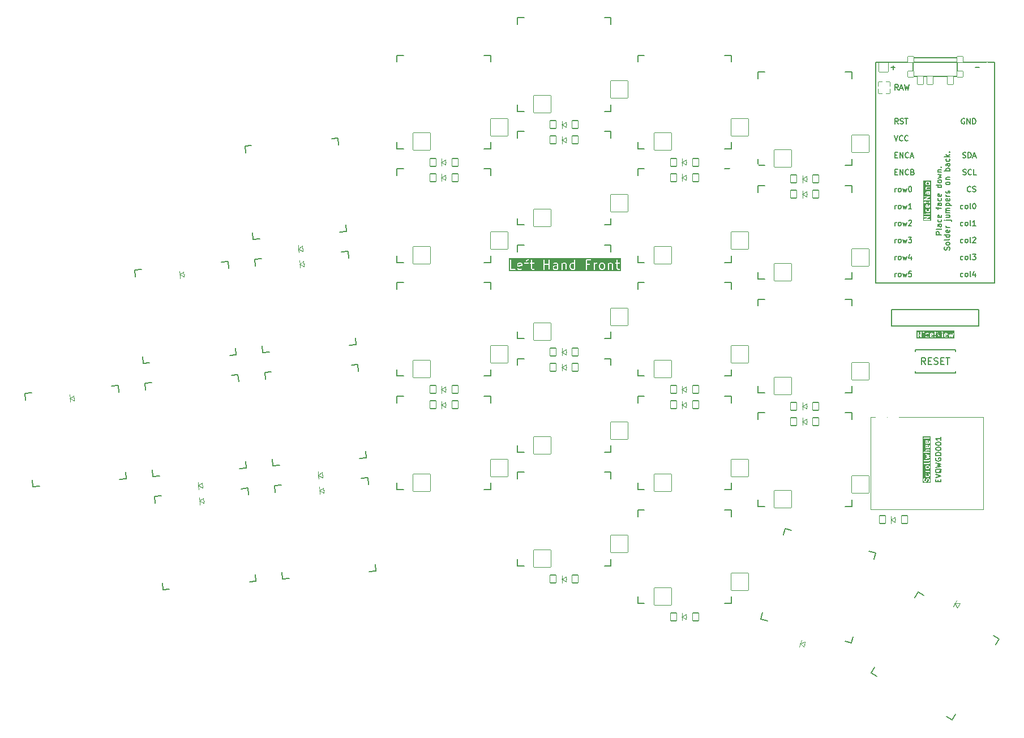
<source format=gto>
%TF.GenerationSoftware,KiCad,Pcbnew,7.0.6-7.0.6~ubuntu20.04.1*%
%TF.CreationDate,2023-07-19T13:10:17+02:00*%
%TF.ProjectId,keyboard,6b657962-6f61-4726-942e-6b696361645f,v1.0.0*%
%TF.SameCoordinates,Original*%
%TF.FileFunction,Legend,Top*%
%TF.FilePolarity,Positive*%
%FSLAX46Y46*%
G04 Gerber Fmt 4.6, Leading zero omitted, Abs format (unit mm)*
G04 Created by KiCad (PCBNEW 7.0.6-7.0.6~ubuntu20.04.1) date 2023-07-19 13:10:17*
%MOMM*%
%LPD*%
G01*
G04 APERTURE LIST*
G04 Aperture macros list*
%AMRoundRect*
0 Rectangle with rounded corners*
0 $1 Rounding radius*
0 $2 $3 $4 $5 $6 $7 $8 $9 X,Y pos of 4 corners*
0 Add a 4 corners polygon primitive as box body*
4,1,4,$2,$3,$4,$5,$6,$7,$8,$9,$2,$3,0*
0 Add four circle primitives for the rounded corners*
1,1,$1+$1,$2,$3*
1,1,$1+$1,$4,$5*
1,1,$1+$1,$6,$7*
1,1,$1+$1,$8,$9*
0 Add four rect primitives between the rounded corners*
20,1,$1+$1,$2,$3,$4,$5,0*
20,1,$1+$1,$4,$5,$6,$7,0*
20,1,$1+$1,$6,$7,$8,$9,0*
20,1,$1+$1,$8,$9,$2,$3,0*%
%AMFreePoly0*
4,1,14,0.635355,0.435355,0.650000,0.400000,0.650000,0.200000,0.635355,0.164645,0.035355,-0.435355,0.000000,-0.450000,-0.035355,-0.435355,-0.635355,0.164645,-0.650000,0.200000,-0.650000,0.400000,-0.635355,0.435355,-0.600000,0.450000,0.600000,0.450000,0.635355,0.435355,0.635355,0.435355,$1*%
%AMFreePoly1*
4,1,16,0.635355,1.035355,0.650000,1.000000,0.650000,-0.250000,0.635355,-0.285355,0.600000,-0.300000,-0.600000,-0.300000,-0.635355,-0.285355,-0.650000,-0.250000,-0.650000,1.000000,-0.635355,1.035355,-0.600000,1.050000,-0.564645,1.035355,0.000000,0.470710,0.564645,1.035355,0.600000,1.050000,0.635355,1.035355,0.635355,1.035355,$1*%
G04 Aperture macros list end*
%ADD10C,0.150000*%
%ADD11C,0.100000*%
%ADD12C,0.120000*%
%ADD13R,1.400000X1.400000*%
%ADD14C,1.400000*%
%ADD15C,1.752600*%
%ADD16C,2.000000*%
%ADD17RoundRect,0.050000X-0.450000X-0.450000X0.450000X-0.450000X0.450000X0.450000X-0.450000X0.450000X0*%
%ADD18C,1.100000*%
%ADD19RoundRect,0.050000X-0.450000X-0.625000X0.450000X-0.625000X0.450000X0.625000X-0.450000X0.625000X0*%
%ADD20FreePoly0,270.000000*%
%ADD21FreePoly1,270.000000*%
%ADD22FreePoly0,180.000000*%
%ADD23FreePoly1,180.000000*%
%ADD24RoundRect,0.050000X-0.589958X-0.463087X0.279375X-0.696024X0.589958X0.463087X-0.279375X0.696024X0*%
%ADD25C,0.700000*%
%ADD26RoundRect,0.050000X-0.450000X-0.600000X0.450000X-0.600000X0.450000X0.600000X-0.450000X0.600000X0*%
%ADD27C,1.801800*%
%ADD28C,3.100000*%
%ADD29C,3.529000*%
%ADD30RoundRect,0.050000X1.300000X1.300000X-1.300000X1.300000X-1.300000X-1.300000X1.300000X-1.300000X0*%
%ADD31C,1.700000*%
%ADD32RoundRect,0.050000X-0.395994X-0.636937X0.500581X-0.558497X0.395994X0.636937X-0.500581X0.558497X0*%
%ADD33FreePoly0,90.000000*%
%ADD34FreePoly1,90.000000*%
%ADD35RoundRect,0.050000X1.181751X1.408356X-1.408356X1.181751X-1.181751X-1.408356X1.408356X-1.181751X0*%
%ADD36C,4.800000*%
%ADD37C,4.100000*%
%ADD38RoundRect,0.050000X-0.700000X0.700000X-0.700000X-0.700000X0.700000X-0.700000X0.700000X0.700000X0*%
%ADD39C,1.500000*%
%ADD40O,1.800000X1.800000*%
%ADD41RoundRect,0.050000X-0.475833X1.775833X-1.775833X-0.475833X0.475833X-1.775833X1.775833X0.475833X0*%
%ADD42RoundRect,0.050000X-0.876300X0.876300X-0.876300X-0.876300X0.876300X-0.876300X0.876300X0.876300X0*%
%ADD43C,1.852600*%
%ADD44C,2.100000*%
%ADD45RoundRect,0.050000X-0.689711X-0.294615X0.089711X-0.744615X0.689711X0.294615X-0.089711X0.744615X0*%
%ADD46RoundRect,0.050000X1.592168X0.919239X-0.919239X1.592168X-1.592168X-0.919239X0.919239X-1.592168X0*%
G04 APERTURE END LIST*
D10*
X173223755Y-99859219D02*
X173223755Y-99592553D01*
X173642803Y-99478267D02*
X173642803Y-99859219D01*
X173642803Y-99859219D02*
X172842803Y-99859219D01*
X172842803Y-99859219D02*
X172842803Y-99478267D01*
X172842803Y-99249695D02*
X173642803Y-98983028D01*
X173642803Y-98983028D02*
X172842803Y-98716362D01*
X173718993Y-97916362D02*
X173680898Y-97992552D01*
X173680898Y-97992552D02*
X173604708Y-98068743D01*
X173604708Y-98068743D02*
X173490422Y-98183029D01*
X173490422Y-98183029D02*
X173452327Y-98259219D01*
X173452327Y-98259219D02*
X173452327Y-98335410D01*
X173642803Y-98297314D02*
X173604708Y-98373505D01*
X173604708Y-98373505D02*
X173528517Y-98449695D01*
X173528517Y-98449695D02*
X173376136Y-98487791D01*
X173376136Y-98487791D02*
X173109469Y-98487791D01*
X173109469Y-98487791D02*
X172957088Y-98449695D01*
X172957088Y-98449695D02*
X172880898Y-98373505D01*
X172880898Y-98373505D02*
X172842803Y-98297314D01*
X172842803Y-98297314D02*
X172842803Y-98144933D01*
X172842803Y-98144933D02*
X172880898Y-98068743D01*
X172880898Y-98068743D02*
X172957088Y-97992552D01*
X172957088Y-97992552D02*
X173109469Y-97954457D01*
X173109469Y-97954457D02*
X173376136Y-97954457D01*
X173376136Y-97954457D02*
X173528517Y-97992552D01*
X173528517Y-97992552D02*
X173604708Y-98068743D01*
X173604708Y-98068743D02*
X173642803Y-98144933D01*
X173642803Y-98144933D02*
X173642803Y-98297314D01*
X172842803Y-97687791D02*
X173642803Y-97497315D01*
X173642803Y-97497315D02*
X173071374Y-97344934D01*
X173071374Y-97344934D02*
X173642803Y-97192553D01*
X173642803Y-97192553D02*
X172842803Y-97002077D01*
X172880898Y-96278267D02*
X172842803Y-96354457D01*
X172842803Y-96354457D02*
X172842803Y-96468743D01*
X172842803Y-96468743D02*
X172880898Y-96583029D01*
X172880898Y-96583029D02*
X172957088Y-96659219D01*
X172957088Y-96659219D02*
X173033279Y-96697314D01*
X173033279Y-96697314D02*
X173185660Y-96735410D01*
X173185660Y-96735410D02*
X173299946Y-96735410D01*
X173299946Y-96735410D02*
X173452327Y-96697314D01*
X173452327Y-96697314D02*
X173528517Y-96659219D01*
X173528517Y-96659219D02*
X173604708Y-96583029D01*
X173604708Y-96583029D02*
X173642803Y-96468743D01*
X173642803Y-96468743D02*
X173642803Y-96392552D01*
X173642803Y-96392552D02*
X173604708Y-96278267D01*
X173604708Y-96278267D02*
X173566612Y-96240171D01*
X173566612Y-96240171D02*
X173299946Y-96240171D01*
X173299946Y-96240171D02*
X173299946Y-96392552D01*
X173642803Y-95897314D02*
X172842803Y-95897314D01*
X172842803Y-95897314D02*
X172842803Y-95706838D01*
X172842803Y-95706838D02*
X172880898Y-95592552D01*
X172880898Y-95592552D02*
X172957088Y-95516362D01*
X172957088Y-95516362D02*
X173033279Y-95478267D01*
X173033279Y-95478267D02*
X173185660Y-95440171D01*
X173185660Y-95440171D02*
X173299946Y-95440171D01*
X173299946Y-95440171D02*
X173452327Y-95478267D01*
X173452327Y-95478267D02*
X173528517Y-95516362D01*
X173528517Y-95516362D02*
X173604708Y-95592552D01*
X173604708Y-95592552D02*
X173642803Y-95706838D01*
X173642803Y-95706838D02*
X173642803Y-95897314D01*
X172842803Y-94944933D02*
X172842803Y-94868743D01*
X172842803Y-94868743D02*
X172880898Y-94792552D01*
X172880898Y-94792552D02*
X172918993Y-94754457D01*
X172918993Y-94754457D02*
X172995184Y-94716362D01*
X172995184Y-94716362D02*
X173147565Y-94678267D01*
X173147565Y-94678267D02*
X173338041Y-94678267D01*
X173338041Y-94678267D02*
X173490422Y-94716362D01*
X173490422Y-94716362D02*
X173566612Y-94754457D01*
X173566612Y-94754457D02*
X173604708Y-94792552D01*
X173604708Y-94792552D02*
X173642803Y-94868743D01*
X173642803Y-94868743D02*
X173642803Y-94944933D01*
X173642803Y-94944933D02*
X173604708Y-95021124D01*
X173604708Y-95021124D02*
X173566612Y-95059219D01*
X173566612Y-95059219D02*
X173490422Y-95097314D01*
X173490422Y-95097314D02*
X173338041Y-95135410D01*
X173338041Y-95135410D02*
X173147565Y-95135410D01*
X173147565Y-95135410D02*
X172995184Y-95097314D01*
X172995184Y-95097314D02*
X172918993Y-95059219D01*
X172918993Y-95059219D02*
X172880898Y-95021124D01*
X172880898Y-95021124D02*
X172842803Y-94944933D01*
X172842803Y-94183028D02*
X172842803Y-94106838D01*
X172842803Y-94106838D02*
X172880898Y-94030647D01*
X172880898Y-94030647D02*
X172918993Y-93992552D01*
X172918993Y-93992552D02*
X172995184Y-93954457D01*
X172995184Y-93954457D02*
X173147565Y-93916362D01*
X173147565Y-93916362D02*
X173338041Y-93916362D01*
X173338041Y-93916362D02*
X173490422Y-93954457D01*
X173490422Y-93954457D02*
X173566612Y-93992552D01*
X173566612Y-93992552D02*
X173604708Y-94030647D01*
X173604708Y-94030647D02*
X173642803Y-94106838D01*
X173642803Y-94106838D02*
X173642803Y-94183028D01*
X173642803Y-94183028D02*
X173604708Y-94259219D01*
X173604708Y-94259219D02*
X173566612Y-94297314D01*
X173566612Y-94297314D02*
X173490422Y-94335409D01*
X173490422Y-94335409D02*
X173338041Y-94373505D01*
X173338041Y-94373505D02*
X173147565Y-94373505D01*
X173147565Y-94373505D02*
X172995184Y-94335409D01*
X172995184Y-94335409D02*
X172918993Y-94297314D01*
X172918993Y-94297314D02*
X172880898Y-94259219D01*
X172880898Y-94259219D02*
X172842803Y-94183028D01*
X173642803Y-93154457D02*
X173642803Y-93611600D01*
X173642803Y-93383028D02*
X172842803Y-93383028D01*
X172842803Y-93383028D02*
X172957088Y-93459219D01*
X172957088Y-93459219D02*
X173033279Y-93535409D01*
X173033279Y-93535409D02*
X173071374Y-93611600D01*
G36*
X171772185Y-97539906D02*
G01*
X171793069Y-97560789D01*
X171817803Y-97610257D01*
X171817803Y-97689133D01*
X171793069Y-97738601D01*
X171772184Y-97759485D01*
X171722716Y-97784220D01*
X171529556Y-97784220D01*
X171480086Y-97759484D01*
X171459203Y-97738601D01*
X171434469Y-97689133D01*
X171434469Y-97610258D01*
X171459204Y-97560788D01*
X171480087Y-97539906D01*
X171529555Y-97515172D01*
X171722717Y-97515172D01*
X171772185Y-97539906D01*
G37*
G36*
X171534650Y-94660409D02*
G01*
X171491461Y-94660409D01*
X171453465Y-94641410D01*
X171434469Y-94603416D01*
X171434469Y-94486447D01*
X171453466Y-94448452D01*
X171488732Y-94430819D01*
X171534650Y-94660409D01*
G37*
G36*
X171534650Y-93974695D02*
G01*
X171491461Y-93974695D01*
X171453465Y-93955696D01*
X171434469Y-93917702D01*
X171434469Y-93800733D01*
X171453466Y-93762738D01*
X171488732Y-93745105D01*
X171534650Y-93974695D01*
G37*
G36*
X172082089Y-99991363D02*
G01*
X170903517Y-99991363D01*
X170903517Y-99649696D01*
X171017803Y-99649696D01*
X171019336Y-99653909D01*
X171018295Y-99658270D01*
X171025721Y-99683237D01*
X171063816Y-99759427D01*
X171065005Y-99760552D01*
X171077865Y-99778919D01*
X171115960Y-99817014D01*
X171117445Y-99817706D01*
X171135452Y-99831063D01*
X171211642Y-99869159D01*
X171216096Y-99869671D01*
X171219532Y-99872554D01*
X171245184Y-99877077D01*
X171321374Y-99877077D01*
X171325587Y-99875543D01*
X171329949Y-99876585D01*
X171354915Y-99869159D01*
X171431106Y-99831063D01*
X171432231Y-99829873D01*
X171450598Y-99817014D01*
X171488693Y-99778919D01*
X171489384Y-99777437D01*
X171502742Y-99759427D01*
X171540837Y-99683237D01*
X171541243Y-99679708D01*
X171546516Y-99667886D01*
X171582614Y-99523491D01*
X171611585Y-99465550D01*
X171632468Y-99444668D01*
X171681936Y-99419934D01*
X171722717Y-99419934D01*
X171772185Y-99444668D01*
X171793069Y-99465551D01*
X171817803Y-99515019D01*
X171817803Y-99675621D01*
X171783557Y-99778360D01*
X171784958Y-99829644D01*
X171818996Y-99868029D01*
X171869744Y-99875554D01*
X171913457Y-99848699D01*
X171925859Y-99825794D01*
X171963954Y-99711508D01*
X171963909Y-99709873D01*
X171967803Y-99687791D01*
X171967803Y-99497315D01*
X171966269Y-99493102D01*
X171967312Y-99488741D01*
X171959885Y-99463774D01*
X171921790Y-99387583D01*
X171920602Y-99386458D01*
X171907740Y-99368090D01*
X171869644Y-99329995D01*
X171868161Y-99329303D01*
X171850153Y-99315947D01*
X171773963Y-99277852D01*
X171769509Y-99277339D01*
X171766074Y-99274457D01*
X171740422Y-99269934D01*
X171664231Y-99269934D01*
X171660017Y-99271467D01*
X171655657Y-99270426D01*
X171630690Y-99277852D01*
X171554500Y-99315947D01*
X171553374Y-99317136D01*
X171535008Y-99329996D01*
X171496913Y-99368091D01*
X171496220Y-99369575D01*
X171482864Y-99387583D01*
X171444768Y-99463774D01*
X171444361Y-99467302D01*
X171439089Y-99479125D01*
X171402990Y-99623520D01*
X171374020Y-99681459D01*
X171353138Y-99702341D01*
X171303669Y-99727077D01*
X171262889Y-99727077D01*
X171213420Y-99702342D01*
X171192536Y-99681458D01*
X171167803Y-99631991D01*
X171167803Y-99471389D01*
X171202049Y-99368651D01*
X171200648Y-99317367D01*
X171166611Y-99278982D01*
X171115862Y-99271457D01*
X171072150Y-99298312D01*
X171059747Y-99321217D01*
X171021652Y-99435502D01*
X171021696Y-99437136D01*
X171017803Y-99459219D01*
X171017803Y-99649696D01*
X170903517Y-99649696D01*
X170903517Y-98887791D01*
X171284469Y-98887791D01*
X171286002Y-98892004D01*
X171284961Y-98896366D01*
X171292387Y-98921333D01*
X171330483Y-98997522D01*
X171331672Y-98998647D01*
X171344532Y-99017014D01*
X171382627Y-99055109D01*
X171384109Y-99055800D01*
X171402118Y-99069158D01*
X171478308Y-99107253D01*
X171482761Y-99107765D01*
X171486198Y-99110649D01*
X171511850Y-99115172D01*
X171740422Y-99115172D01*
X171744635Y-99113638D01*
X171748997Y-99114680D01*
X171773964Y-99107254D01*
X171850153Y-99069158D01*
X171851278Y-99067969D01*
X171869644Y-99055110D01*
X171907740Y-99017015D01*
X171908430Y-99015533D01*
X171921790Y-98997522D01*
X171959885Y-98921332D01*
X171960397Y-98916878D01*
X171963280Y-98913443D01*
X171967803Y-98887791D01*
X171967803Y-98735410D01*
X171966269Y-98731197D01*
X171967312Y-98726836D01*
X171959885Y-98701869D01*
X171921790Y-98625678D01*
X171884536Y-98590406D01*
X171833326Y-98587331D01*
X171792120Y-98617894D01*
X171780199Y-98667793D01*
X171787626Y-98692760D01*
X171817803Y-98753114D01*
X171817803Y-98870085D01*
X171793069Y-98919553D01*
X171772184Y-98940437D01*
X171722716Y-98965172D01*
X171529556Y-98965172D01*
X171480086Y-98940436D01*
X171459203Y-98919553D01*
X171434469Y-98870084D01*
X171434469Y-98753115D01*
X171464647Y-98692761D01*
X171470512Y-98641794D01*
X171442246Y-98598981D01*
X171393072Y-98584354D01*
X171346001Y-98604757D01*
X171330483Y-98625678D01*
X171292387Y-98701869D01*
X171291874Y-98706322D01*
X171288992Y-98709758D01*
X171284469Y-98735410D01*
X171284469Y-98887791D01*
X170903517Y-98887791D01*
X170903517Y-98163981D01*
X171284469Y-98163981D01*
X171286002Y-98168194D01*
X171284961Y-98172556D01*
X171292387Y-98197522D01*
X171321260Y-98255268D01*
X171311260Y-98258909D01*
X171285608Y-98303338D01*
X171294517Y-98353862D01*
X171333817Y-98386839D01*
X171359469Y-98391362D01*
X171892803Y-98391362D01*
X171941012Y-98373815D01*
X171966664Y-98329386D01*
X171957755Y-98278862D01*
X171918455Y-98245885D01*
X171892803Y-98241362D01*
X171529555Y-98241362D01*
X171480087Y-98216628D01*
X171459204Y-98195745D01*
X171434469Y-98146275D01*
X171434469Y-98087791D01*
X171416922Y-98039582D01*
X171372493Y-98013930D01*
X171321969Y-98022839D01*
X171288992Y-98062139D01*
X171284469Y-98087791D01*
X171284469Y-98163981D01*
X170903517Y-98163981D01*
X170903517Y-97706839D01*
X171284469Y-97706839D01*
X171286002Y-97711052D01*
X171284961Y-97715414D01*
X171292387Y-97740381D01*
X171330483Y-97816570D01*
X171331672Y-97817695D01*
X171344532Y-97836062D01*
X171382627Y-97874157D01*
X171384109Y-97874848D01*
X171402118Y-97888206D01*
X171478308Y-97926301D01*
X171482761Y-97926813D01*
X171486198Y-97929697D01*
X171511850Y-97934220D01*
X171740422Y-97934220D01*
X171744635Y-97932686D01*
X171748997Y-97933728D01*
X171773964Y-97926302D01*
X171850153Y-97888206D01*
X171851278Y-97887017D01*
X171869644Y-97874158D01*
X171907740Y-97836063D01*
X171908430Y-97834581D01*
X171921790Y-97816570D01*
X171959885Y-97740380D01*
X171960397Y-97735926D01*
X171963280Y-97732491D01*
X171967803Y-97706839D01*
X171967803Y-97592553D01*
X171966269Y-97588340D01*
X171967312Y-97583979D01*
X171959885Y-97559012D01*
X171921790Y-97482821D01*
X171920602Y-97481696D01*
X171907740Y-97463328D01*
X171869644Y-97425233D01*
X171868161Y-97424541D01*
X171850153Y-97411185D01*
X171773963Y-97373090D01*
X171769509Y-97372577D01*
X171766074Y-97369695D01*
X171740422Y-97365172D01*
X171511850Y-97365172D01*
X171507636Y-97366705D01*
X171503276Y-97365664D01*
X171478309Y-97373090D01*
X171402119Y-97411185D01*
X171400993Y-97412374D01*
X171382627Y-97425234D01*
X171344532Y-97463329D01*
X171343839Y-97464813D01*
X171330483Y-97482821D01*
X171292387Y-97559012D01*
X171291874Y-97563465D01*
X171288992Y-97566901D01*
X171284469Y-97592553D01*
X171284469Y-97706839D01*
X170903517Y-97706839D01*
X170903517Y-97084290D01*
X171018942Y-97084290D01*
X171027851Y-97134814D01*
X171067151Y-97167791D01*
X171092803Y-97172314D01*
X171778517Y-97172314D01*
X171782729Y-97170780D01*
X171787091Y-97171823D01*
X171812058Y-97164396D01*
X171888249Y-97126301D01*
X171895968Y-97118147D01*
X171906273Y-97113681D01*
X171921790Y-97092760D01*
X171959885Y-97016570D01*
X171965750Y-96965603D01*
X171937484Y-96922790D01*
X171888309Y-96908164D01*
X171841238Y-96928567D01*
X171825721Y-96949488D01*
X171798806Y-97003317D01*
X171760812Y-97022314D01*
X171092803Y-97022314D01*
X171044594Y-97039861D01*
X171018942Y-97084290D01*
X170903517Y-97084290D01*
X170903517Y-96665242D01*
X171018942Y-96665242D01*
X171027851Y-96715766D01*
X171067151Y-96748743D01*
X171092803Y-96753266D01*
X171778517Y-96753266D01*
X171782729Y-96751732D01*
X171787091Y-96752775D01*
X171812058Y-96745348D01*
X171888249Y-96707253D01*
X171895968Y-96699099D01*
X171906273Y-96694633D01*
X171921790Y-96673712D01*
X171959885Y-96597522D01*
X171965750Y-96546555D01*
X171937484Y-96503742D01*
X171888309Y-96489116D01*
X171841238Y-96509519D01*
X171825721Y-96530440D01*
X171798806Y-96584269D01*
X171760812Y-96603266D01*
X171092803Y-96603266D01*
X171044594Y-96620813D01*
X171018942Y-96665242D01*
X170903517Y-96665242D01*
X170903517Y-96343177D01*
X171284872Y-96343177D01*
X171307318Y-96389310D01*
X171354165Y-96410221D01*
X171380073Y-96407523D01*
X171913407Y-96255142D01*
X171914668Y-96254227D01*
X171916227Y-96254276D01*
X171935309Y-96239260D01*
X171954941Y-96225026D01*
X171955319Y-96223515D01*
X171956544Y-96222552D01*
X171961507Y-96198796D01*
X171967400Y-96175260D01*
X171966718Y-96173858D01*
X171967037Y-96172333D01*
X171955569Y-96150944D01*
X171944954Y-96129127D01*
X171943531Y-96128491D01*
X171942795Y-96127119D01*
X171920657Y-96113392D01*
X171713794Y-96030647D01*
X171920657Y-95947902D01*
X171921818Y-95946863D01*
X171923374Y-95946753D01*
X171940823Y-95929869D01*
X171958902Y-95913705D01*
X171959124Y-95912163D01*
X171960244Y-95911080D01*
X171962757Y-95886947D01*
X171966218Y-95862927D01*
X171965396Y-95861602D01*
X171965558Y-95860053D01*
X171951965Y-95839942D01*
X171939182Y-95819326D01*
X171937703Y-95818839D01*
X171936830Y-95817548D01*
X171913407Y-95806152D01*
X171380073Y-95653771D01*
X171328898Y-95657399D01*
X171292028Y-95693071D01*
X171286714Y-95744098D01*
X171315442Y-95786603D01*
X171338865Y-95797999D01*
X171661250Y-95890109D01*
X171483996Y-95961011D01*
X171466531Y-95976627D01*
X171448109Y-95991123D01*
X171447600Y-95993554D01*
X171445752Y-95995208D01*
X171442411Y-96018392D01*
X171437616Y-96041342D01*
X171438788Y-96043529D01*
X171438435Y-96045986D01*
X171450781Y-96065897D01*
X171461858Y-96086556D01*
X171464674Y-96088302D01*
X171465471Y-96089587D01*
X171468185Y-96090479D01*
X171483996Y-96100283D01*
X171661250Y-96171184D01*
X171338865Y-96263295D01*
X171297331Y-96293411D01*
X171284872Y-96343177D01*
X170903517Y-96343177D01*
X170903517Y-95408099D01*
X171018942Y-95408099D01*
X171027851Y-95458623D01*
X171067151Y-95491600D01*
X171092803Y-95496123D01*
X171892803Y-95496123D01*
X171941012Y-95478576D01*
X171966664Y-95434147D01*
X171957755Y-95383623D01*
X171918455Y-95350646D01*
X171892803Y-95346123D01*
X171466726Y-95346123D01*
X171459202Y-95338599D01*
X171434469Y-95289132D01*
X171434469Y-95210257D01*
X171453466Y-95172262D01*
X171491460Y-95153266D01*
X171892803Y-95153266D01*
X171941012Y-95135719D01*
X171966664Y-95091290D01*
X171957755Y-95040766D01*
X171918455Y-95007789D01*
X171892803Y-95003266D01*
X171473755Y-95003266D01*
X171469541Y-95004799D01*
X171465181Y-95003758D01*
X171440214Y-95011184D01*
X171364024Y-95049279D01*
X171356303Y-95057433D01*
X171346001Y-95061899D01*
X171330483Y-95082820D01*
X171292387Y-95159011D01*
X171291874Y-95163464D01*
X171288992Y-95166900D01*
X171284469Y-95192552D01*
X171284469Y-95306838D01*
X171286002Y-95311051D01*
X171284961Y-95315413D01*
X171292387Y-95340380D01*
X171295259Y-95346123D01*
X171092803Y-95346123D01*
X171044594Y-95363670D01*
X171018942Y-95408099D01*
X170903517Y-95408099D01*
X170903517Y-94621123D01*
X171284469Y-94621123D01*
X171286002Y-94625336D01*
X171284961Y-94629698D01*
X171292387Y-94654665D01*
X171330483Y-94730854D01*
X171338635Y-94738572D01*
X171343102Y-94748877D01*
X171364023Y-94764395D01*
X171440213Y-94802490D01*
X171444666Y-94803002D01*
X171448103Y-94805886D01*
X171473755Y-94810409D01*
X171778517Y-94810409D01*
X171782730Y-94808875D01*
X171787092Y-94809917D01*
X171812058Y-94802491D01*
X171888249Y-94764395D01*
X171895968Y-94756241D01*
X171906273Y-94751775D01*
X171921790Y-94730854D01*
X171959885Y-94654664D01*
X171960397Y-94650210D01*
X171963280Y-94646775D01*
X171967803Y-94621123D01*
X171967803Y-94468742D01*
X171966269Y-94464529D01*
X171967312Y-94460168D01*
X171959885Y-94435201D01*
X171921790Y-94359010D01*
X171884536Y-94323738D01*
X171833326Y-94320663D01*
X171792120Y-94351226D01*
X171780199Y-94401125D01*
X171787626Y-94426092D01*
X171817803Y-94486446D01*
X171817803Y-94603417D01*
X171798806Y-94641411D01*
X171760812Y-94660409D01*
X171687622Y-94660409D01*
X171623490Y-94339747D01*
X171617049Y-94329159D01*
X171614898Y-94316956D01*
X171604131Y-94307922D01*
X171596829Y-94295916D01*
X171585091Y-94291945D01*
X171575598Y-94283979D01*
X171549946Y-94279456D01*
X171473755Y-94279456D01*
X171469541Y-94280989D01*
X171465181Y-94279948D01*
X171440214Y-94287374D01*
X171364024Y-94325469D01*
X171356303Y-94333623D01*
X171346001Y-94338089D01*
X171330483Y-94359010D01*
X171292387Y-94435201D01*
X171291874Y-94439654D01*
X171288992Y-94443090D01*
X171284469Y-94468742D01*
X171284469Y-94621123D01*
X170903517Y-94621123D01*
X170903517Y-93935409D01*
X171284469Y-93935409D01*
X171286002Y-93939622D01*
X171284961Y-93943984D01*
X171292387Y-93968951D01*
X171330483Y-94045140D01*
X171338635Y-94052858D01*
X171343102Y-94063163D01*
X171364023Y-94078681D01*
X171440213Y-94116776D01*
X171444666Y-94117288D01*
X171448103Y-94120172D01*
X171473755Y-94124695D01*
X171778517Y-94124695D01*
X171782730Y-94123161D01*
X171787092Y-94124203D01*
X171812058Y-94116777D01*
X171888249Y-94078681D01*
X171895968Y-94070527D01*
X171906273Y-94066061D01*
X171921790Y-94045140D01*
X171959885Y-93968950D01*
X171960397Y-93964496D01*
X171963280Y-93961061D01*
X171967803Y-93935409D01*
X171967803Y-93783028D01*
X171966269Y-93778815D01*
X171967312Y-93774454D01*
X171959885Y-93749487D01*
X171921790Y-93673296D01*
X171884536Y-93638024D01*
X171833326Y-93634949D01*
X171792120Y-93665512D01*
X171780199Y-93715411D01*
X171787626Y-93740378D01*
X171817803Y-93800732D01*
X171817803Y-93917704D01*
X171798806Y-93955697D01*
X171760812Y-93974695D01*
X171687622Y-93974695D01*
X171623490Y-93654033D01*
X171617049Y-93643445D01*
X171614898Y-93631242D01*
X171604131Y-93622208D01*
X171596829Y-93610202D01*
X171585091Y-93606231D01*
X171575598Y-93598265D01*
X171549946Y-93593742D01*
X171473755Y-93593742D01*
X171469541Y-93595275D01*
X171465181Y-93594234D01*
X171440214Y-93601660D01*
X171364024Y-93639755D01*
X171356303Y-93647909D01*
X171346001Y-93652375D01*
X171330483Y-93673296D01*
X171292387Y-93749487D01*
X171291874Y-93753940D01*
X171288992Y-93757376D01*
X171284469Y-93783028D01*
X171284469Y-93935409D01*
X170903517Y-93935409D01*
X170903517Y-93312861D01*
X171018942Y-93312861D01*
X171027851Y-93363385D01*
X171067151Y-93396362D01*
X171092803Y-93400885D01*
X171778517Y-93400885D01*
X171782729Y-93399351D01*
X171787091Y-93400394D01*
X171812058Y-93392967D01*
X171888249Y-93354872D01*
X171895968Y-93346718D01*
X171906273Y-93342252D01*
X171921790Y-93321331D01*
X171959885Y-93245141D01*
X171965750Y-93194174D01*
X171937484Y-93151361D01*
X171888309Y-93136735D01*
X171841238Y-93157138D01*
X171825721Y-93178059D01*
X171798806Y-93231888D01*
X171760812Y-93250885D01*
X171092803Y-93250885D01*
X171044594Y-93268432D01*
X171018942Y-93312861D01*
X170903517Y-93312861D01*
X170903517Y-93022449D01*
X172082089Y-93022449D01*
X172082089Y-99991363D01*
G37*
G36*
X110857921Y-67244992D02*
G01*
X110905490Y-67340129D01*
X110905490Y-67394271D01*
X110388823Y-67497605D01*
X110388823Y-67340129D01*
X110436391Y-67244992D01*
X110531528Y-67197424D01*
X110762785Y-67197424D01*
X110857921Y-67244992D01*
G37*
G36*
X116238824Y-67942738D02*
G01*
X116162786Y-67980757D01*
X115864862Y-67980757D01*
X115769725Y-67933189D01*
X115722157Y-67838051D01*
X115722157Y-67740129D01*
X115769725Y-67644992D01*
X115864862Y-67597424D01*
X116180491Y-67597424D01*
X116184704Y-67595890D01*
X116189066Y-67596932D01*
X116214032Y-67589506D01*
X116238824Y-67577109D01*
X116238824Y-67942738D01*
G37*
G36*
X118772158Y-67235443D02*
G01*
X118772158Y-67942738D01*
X118696120Y-67980757D01*
X118464863Y-67980757D01*
X118358251Y-67927451D01*
X118308796Y-67877996D01*
X118255491Y-67771385D01*
X118255491Y-67406796D01*
X118308796Y-67300184D01*
X118358251Y-67250730D01*
X118464863Y-67197424D01*
X118696120Y-67197424D01*
X118772158Y-67235443D01*
G37*
G36*
X123136065Y-67250730D02*
G01*
X123185520Y-67300184D01*
X123238826Y-67406796D01*
X123238826Y-67771385D01*
X123185520Y-67877996D01*
X123136064Y-67927452D01*
X123029454Y-67980757D01*
X122864864Y-67980757D01*
X122758252Y-67927451D01*
X122708797Y-67877996D01*
X122655492Y-67771385D01*
X122655492Y-67406796D01*
X122708797Y-67300184D01*
X122758252Y-67250730D01*
X122864864Y-67197424D01*
X123029454Y-67197424D01*
X123136065Y-67250730D01*
G37*
G36*
X125787687Y-68330757D02*
G01*
X108972157Y-68330757D01*
X108972157Y-68055757D01*
X109172157Y-68055757D01*
X109178820Y-68074065D01*
X109182205Y-68093257D01*
X109187389Y-68097607D01*
X109189704Y-68103966D01*
X109206577Y-68113708D01*
X109221505Y-68126234D01*
X109231247Y-68127951D01*
X109234133Y-68129618D01*
X109237415Y-68129039D01*
X109247157Y-68130757D01*
X109913824Y-68130757D01*
X109962033Y-68113210D01*
X109987685Y-68068781D01*
X109978776Y-68018257D01*
X109939476Y-67985280D01*
X109913824Y-67980757D01*
X109322157Y-67980757D01*
X109322157Y-67855757D01*
X110238823Y-67855757D01*
X110240356Y-67859970D01*
X110239315Y-67864331D01*
X110246741Y-67889298D01*
X110313408Y-68022632D01*
X110321561Y-68030351D01*
X110326028Y-68040656D01*
X110346949Y-68056173D01*
X110480283Y-68122839D01*
X110484735Y-68123351D01*
X110488171Y-68126234D01*
X110513823Y-68130757D01*
X110780490Y-68130757D01*
X110784703Y-68129223D01*
X110789064Y-68130265D01*
X110814031Y-68122839D01*
X110947364Y-68056173D01*
X110982636Y-68018919D01*
X110985711Y-67967708D01*
X110955148Y-67926503D01*
X110905249Y-67914582D01*
X110880283Y-67922009D01*
X110762785Y-67980757D01*
X110531528Y-67980757D01*
X110436391Y-67933189D01*
X110388823Y-67838052D01*
X110388823Y-67650576D01*
X110995199Y-67529300D01*
X111005785Y-67522861D01*
X111017990Y-67520709D01*
X111027023Y-67509943D01*
X111039031Y-67502640D01*
X111043002Y-67490900D01*
X111050967Y-67481409D01*
X111055490Y-67455757D01*
X111055490Y-67322424D01*
X111053956Y-67318210D01*
X111054998Y-67313849D01*
X111047572Y-67288883D01*
X110980905Y-67155550D01*
X110972750Y-67147829D01*
X110968285Y-67137527D01*
X110947364Y-67122009D01*
X110922146Y-67109400D01*
X111306629Y-67109400D01*
X111315538Y-67159924D01*
X111354838Y-67192901D01*
X111380490Y-67197424D01*
X111505490Y-67197424D01*
X111505490Y-68055757D01*
X111523037Y-68103966D01*
X111567466Y-68129618D01*
X111617990Y-68120709D01*
X111650967Y-68081409D01*
X111655490Y-68055757D01*
X111655490Y-67197424D01*
X111913823Y-67197424D01*
X111962032Y-67179877D01*
X111987684Y-67135448D01*
X111983091Y-67109400D01*
X112106629Y-67109400D01*
X112115538Y-67159924D01*
X112154838Y-67192901D01*
X112180490Y-67197424D01*
X112305490Y-67197424D01*
X112305490Y-67855757D01*
X112307023Y-67859970D01*
X112305982Y-67864331D01*
X112313408Y-67889298D01*
X112380075Y-68022632D01*
X112388228Y-68030351D01*
X112392695Y-68040656D01*
X112413616Y-68056173D01*
X112546950Y-68122839D01*
X112551402Y-68123351D01*
X112554838Y-68126234D01*
X112580490Y-68130757D01*
X112713823Y-68130757D01*
X112762032Y-68113210D01*
X112787684Y-68068781D01*
X112785387Y-68055757D01*
X114172157Y-68055757D01*
X114189704Y-68103966D01*
X114234133Y-68129618D01*
X114284657Y-68120709D01*
X114317634Y-68081409D01*
X114322157Y-68055757D01*
X114322157Y-67397424D01*
X114972157Y-67397424D01*
X114972157Y-68055757D01*
X114989704Y-68103966D01*
X115034133Y-68129618D01*
X115084657Y-68120709D01*
X115117634Y-68081409D01*
X115122157Y-68055757D01*
X115122157Y-67855757D01*
X115572157Y-67855757D01*
X115573690Y-67859970D01*
X115572649Y-67864331D01*
X115580075Y-67889298D01*
X115646742Y-68022632D01*
X115654895Y-68030351D01*
X115659362Y-68040656D01*
X115680283Y-68056173D01*
X115813617Y-68122839D01*
X115818069Y-68123351D01*
X115821505Y-68126234D01*
X115847157Y-68130757D01*
X116180491Y-68130757D01*
X116184704Y-68129223D01*
X116189065Y-68130265D01*
X116214032Y-68122839D01*
X116255663Y-68102023D01*
X116256371Y-68103966D01*
X116300800Y-68129618D01*
X116351324Y-68120709D01*
X116384301Y-68081409D01*
X116388824Y-68055757D01*
X116905491Y-68055757D01*
X116923038Y-68103966D01*
X116967467Y-68129618D01*
X117017991Y-68120709D01*
X117050968Y-68081409D01*
X117055491Y-68055757D01*
X117055491Y-67286823D01*
X117091584Y-67250730D01*
X117198196Y-67197424D01*
X117362786Y-67197424D01*
X117457922Y-67244992D01*
X117505491Y-67340129D01*
X117505491Y-68055757D01*
X117523038Y-68103966D01*
X117567467Y-68129618D01*
X117617991Y-68120709D01*
X117650968Y-68081409D01*
X117655491Y-68055757D01*
X117655491Y-67789091D01*
X118105491Y-67789091D01*
X118107024Y-67793304D01*
X118105983Y-67797666D01*
X118113409Y-67822632D01*
X118180076Y-67955965D01*
X118181265Y-67957090D01*
X118194125Y-67975457D01*
X118260792Y-68042124D01*
X118262273Y-68042815D01*
X118280284Y-68056173D01*
X118413618Y-68122839D01*
X118418070Y-68123351D01*
X118421506Y-68126234D01*
X118447158Y-68130757D01*
X118713825Y-68130757D01*
X118718038Y-68129223D01*
X118722399Y-68130265D01*
X118747366Y-68122839D01*
X118788997Y-68102023D01*
X118789705Y-68103966D01*
X118834134Y-68129618D01*
X118884658Y-68120709D01*
X118917635Y-68081409D01*
X118922158Y-68055757D01*
X120505492Y-68055757D01*
X120523039Y-68103966D01*
X120567468Y-68129618D01*
X120617992Y-68120709D01*
X120650969Y-68081409D01*
X120655492Y-68055757D01*
X121705492Y-68055757D01*
X121723039Y-68103966D01*
X121767468Y-68129618D01*
X121817992Y-68120709D01*
X121850969Y-68081409D01*
X121855492Y-68055757D01*
X121855492Y-67789091D01*
X122505492Y-67789091D01*
X122507025Y-67793304D01*
X122505984Y-67797666D01*
X122513410Y-67822632D01*
X122580077Y-67955965D01*
X122581266Y-67957090D01*
X122594126Y-67975457D01*
X122660793Y-68042124D01*
X122662274Y-68042815D01*
X122680285Y-68056173D01*
X122813619Y-68122839D01*
X122818071Y-68123351D01*
X122821507Y-68126234D01*
X122847159Y-68130757D01*
X123047159Y-68130757D01*
X123051372Y-68129223D01*
X123055733Y-68130265D01*
X123080700Y-68122839D01*
X123214033Y-68056173D01*
X123214426Y-68055757D01*
X123838826Y-68055757D01*
X123856373Y-68103966D01*
X123900802Y-68129618D01*
X123951326Y-68120709D01*
X123984303Y-68081409D01*
X123988826Y-68055757D01*
X123988826Y-67286823D01*
X124024919Y-67250730D01*
X124131531Y-67197424D01*
X124296121Y-67197424D01*
X124391257Y-67244992D01*
X124438826Y-67340129D01*
X124438826Y-68055757D01*
X124456373Y-68103966D01*
X124500802Y-68129618D01*
X124551326Y-68120709D01*
X124584303Y-68081409D01*
X124588826Y-68055757D01*
X124588826Y-67322424D01*
X124587292Y-67318210D01*
X124588334Y-67313849D01*
X124580908Y-67288883D01*
X124514241Y-67155550D01*
X124506086Y-67147829D01*
X124501621Y-67137527D01*
X124480700Y-67122009D01*
X124455482Y-67109400D01*
X124906632Y-67109400D01*
X124915541Y-67159924D01*
X124954841Y-67192901D01*
X124980493Y-67197424D01*
X125105493Y-67197424D01*
X125105493Y-67855757D01*
X125107026Y-67859970D01*
X125105985Y-67864331D01*
X125113411Y-67889298D01*
X125180078Y-68022632D01*
X125188231Y-68030351D01*
X125192698Y-68040656D01*
X125213619Y-68056173D01*
X125346953Y-68122839D01*
X125351405Y-68123351D01*
X125354841Y-68126234D01*
X125380493Y-68130757D01*
X125513826Y-68130757D01*
X125562035Y-68113210D01*
X125587687Y-68068781D01*
X125578778Y-68018257D01*
X125539478Y-67985280D01*
X125513826Y-67980757D01*
X125398198Y-67980757D01*
X125303061Y-67933189D01*
X125255493Y-67838052D01*
X125255493Y-67197424D01*
X125513826Y-67197424D01*
X125562035Y-67179877D01*
X125587687Y-67135448D01*
X125578778Y-67084924D01*
X125539478Y-67051947D01*
X125513826Y-67047424D01*
X125255493Y-67047424D01*
X125255493Y-66655757D01*
X125237946Y-66607548D01*
X125193517Y-66581896D01*
X125142993Y-66590805D01*
X125110016Y-66630105D01*
X125105493Y-66655757D01*
X125105493Y-67047424D01*
X124980493Y-67047424D01*
X124932284Y-67064971D01*
X124906632Y-67109400D01*
X124455482Y-67109400D01*
X124347367Y-67055342D01*
X124342913Y-67054829D01*
X124339478Y-67051947D01*
X124313826Y-67047424D01*
X124113826Y-67047424D01*
X124109612Y-67048957D01*
X124105251Y-67047916D01*
X124080285Y-67055342D01*
X123982250Y-67104359D01*
X123971279Y-67074215D01*
X123926850Y-67048563D01*
X123876326Y-67057472D01*
X123843349Y-67096772D01*
X123838826Y-67122424D01*
X123838826Y-68055757D01*
X123214426Y-68055757D01*
X123215158Y-68054983D01*
X123233525Y-68042124D01*
X123300192Y-67975457D01*
X123300884Y-67973971D01*
X123314241Y-67955965D01*
X123380908Y-67822632D01*
X123381420Y-67818178D01*
X123384303Y-67814743D01*
X123388826Y-67789091D01*
X123388826Y-67389091D01*
X123387292Y-67384877D01*
X123388334Y-67380517D01*
X123380908Y-67355550D01*
X123314241Y-67222216D01*
X123313051Y-67221090D01*
X123300192Y-67202724D01*
X123233525Y-67136058D01*
X123232040Y-67135365D01*
X123214033Y-67122009D01*
X123080700Y-67055342D01*
X123076246Y-67054829D01*
X123072811Y-67051947D01*
X123047159Y-67047424D01*
X122847159Y-67047424D01*
X122842945Y-67048957D01*
X122838584Y-67047916D01*
X122813618Y-67055342D01*
X122680285Y-67122009D01*
X122679159Y-67123197D01*
X122660794Y-67136057D01*
X122594126Y-67202724D01*
X122593434Y-67204205D01*
X122580077Y-67222216D01*
X122513410Y-67355550D01*
X122512897Y-67360003D01*
X122510015Y-67363439D01*
X122505492Y-67389091D01*
X122505492Y-67789091D01*
X121855492Y-67789091D01*
X121855492Y-67406795D01*
X121908798Y-67300183D01*
X121958251Y-67250730D01*
X122064864Y-67197424D01*
X122180492Y-67197424D01*
X122228701Y-67179877D01*
X122254353Y-67135448D01*
X122245444Y-67084924D01*
X122206144Y-67051947D01*
X122180492Y-67047424D01*
X122047159Y-67047424D01*
X122042945Y-67048957D01*
X122038585Y-67047916D01*
X122013618Y-67055342D01*
X121880284Y-67122009D01*
X121879158Y-67123198D01*
X121860792Y-67136058D01*
X121855492Y-67141357D01*
X121855492Y-67122424D01*
X121837945Y-67074215D01*
X121793516Y-67048563D01*
X121742992Y-67057472D01*
X121710015Y-67096772D01*
X121705492Y-67122424D01*
X121705492Y-68055757D01*
X120655492Y-68055757D01*
X120655492Y-67397424D01*
X121047159Y-67397424D01*
X121095368Y-67379877D01*
X121121020Y-67335448D01*
X121112111Y-67284924D01*
X121072811Y-67251947D01*
X121047159Y-67247424D01*
X120655492Y-67247424D01*
X120655492Y-66730757D01*
X121247159Y-66730757D01*
X121295368Y-66713210D01*
X121321020Y-66668781D01*
X121312111Y-66618257D01*
X121272811Y-66585280D01*
X121247159Y-66580757D01*
X120580492Y-66580757D01*
X120562183Y-66587420D01*
X120542992Y-66590805D01*
X120538641Y-66595989D01*
X120532283Y-66598304D01*
X120522540Y-66615177D01*
X120510015Y-66630105D01*
X120508297Y-66639847D01*
X120506631Y-66642733D01*
X120507209Y-66646015D01*
X120505492Y-66655757D01*
X120505492Y-68055757D01*
X118922158Y-68055757D01*
X118922158Y-66655757D01*
X118904611Y-66607548D01*
X118860182Y-66581896D01*
X118809658Y-66590805D01*
X118776681Y-66630105D01*
X118772158Y-66655757D01*
X118772158Y-67067738D01*
X118747366Y-67055342D01*
X118742912Y-67054829D01*
X118739477Y-67051947D01*
X118713825Y-67047424D01*
X118447158Y-67047424D01*
X118442944Y-67048957D01*
X118438583Y-67047916D01*
X118413617Y-67055342D01*
X118280284Y-67122009D01*
X118279158Y-67123197D01*
X118260793Y-67136057D01*
X118194125Y-67202724D01*
X118193433Y-67204205D01*
X118180076Y-67222216D01*
X118113409Y-67355550D01*
X118112896Y-67360003D01*
X118110014Y-67363439D01*
X118105491Y-67389091D01*
X118105491Y-67789091D01*
X117655491Y-67789091D01*
X117655491Y-67322424D01*
X117653957Y-67318210D01*
X117654999Y-67313849D01*
X117647573Y-67288883D01*
X117580906Y-67155550D01*
X117572751Y-67147829D01*
X117568286Y-67137527D01*
X117547365Y-67122009D01*
X117414032Y-67055342D01*
X117409578Y-67054829D01*
X117406143Y-67051947D01*
X117380491Y-67047424D01*
X117180491Y-67047424D01*
X117176277Y-67048957D01*
X117171916Y-67047916D01*
X117146950Y-67055342D01*
X117048915Y-67104359D01*
X117037944Y-67074215D01*
X116993515Y-67048563D01*
X116942991Y-67057472D01*
X116910014Y-67096772D01*
X116905491Y-67122424D01*
X116905491Y-68055757D01*
X116388824Y-68055757D01*
X116388824Y-67322424D01*
X116387290Y-67318210D01*
X116388332Y-67313849D01*
X116380906Y-67288883D01*
X116314239Y-67155550D01*
X116306084Y-67147829D01*
X116301619Y-67137527D01*
X116280698Y-67122009D01*
X116147365Y-67055342D01*
X116142911Y-67054829D01*
X116139476Y-67051947D01*
X116113824Y-67047424D01*
X115847157Y-67047424D01*
X115842943Y-67048957D01*
X115838582Y-67047916D01*
X115813616Y-67055342D01*
X115680283Y-67122009D01*
X115645011Y-67159263D01*
X115641936Y-67210474D01*
X115672500Y-67251680D01*
X115722399Y-67263599D01*
X115747365Y-67256173D01*
X115864862Y-67197424D01*
X116096119Y-67197424D01*
X116191255Y-67244992D01*
X116238824Y-67340129D01*
X116238824Y-67409404D01*
X116162786Y-67447424D01*
X115847157Y-67447424D01*
X115842943Y-67448957D01*
X115838582Y-67447916D01*
X115813616Y-67455342D01*
X115680283Y-67522009D01*
X115672562Y-67530163D01*
X115662260Y-67534629D01*
X115646742Y-67555550D01*
X115580075Y-67688883D01*
X115579562Y-67693336D01*
X115576680Y-67696772D01*
X115572157Y-67722424D01*
X115572157Y-67855757D01*
X115122157Y-67855757D01*
X115122157Y-66655757D01*
X115104610Y-66607548D01*
X115060181Y-66581896D01*
X115009657Y-66590805D01*
X114976680Y-66630105D01*
X114972157Y-66655757D01*
X114972157Y-67247424D01*
X114322157Y-67247424D01*
X114322157Y-66655757D01*
X114304610Y-66607548D01*
X114260181Y-66581896D01*
X114209657Y-66590805D01*
X114176680Y-66630105D01*
X114172157Y-66655757D01*
X114172157Y-68055757D01*
X112785387Y-68055757D01*
X112778775Y-68018257D01*
X112739475Y-67985280D01*
X112713823Y-67980757D01*
X112598195Y-67980757D01*
X112503058Y-67933189D01*
X112455490Y-67838052D01*
X112455490Y-67197424D01*
X112713823Y-67197424D01*
X112762032Y-67179877D01*
X112787684Y-67135448D01*
X112778775Y-67084924D01*
X112739475Y-67051947D01*
X112713823Y-67047424D01*
X112455490Y-67047424D01*
X112455490Y-66655757D01*
X112437943Y-66607548D01*
X112393514Y-66581896D01*
X112342990Y-66590805D01*
X112310013Y-66630105D01*
X112305490Y-66655757D01*
X112305490Y-67047424D01*
X112180490Y-67047424D01*
X112132281Y-67064971D01*
X112106629Y-67109400D01*
X111983091Y-67109400D01*
X111978775Y-67084924D01*
X111939475Y-67051947D01*
X111913823Y-67047424D01*
X111655490Y-67047424D01*
X111655490Y-66873462D01*
X111703058Y-66778325D01*
X111798195Y-66730757D01*
X111913823Y-66730757D01*
X111962032Y-66713210D01*
X111987684Y-66668781D01*
X111978775Y-66618257D01*
X111939475Y-66585280D01*
X111913823Y-66580757D01*
X111780490Y-66580757D01*
X111776276Y-66582290D01*
X111771915Y-66581249D01*
X111746949Y-66588675D01*
X111613616Y-66655342D01*
X111605895Y-66663496D01*
X111595593Y-66667962D01*
X111580075Y-66688883D01*
X111513408Y-66822216D01*
X111512895Y-66826669D01*
X111510013Y-66830105D01*
X111505490Y-66855757D01*
X111505490Y-67047424D01*
X111380490Y-67047424D01*
X111332281Y-67064971D01*
X111306629Y-67109400D01*
X110922146Y-67109400D01*
X110814031Y-67055342D01*
X110809577Y-67054829D01*
X110806142Y-67051947D01*
X110780490Y-67047424D01*
X110513823Y-67047424D01*
X110509609Y-67048957D01*
X110505248Y-67047916D01*
X110480282Y-67055342D01*
X110346949Y-67122009D01*
X110339228Y-67130163D01*
X110328926Y-67134629D01*
X110313408Y-67155550D01*
X110246741Y-67288883D01*
X110246228Y-67293336D01*
X110243346Y-67296772D01*
X110238823Y-67322424D01*
X110238823Y-67855757D01*
X109322157Y-67855757D01*
X109322157Y-66655757D01*
X109304610Y-66607548D01*
X109260181Y-66581896D01*
X109209657Y-66590805D01*
X109176680Y-66630105D01*
X109172157Y-66655757D01*
X109172157Y-68055757D01*
X108972157Y-68055757D01*
X108972157Y-66380757D01*
X125787687Y-66380757D01*
X125787687Y-68330757D01*
G37*
X166175739Y-37883417D02*
X166785263Y-37883417D01*
X166480501Y-38188179D02*
X166480501Y-37578655D01*
X178775739Y-37883417D02*
X179385263Y-37883417D01*
G36*
X172343639Y-77748846D02*
G01*
X172361272Y-77784112D01*
X172131683Y-77830030D01*
X172131683Y-77786840D01*
X172150679Y-77748847D01*
X172188675Y-77729849D01*
X172305645Y-77729849D01*
X172343639Y-77748846D01*
G37*
G36*
X174476971Y-77748846D02*
G01*
X174494604Y-77784112D01*
X174265015Y-77830030D01*
X174265015Y-77786841D01*
X174284011Y-77748847D01*
X174322007Y-77729849D01*
X174438977Y-77729849D01*
X174476971Y-77748846D01*
G37*
G36*
X175633558Y-78377469D02*
G01*
X170000732Y-78377469D01*
X170000732Y-78188183D01*
X170115018Y-78188183D01*
X170132565Y-78236392D01*
X170176994Y-78262044D01*
X170227518Y-78253135D01*
X170260495Y-78213835D01*
X170265018Y-78188183D01*
X170265018Y-77670599D01*
X170582043Y-78225393D01*
X170587335Y-78229874D01*
X170589708Y-78236392D01*
X170606447Y-78246056D01*
X170621196Y-78258545D01*
X170628130Y-78258575D01*
X170634137Y-78262044D01*
X170653170Y-78258687D01*
X170672498Y-78258774D01*
X170677831Y-78254339D01*
X170684661Y-78253135D01*
X170697085Y-78238328D01*
X170711945Y-78225972D01*
X170713179Y-78219148D01*
X170717638Y-78213835D01*
X170722161Y-78188183D01*
X170953113Y-78188183D01*
X170970660Y-78236392D01*
X171015089Y-78262044D01*
X171065613Y-78253135D01*
X171098590Y-78213835D01*
X171103113Y-78188183D01*
X171103113Y-78035802D01*
X171295969Y-78035802D01*
X171297502Y-78040015D01*
X171296461Y-78044377D01*
X171303887Y-78069344D01*
X171341983Y-78145533D01*
X171343171Y-78146658D01*
X171356031Y-78165024D01*
X171394126Y-78203120D01*
X171395607Y-78203810D01*
X171413619Y-78217170D01*
X171489809Y-78255265D01*
X171494262Y-78255777D01*
X171497698Y-78258660D01*
X171523350Y-78263183D01*
X171675731Y-78263183D01*
X171679943Y-78261649D01*
X171684305Y-78262692D01*
X171709272Y-78255265D01*
X171785463Y-78217170D01*
X171820735Y-78179916D01*
X171823810Y-78128706D01*
X171793247Y-78087500D01*
X171743348Y-78075579D01*
X171718381Y-78083006D01*
X171658026Y-78113183D01*
X171541055Y-78113183D01*
X171491587Y-78088449D01*
X171477036Y-78073897D01*
X171981683Y-78073897D01*
X171983216Y-78078110D01*
X171982175Y-78082472D01*
X171989601Y-78107438D01*
X172027697Y-78183629D01*
X172035850Y-78191348D01*
X172040317Y-78201653D01*
X172061238Y-78217170D01*
X172137428Y-78255265D01*
X172141881Y-78255777D01*
X172145317Y-78258660D01*
X172170969Y-78263183D01*
X172323350Y-78263183D01*
X172327562Y-78261649D01*
X172331924Y-78262692D01*
X172356891Y-78255265D01*
X172433082Y-78217170D01*
X172468354Y-78179916D01*
X172470538Y-78143552D01*
X172667683Y-78143552D01*
X172672725Y-78162371D01*
X172674424Y-78181785D01*
X172680097Y-78189887D01*
X172680960Y-78193106D01*
X172683689Y-78195017D01*
X172689365Y-78203122D01*
X172727461Y-78241217D01*
X172745118Y-78249450D01*
X172761082Y-78260628D01*
X172764498Y-78260329D01*
X172767469Y-78262044D01*
X172770849Y-78261447D01*
X172773957Y-78262897D01*
X172792775Y-78257854D01*
X172812189Y-78256156D01*
X172816002Y-78253486D01*
X172817993Y-78253135D01*
X172820114Y-78250606D01*
X172820293Y-78250481D01*
X172823512Y-78249619D01*
X172825423Y-78246889D01*
X172833526Y-78241216D01*
X172871621Y-78203121D01*
X172879856Y-78185460D01*
X172891032Y-78169500D01*
X172890442Y-78162757D01*
X172893302Y-78156625D01*
X172888259Y-78137806D01*
X172886562Y-78118393D01*
X172880887Y-78110288D01*
X172880025Y-78107070D01*
X172877295Y-78105158D01*
X172871622Y-78097056D01*
X172833527Y-78058960D01*
X172815871Y-78050726D01*
X172799905Y-78039547D01*
X172796487Y-78039845D01*
X172793517Y-78038131D01*
X172790137Y-78038726D01*
X172787030Y-78037278D01*
X172768211Y-78042319D01*
X172748797Y-78044018D01*
X172744982Y-78046689D01*
X172742993Y-78047040D01*
X172740872Y-78049566D01*
X172740694Y-78049691D01*
X172737476Y-78050554D01*
X172735564Y-78053283D01*
X172727460Y-78058959D01*
X172689364Y-78097055D01*
X172681130Y-78114711D01*
X172669952Y-78130677D01*
X172670542Y-78137420D01*
X172667683Y-78143552D01*
X172470538Y-78143552D01*
X172471429Y-78128706D01*
X172440866Y-78087500D01*
X172390967Y-78075579D01*
X172366000Y-78083006D01*
X172305645Y-78113183D01*
X172188674Y-78113183D01*
X172150680Y-78094186D01*
X172131683Y-78056191D01*
X172131683Y-77983001D01*
X172452344Y-77918870D01*
X172462931Y-77912430D01*
X172475136Y-77910278D01*
X172484170Y-77899511D01*
X172496176Y-77892209D01*
X172500146Y-77880471D01*
X172508113Y-77870978D01*
X172512636Y-77845326D01*
X172512636Y-77769135D01*
X172511102Y-77764921D01*
X172512144Y-77760561D01*
X172504718Y-77735594D01*
X172466623Y-77659404D01*
X172458468Y-77651683D01*
X172454003Y-77641381D01*
X172433082Y-77625863D01*
X172356891Y-77587767D01*
X172352437Y-77587254D01*
X172349002Y-77584372D01*
X172323350Y-77579849D01*
X172170969Y-77579849D01*
X172166754Y-77581382D01*
X172162393Y-77580341D01*
X172137427Y-77587768D01*
X172061237Y-77625863D01*
X172053516Y-77634017D01*
X172043215Y-77638483D01*
X172027697Y-77659404D01*
X171989601Y-77735593D01*
X171989088Y-77740047D01*
X171986206Y-77743483D01*
X171981683Y-77769135D01*
X171981683Y-78073897D01*
X171477036Y-78073897D01*
X171470703Y-78067564D01*
X171445969Y-78018095D01*
X171445969Y-77824936D01*
X171470703Y-77775468D01*
X171491586Y-77754584D01*
X171541056Y-77729849D01*
X171658026Y-77729849D01*
X171718380Y-77760027D01*
X171769347Y-77765892D01*
X171812160Y-77737626D01*
X171826787Y-77688452D01*
X171806384Y-77641381D01*
X171785463Y-77625863D01*
X171709272Y-77587767D01*
X171704818Y-77587254D01*
X171701383Y-77584372D01*
X171675731Y-77579849D01*
X171523350Y-77579849D01*
X171519135Y-77581382D01*
X171514774Y-77580341D01*
X171489808Y-77587768D01*
X171413618Y-77625863D01*
X171412490Y-77627054D01*
X171394127Y-77639912D01*
X171356032Y-77678007D01*
X171355339Y-77679491D01*
X171341983Y-77697499D01*
X171303887Y-77773688D01*
X171303374Y-77778142D01*
X171300492Y-77781578D01*
X171295969Y-77807230D01*
X171295969Y-78035802D01*
X171103113Y-78035802D01*
X171103113Y-77654849D01*
X171085566Y-77606640D01*
X171041137Y-77580988D01*
X170990613Y-77589897D01*
X170957636Y-77629197D01*
X170953113Y-77654849D01*
X170953113Y-78188183D01*
X170722161Y-78188183D01*
X170722161Y-77419741D01*
X170915303Y-77419741D01*
X170920345Y-77438562D01*
X170922044Y-77457975D01*
X170927716Y-77466075D01*
X170928579Y-77469295D01*
X170931309Y-77471206D01*
X170936985Y-77479312D01*
X170975081Y-77517407D01*
X170992738Y-77525640D01*
X171008702Y-77536818D01*
X171012118Y-77536519D01*
X171015089Y-77538234D01*
X171018469Y-77537637D01*
X171021577Y-77539087D01*
X171040395Y-77534044D01*
X171059809Y-77532346D01*
X171063622Y-77529676D01*
X171065613Y-77529325D01*
X171067734Y-77526796D01*
X171067913Y-77526671D01*
X171071132Y-77525809D01*
X171073043Y-77523079D01*
X171081146Y-77517406D01*
X171119241Y-77479311D01*
X171127476Y-77461650D01*
X171138652Y-77445689D01*
X171138062Y-77438947D01*
X171140922Y-77432815D01*
X171140839Y-77432507D01*
X172667656Y-77432507D01*
X172705752Y-77889650D01*
X172714037Y-77907610D01*
X172719235Y-77926692D01*
X172721921Y-77928556D01*
X172723040Y-77931630D01*
X172725871Y-77933265D01*
X172727242Y-77936235D01*
X172745134Y-77944668D01*
X172761380Y-77955945D01*
X172764636Y-77955646D01*
X172767469Y-77957282D01*
X172770688Y-77956714D01*
X172773648Y-77958109D01*
X172792777Y-77953067D01*
X172812470Y-77951263D01*
X172814773Y-77948940D01*
X172817993Y-77948373D01*
X172820094Y-77945868D01*
X172823258Y-77945035D01*
X172834671Y-77928877D01*
X172848596Y-77914837D01*
X172849723Y-77910558D01*
X172850970Y-77909073D01*
X172851738Y-77904715D01*
X172852857Y-77903132D01*
X172853484Y-77896289D01*
X172855234Y-77889649D01*
X172893329Y-77432506D01*
X172888246Y-77413845D01*
X172886561Y-77394582D01*
X172880731Y-77386256D01*
X172880698Y-77386134D01*
X172972187Y-77386134D01*
X172976008Y-77411900D01*
X173242675Y-78211900D01*
X173244017Y-78213591D01*
X173244076Y-78215750D01*
X173259825Y-78233511D01*
X173274566Y-78252086D01*
X173276679Y-78252518D01*
X173278113Y-78254135D01*
X173301583Y-78257615D01*
X173324827Y-78262372D01*
X173326726Y-78261343D01*
X173328862Y-78261660D01*
X173349079Y-78249239D01*
X173369941Y-78237943D01*
X173370734Y-78235935D01*
X173372575Y-78234805D01*
X173384977Y-78211900D01*
X173392883Y-78188183D01*
X173772159Y-78188183D01*
X173789706Y-78236392D01*
X173834135Y-78262044D01*
X173884659Y-78253135D01*
X173917636Y-78213835D01*
X173922159Y-78188183D01*
X173922159Y-78073897D01*
X174115015Y-78073897D01*
X174116548Y-78078110D01*
X174115507Y-78082472D01*
X174122933Y-78107438D01*
X174161029Y-78183629D01*
X174169182Y-78191348D01*
X174173649Y-78201653D01*
X174194570Y-78217170D01*
X174270760Y-78255265D01*
X174275213Y-78255777D01*
X174278649Y-78258660D01*
X174304301Y-78263183D01*
X174456682Y-78263183D01*
X174460894Y-78261649D01*
X174465256Y-78262692D01*
X174490223Y-78255265D01*
X174566414Y-78217170D01*
X174601686Y-78179916D01*
X174604761Y-78128706D01*
X174574198Y-78087500D01*
X174524299Y-78075579D01*
X174499332Y-78083006D01*
X174438977Y-78113183D01*
X174322006Y-78113183D01*
X174284012Y-78094186D01*
X174265015Y-78056191D01*
X174265015Y-77983001D01*
X174585676Y-77918870D01*
X174596263Y-77912430D01*
X174608468Y-77910278D01*
X174617502Y-77899511D01*
X174629508Y-77892209D01*
X174633478Y-77880471D01*
X174641445Y-77870978D01*
X174645968Y-77845326D01*
X174645968Y-77769135D01*
X174644434Y-77764921D01*
X174645476Y-77760561D01*
X174638050Y-77735594D01*
X174599955Y-77659404D01*
X174591800Y-77651683D01*
X174590873Y-77649545D01*
X174762822Y-77649545D01*
X174765520Y-77675453D01*
X174917901Y-78208787D01*
X174918815Y-78210048D01*
X174918767Y-78211606D01*
X174933777Y-78230682D01*
X174948017Y-78250321D01*
X174949527Y-78250699D01*
X174950491Y-78251924D01*
X174974246Y-78256887D01*
X174997783Y-78262780D01*
X174999184Y-78262098D01*
X175000710Y-78262417D01*
X175022098Y-78250949D01*
X175043916Y-78240334D01*
X175044551Y-78238911D01*
X175045924Y-78238175D01*
X175059651Y-78216037D01*
X175142396Y-78009174D01*
X175225141Y-78216037D01*
X175226180Y-78217199D01*
X175226291Y-78218754D01*
X175243166Y-78236196D01*
X175259338Y-78254282D01*
X175260879Y-78254504D01*
X175261963Y-78255624D01*
X175286095Y-78258137D01*
X175310116Y-78261598D01*
X175311440Y-78260776D01*
X175312990Y-78260938D01*
X175333100Y-78247345D01*
X175353717Y-78234562D01*
X175354203Y-78233083D01*
X175355495Y-78232210D01*
X175366891Y-78208787D01*
X175519272Y-77675453D01*
X175515645Y-77624278D01*
X175479972Y-77587408D01*
X175428945Y-77582094D01*
X175386440Y-77610822D01*
X175375044Y-77634245D01*
X175282933Y-77956630D01*
X175212032Y-77779376D01*
X175196418Y-77761915D01*
X175181920Y-77743489D01*
X175179488Y-77742980D01*
X175177835Y-77741132D01*
X175154650Y-77737791D01*
X175131701Y-77732996D01*
X175129513Y-77734168D01*
X175127057Y-77733815D01*
X175107145Y-77746161D01*
X175086487Y-77757238D01*
X175084740Y-77760054D01*
X175083456Y-77760851D01*
X175082563Y-77763565D01*
X175072760Y-77779376D01*
X175001858Y-77956630D01*
X174909748Y-77634245D01*
X174879632Y-77592711D01*
X174829866Y-77580252D01*
X174783733Y-77602698D01*
X174762822Y-77649545D01*
X174590873Y-77649545D01*
X174587335Y-77641381D01*
X174566414Y-77625863D01*
X174490223Y-77587767D01*
X174485769Y-77587254D01*
X174482334Y-77584372D01*
X174456682Y-77579849D01*
X174304301Y-77579849D01*
X174300086Y-77581382D01*
X174295725Y-77580341D01*
X174270759Y-77587768D01*
X174194569Y-77625863D01*
X174186848Y-77634017D01*
X174176547Y-77638483D01*
X174161029Y-77659404D01*
X174122933Y-77735593D01*
X174122420Y-77740047D01*
X174119538Y-77743483D01*
X174115015Y-77769135D01*
X174115015Y-78073897D01*
X173922159Y-78073897D01*
X173922159Y-77654849D01*
X173904612Y-77606640D01*
X173860183Y-77580988D01*
X173809659Y-77589897D01*
X173776682Y-77629197D01*
X173772159Y-77654849D01*
X173772159Y-78188183D01*
X173392883Y-78188183D01*
X173649029Y-77419741D01*
X173734349Y-77419741D01*
X173739391Y-77438562D01*
X173741090Y-77457975D01*
X173746762Y-77466075D01*
X173747625Y-77469295D01*
X173750355Y-77471206D01*
X173756031Y-77479312D01*
X173794127Y-77517407D01*
X173811784Y-77525640D01*
X173827748Y-77536818D01*
X173831164Y-77536519D01*
X173834135Y-77538234D01*
X173837515Y-77537637D01*
X173840623Y-77539087D01*
X173859441Y-77534044D01*
X173878855Y-77532346D01*
X173882668Y-77529676D01*
X173884659Y-77529325D01*
X173886780Y-77526796D01*
X173886959Y-77526671D01*
X173890178Y-77525809D01*
X173892089Y-77523079D01*
X173900192Y-77517406D01*
X173938287Y-77479311D01*
X173946522Y-77461650D01*
X173957698Y-77445689D01*
X173957108Y-77438947D01*
X173959968Y-77432815D01*
X173954925Y-77413993D01*
X173953227Y-77394582D01*
X173947553Y-77386479D01*
X173946691Y-77383260D01*
X173943961Y-77381348D01*
X173938287Y-77373245D01*
X173900192Y-77335150D01*
X173882532Y-77326915D01*
X173866571Y-77315739D01*
X173863154Y-77316037D01*
X173860183Y-77314322D01*
X173856802Y-77314918D01*
X173853695Y-77313469D01*
X173834876Y-77318511D01*
X173815464Y-77320209D01*
X173811649Y-77322880D01*
X173809659Y-77323231D01*
X173807537Y-77325758D01*
X173807359Y-77325883D01*
X173804141Y-77326746D01*
X173802229Y-77329475D01*
X173794127Y-77335149D01*
X173756031Y-77373244D01*
X173747797Y-77390901D01*
X173736618Y-77406867D01*
X173737208Y-77413609D01*
X173734349Y-77419741D01*
X173649029Y-77419741D01*
X173651643Y-77411900D01*
X173650242Y-77360616D01*
X173616205Y-77322231D01*
X173565456Y-77314705D01*
X173521744Y-77341560D01*
X173509341Y-77364466D01*
X173313825Y-77951012D01*
X173118310Y-77364466D01*
X173086419Y-77324280D01*
X173036158Y-77313994D01*
X172991044Y-77338423D01*
X172972187Y-77386134D01*
X172880698Y-77386134D01*
X172879846Y-77383006D01*
X172877140Y-77381128D01*
X172871621Y-77373245D01*
X172833526Y-77335150D01*
X172815866Y-77326915D01*
X172799905Y-77315739D01*
X172796488Y-77316037D01*
X172793517Y-77314322D01*
X172790136Y-77314918D01*
X172787029Y-77313469D01*
X172768210Y-77318511D01*
X172748798Y-77320209D01*
X172744983Y-77322880D01*
X172742993Y-77323231D01*
X172740871Y-77325758D01*
X172740693Y-77325883D01*
X172737475Y-77326746D01*
X172735563Y-77329475D01*
X172727461Y-77335149D01*
X172689365Y-77373244D01*
X172681192Y-77390769D01*
X172670033Y-77406568D01*
X172669105Y-77416690D01*
X172667683Y-77419741D01*
X172668534Y-77422919D01*
X172667656Y-77432507D01*
X171140839Y-77432507D01*
X171135879Y-77413993D01*
X171134181Y-77394582D01*
X171128507Y-77386479D01*
X171127645Y-77383260D01*
X171124915Y-77381348D01*
X171119241Y-77373245D01*
X171081146Y-77335150D01*
X171063486Y-77326915D01*
X171047525Y-77315739D01*
X171044108Y-77316037D01*
X171041137Y-77314322D01*
X171037756Y-77314918D01*
X171034649Y-77313469D01*
X171015830Y-77318511D01*
X170996418Y-77320209D01*
X170992603Y-77322880D01*
X170990613Y-77323231D01*
X170988491Y-77325758D01*
X170988313Y-77325883D01*
X170985095Y-77326746D01*
X170983183Y-77329475D01*
X170975081Y-77335149D01*
X170936985Y-77373244D01*
X170928751Y-77390901D01*
X170917572Y-77406867D01*
X170918162Y-77413609D01*
X170915303Y-77419741D01*
X170722161Y-77419741D01*
X170722161Y-77388183D01*
X170704614Y-77339974D01*
X170660185Y-77314322D01*
X170609661Y-77323231D01*
X170576684Y-77362531D01*
X170572161Y-77388183D01*
X170572161Y-77905766D01*
X170255136Y-77350973D01*
X170249843Y-77346491D01*
X170247471Y-77339974D01*
X170230731Y-77330309D01*
X170215983Y-77317821D01*
X170209048Y-77317790D01*
X170203042Y-77314322D01*
X170184008Y-77317678D01*
X170164681Y-77317592D01*
X170159347Y-77322026D01*
X170152518Y-77323231D01*
X170140093Y-77338037D01*
X170125234Y-77350394D01*
X170123999Y-77357217D01*
X170119541Y-77362531D01*
X170115018Y-77388183D01*
X170115018Y-78188183D01*
X170000732Y-78188183D01*
X170000732Y-77199183D01*
X175633558Y-77199183D01*
X175633558Y-78377469D01*
G37*
X166769659Y-56458186D02*
X166769659Y-55924852D01*
X166769659Y-56077233D02*
X166807754Y-56001043D01*
X166807754Y-56001043D02*
X166845849Y-55962948D01*
X166845849Y-55962948D02*
X166922040Y-55924852D01*
X166922040Y-55924852D02*
X166998230Y-55924852D01*
X167379182Y-56458186D02*
X167302992Y-56420091D01*
X167302992Y-56420091D02*
X167264897Y-56381995D01*
X167264897Y-56381995D02*
X167226801Y-56305805D01*
X167226801Y-56305805D02*
X167226801Y-56077233D01*
X167226801Y-56077233D02*
X167264897Y-56001043D01*
X167264897Y-56001043D02*
X167302992Y-55962948D01*
X167302992Y-55962948D02*
X167379182Y-55924852D01*
X167379182Y-55924852D02*
X167493468Y-55924852D01*
X167493468Y-55924852D02*
X167569659Y-55962948D01*
X167569659Y-55962948D02*
X167607754Y-56001043D01*
X167607754Y-56001043D02*
X167645849Y-56077233D01*
X167645849Y-56077233D02*
X167645849Y-56305805D01*
X167645849Y-56305805D02*
X167607754Y-56381995D01*
X167607754Y-56381995D02*
X167569659Y-56420091D01*
X167569659Y-56420091D02*
X167493468Y-56458186D01*
X167493468Y-56458186D02*
X167379182Y-56458186D01*
X167912516Y-55924852D02*
X168064897Y-56458186D01*
X168064897Y-56458186D02*
X168217278Y-56077233D01*
X168217278Y-56077233D02*
X168369659Y-56458186D01*
X168369659Y-56458186D02*
X168522040Y-55924852D01*
X168979183Y-55658186D02*
X169055373Y-55658186D01*
X169055373Y-55658186D02*
X169131564Y-55696281D01*
X169131564Y-55696281D02*
X169169659Y-55734376D01*
X169169659Y-55734376D02*
X169207754Y-55810567D01*
X169207754Y-55810567D02*
X169245849Y-55962948D01*
X169245849Y-55962948D02*
X169245849Y-56153424D01*
X169245849Y-56153424D02*
X169207754Y-56305805D01*
X169207754Y-56305805D02*
X169169659Y-56381995D01*
X169169659Y-56381995D02*
X169131564Y-56420091D01*
X169131564Y-56420091D02*
X169055373Y-56458186D01*
X169055373Y-56458186D02*
X168979183Y-56458186D01*
X168979183Y-56458186D02*
X168902992Y-56420091D01*
X168902992Y-56420091D02*
X168864897Y-56381995D01*
X168864897Y-56381995D02*
X168826802Y-56305805D01*
X168826802Y-56305805D02*
X168788706Y-56153424D01*
X168788706Y-56153424D02*
X168788706Y-55962948D01*
X168788706Y-55962948D02*
X168826802Y-55810567D01*
X168826802Y-55810567D02*
X168864897Y-55734376D01*
X168864897Y-55734376D02*
X168902992Y-55696281D01*
X168902992Y-55696281D02*
X168979183Y-55658186D01*
X178067529Y-56381995D02*
X178029433Y-56420091D01*
X178029433Y-56420091D02*
X177915148Y-56458186D01*
X177915148Y-56458186D02*
X177838957Y-56458186D01*
X177838957Y-56458186D02*
X177724671Y-56420091D01*
X177724671Y-56420091D02*
X177648481Y-56343900D01*
X177648481Y-56343900D02*
X177610386Y-56267710D01*
X177610386Y-56267710D02*
X177572290Y-56115329D01*
X177572290Y-56115329D02*
X177572290Y-56001043D01*
X177572290Y-56001043D02*
X177610386Y-55848662D01*
X177610386Y-55848662D02*
X177648481Y-55772471D01*
X177648481Y-55772471D02*
X177724671Y-55696281D01*
X177724671Y-55696281D02*
X177838957Y-55658186D01*
X177838957Y-55658186D02*
X177915148Y-55658186D01*
X177915148Y-55658186D02*
X178029433Y-55696281D01*
X178029433Y-55696281D02*
X178067529Y-55734376D01*
X178372290Y-56420091D02*
X178486576Y-56458186D01*
X178486576Y-56458186D02*
X178677052Y-56458186D01*
X178677052Y-56458186D02*
X178753243Y-56420091D01*
X178753243Y-56420091D02*
X178791338Y-56381995D01*
X178791338Y-56381995D02*
X178829433Y-56305805D01*
X178829433Y-56305805D02*
X178829433Y-56229614D01*
X178829433Y-56229614D02*
X178791338Y-56153424D01*
X178791338Y-56153424D02*
X178753243Y-56115329D01*
X178753243Y-56115329D02*
X178677052Y-56077233D01*
X178677052Y-56077233D02*
X178524671Y-56039138D01*
X178524671Y-56039138D02*
X178448481Y-56001043D01*
X178448481Y-56001043D02*
X178410386Y-55962948D01*
X178410386Y-55962948D02*
X178372290Y-55886757D01*
X178372290Y-55886757D02*
X178372290Y-55810567D01*
X178372290Y-55810567D02*
X178410386Y-55734376D01*
X178410386Y-55734376D02*
X178448481Y-55696281D01*
X178448481Y-55696281D02*
X178524671Y-55658186D01*
X178524671Y-55658186D02*
X178715148Y-55658186D01*
X178715148Y-55658186D02*
X178829433Y-55696281D01*
X173692794Y-62873510D02*
X172892794Y-62873510D01*
X172892794Y-62873510D02*
X172892794Y-62568748D01*
X172892794Y-62568748D02*
X172930889Y-62492558D01*
X172930889Y-62492558D02*
X172968984Y-62454463D01*
X172968984Y-62454463D02*
X173045175Y-62416367D01*
X173045175Y-62416367D02*
X173159460Y-62416367D01*
X173159460Y-62416367D02*
X173235651Y-62454463D01*
X173235651Y-62454463D02*
X173273746Y-62492558D01*
X173273746Y-62492558D02*
X173311841Y-62568748D01*
X173311841Y-62568748D02*
X173311841Y-62873510D01*
X173692794Y-61959225D02*
X173654699Y-62035415D01*
X173654699Y-62035415D02*
X173578508Y-62073510D01*
X173578508Y-62073510D02*
X172892794Y-62073510D01*
X173692794Y-61311605D02*
X173273746Y-61311605D01*
X173273746Y-61311605D02*
X173197556Y-61349700D01*
X173197556Y-61349700D02*
X173159460Y-61425891D01*
X173159460Y-61425891D02*
X173159460Y-61578272D01*
X173159460Y-61578272D02*
X173197556Y-61654462D01*
X173654699Y-61311605D02*
X173692794Y-61387796D01*
X173692794Y-61387796D02*
X173692794Y-61578272D01*
X173692794Y-61578272D02*
X173654699Y-61654462D01*
X173654699Y-61654462D02*
X173578508Y-61692558D01*
X173578508Y-61692558D02*
X173502318Y-61692558D01*
X173502318Y-61692558D02*
X173426127Y-61654462D01*
X173426127Y-61654462D02*
X173388032Y-61578272D01*
X173388032Y-61578272D02*
X173388032Y-61387796D01*
X173388032Y-61387796D02*
X173349937Y-61311605D01*
X173654699Y-60587795D02*
X173692794Y-60663986D01*
X173692794Y-60663986D02*
X173692794Y-60816367D01*
X173692794Y-60816367D02*
X173654699Y-60892557D01*
X173654699Y-60892557D02*
X173616603Y-60930652D01*
X173616603Y-60930652D02*
X173540413Y-60968748D01*
X173540413Y-60968748D02*
X173311841Y-60968748D01*
X173311841Y-60968748D02*
X173235651Y-60930652D01*
X173235651Y-60930652D02*
X173197556Y-60892557D01*
X173197556Y-60892557D02*
X173159460Y-60816367D01*
X173159460Y-60816367D02*
X173159460Y-60663986D01*
X173159460Y-60663986D02*
X173197556Y-60587795D01*
X173654699Y-59940176D02*
X173692794Y-60016367D01*
X173692794Y-60016367D02*
X173692794Y-60168748D01*
X173692794Y-60168748D02*
X173654699Y-60244938D01*
X173654699Y-60244938D02*
X173578508Y-60283034D01*
X173578508Y-60283034D02*
X173273746Y-60283034D01*
X173273746Y-60283034D02*
X173197556Y-60244938D01*
X173197556Y-60244938D02*
X173159460Y-60168748D01*
X173159460Y-60168748D02*
X173159460Y-60016367D01*
X173159460Y-60016367D02*
X173197556Y-59940176D01*
X173197556Y-59940176D02*
X173273746Y-59902081D01*
X173273746Y-59902081D02*
X173349937Y-59902081D01*
X173349937Y-59902081D02*
X173426127Y-60283034D01*
X173159460Y-59063986D02*
X173159460Y-58759224D01*
X173692794Y-58949700D02*
X173007079Y-58949700D01*
X173007079Y-58949700D02*
X172930889Y-58911605D01*
X172930889Y-58911605D02*
X172892794Y-58835415D01*
X172892794Y-58835415D02*
X172892794Y-58759224D01*
X173692794Y-58149700D02*
X173273746Y-58149700D01*
X173273746Y-58149700D02*
X173197556Y-58187795D01*
X173197556Y-58187795D02*
X173159460Y-58263986D01*
X173159460Y-58263986D02*
X173159460Y-58416367D01*
X173159460Y-58416367D02*
X173197556Y-58492557D01*
X173654699Y-58149700D02*
X173692794Y-58225891D01*
X173692794Y-58225891D02*
X173692794Y-58416367D01*
X173692794Y-58416367D02*
X173654699Y-58492557D01*
X173654699Y-58492557D02*
X173578508Y-58530653D01*
X173578508Y-58530653D02*
X173502318Y-58530653D01*
X173502318Y-58530653D02*
X173426127Y-58492557D01*
X173426127Y-58492557D02*
X173388032Y-58416367D01*
X173388032Y-58416367D02*
X173388032Y-58225891D01*
X173388032Y-58225891D02*
X173349937Y-58149700D01*
X173654699Y-57425890D02*
X173692794Y-57502081D01*
X173692794Y-57502081D02*
X173692794Y-57654462D01*
X173692794Y-57654462D02*
X173654699Y-57730652D01*
X173654699Y-57730652D02*
X173616603Y-57768747D01*
X173616603Y-57768747D02*
X173540413Y-57806843D01*
X173540413Y-57806843D02*
X173311841Y-57806843D01*
X173311841Y-57806843D02*
X173235651Y-57768747D01*
X173235651Y-57768747D02*
X173197556Y-57730652D01*
X173197556Y-57730652D02*
X173159460Y-57654462D01*
X173159460Y-57654462D02*
X173159460Y-57502081D01*
X173159460Y-57502081D02*
X173197556Y-57425890D01*
X173654699Y-56778271D02*
X173692794Y-56854462D01*
X173692794Y-56854462D02*
X173692794Y-57006843D01*
X173692794Y-57006843D02*
X173654699Y-57083033D01*
X173654699Y-57083033D02*
X173578508Y-57121129D01*
X173578508Y-57121129D02*
X173273746Y-57121129D01*
X173273746Y-57121129D02*
X173197556Y-57083033D01*
X173197556Y-57083033D02*
X173159460Y-57006843D01*
X173159460Y-57006843D02*
X173159460Y-56854462D01*
X173159460Y-56854462D02*
X173197556Y-56778271D01*
X173197556Y-56778271D02*
X173273746Y-56740176D01*
X173273746Y-56740176D02*
X173349937Y-56740176D01*
X173349937Y-56740176D02*
X173426127Y-57121129D01*
X173692794Y-55444938D02*
X172892794Y-55444938D01*
X173654699Y-55444938D02*
X173692794Y-55521129D01*
X173692794Y-55521129D02*
X173692794Y-55673510D01*
X173692794Y-55673510D02*
X173654699Y-55749700D01*
X173654699Y-55749700D02*
X173616603Y-55787795D01*
X173616603Y-55787795D02*
X173540413Y-55825891D01*
X173540413Y-55825891D02*
X173311841Y-55825891D01*
X173311841Y-55825891D02*
X173235651Y-55787795D01*
X173235651Y-55787795D02*
X173197556Y-55749700D01*
X173197556Y-55749700D02*
X173159460Y-55673510D01*
X173159460Y-55673510D02*
X173159460Y-55521129D01*
X173159460Y-55521129D02*
X173197556Y-55444938D01*
X173692794Y-54949700D02*
X173654699Y-55025890D01*
X173654699Y-55025890D02*
X173616603Y-55063985D01*
X173616603Y-55063985D02*
X173540413Y-55102081D01*
X173540413Y-55102081D02*
X173311841Y-55102081D01*
X173311841Y-55102081D02*
X173235651Y-55063985D01*
X173235651Y-55063985D02*
X173197556Y-55025890D01*
X173197556Y-55025890D02*
X173159460Y-54949700D01*
X173159460Y-54949700D02*
X173159460Y-54835414D01*
X173159460Y-54835414D02*
X173197556Y-54759223D01*
X173197556Y-54759223D02*
X173235651Y-54721128D01*
X173235651Y-54721128D02*
X173311841Y-54683033D01*
X173311841Y-54683033D02*
X173540413Y-54683033D01*
X173540413Y-54683033D02*
X173616603Y-54721128D01*
X173616603Y-54721128D02*
X173654699Y-54759223D01*
X173654699Y-54759223D02*
X173692794Y-54835414D01*
X173692794Y-54835414D02*
X173692794Y-54949700D01*
X173159460Y-54416366D02*
X173692794Y-54263985D01*
X173692794Y-54263985D02*
X173311841Y-54111604D01*
X173311841Y-54111604D02*
X173692794Y-53959223D01*
X173692794Y-53959223D02*
X173159460Y-53806842D01*
X173159460Y-53502080D02*
X173692794Y-53502080D01*
X173235651Y-53502080D02*
X173197556Y-53463985D01*
X173197556Y-53463985D02*
X173159460Y-53387795D01*
X173159460Y-53387795D02*
X173159460Y-53273509D01*
X173159460Y-53273509D02*
X173197556Y-53197318D01*
X173197556Y-53197318D02*
X173273746Y-53159223D01*
X173273746Y-53159223D02*
X173692794Y-53159223D01*
X173616603Y-52778270D02*
X173654699Y-52740175D01*
X173654699Y-52740175D02*
X173692794Y-52778270D01*
X173692794Y-52778270D02*
X173654699Y-52816366D01*
X173654699Y-52816366D02*
X173616603Y-52778270D01*
X173616603Y-52778270D02*
X173692794Y-52778270D01*
X166655373Y-48038186D02*
X166922040Y-48838186D01*
X166922040Y-48838186D02*
X167188706Y-48038186D01*
X167912516Y-48761995D02*
X167874420Y-48800091D01*
X167874420Y-48800091D02*
X167760135Y-48838186D01*
X167760135Y-48838186D02*
X167683944Y-48838186D01*
X167683944Y-48838186D02*
X167569658Y-48800091D01*
X167569658Y-48800091D02*
X167493468Y-48723900D01*
X167493468Y-48723900D02*
X167455373Y-48647710D01*
X167455373Y-48647710D02*
X167417277Y-48495329D01*
X167417277Y-48495329D02*
X167417277Y-48381043D01*
X167417277Y-48381043D02*
X167455373Y-48228662D01*
X167455373Y-48228662D02*
X167493468Y-48152471D01*
X167493468Y-48152471D02*
X167569658Y-48076281D01*
X167569658Y-48076281D02*
X167683944Y-48038186D01*
X167683944Y-48038186D02*
X167760135Y-48038186D01*
X167760135Y-48038186D02*
X167874420Y-48076281D01*
X167874420Y-48076281D02*
X167912516Y-48114376D01*
X168712516Y-48761995D02*
X168674420Y-48800091D01*
X168674420Y-48800091D02*
X168560135Y-48838186D01*
X168560135Y-48838186D02*
X168483944Y-48838186D01*
X168483944Y-48838186D02*
X168369658Y-48800091D01*
X168369658Y-48800091D02*
X168293468Y-48723900D01*
X168293468Y-48723900D02*
X168255373Y-48647710D01*
X168255373Y-48647710D02*
X168217277Y-48495329D01*
X168217277Y-48495329D02*
X168217277Y-48381043D01*
X168217277Y-48381043D02*
X168255373Y-48228662D01*
X168255373Y-48228662D02*
X168293468Y-48152471D01*
X168293468Y-48152471D02*
X168369658Y-48076281D01*
X168369658Y-48076281D02*
X168483944Y-48038186D01*
X168483944Y-48038186D02*
X168560135Y-48038186D01*
X168560135Y-48038186D02*
X168674420Y-48076281D01*
X168674420Y-48076281D02*
X168712516Y-48114376D01*
X166769659Y-64078186D02*
X166769659Y-63544852D01*
X166769659Y-63697233D02*
X166807754Y-63621043D01*
X166807754Y-63621043D02*
X166845849Y-63582948D01*
X166845849Y-63582948D02*
X166922040Y-63544852D01*
X166922040Y-63544852D02*
X166998230Y-63544852D01*
X167379182Y-64078186D02*
X167302992Y-64040091D01*
X167302992Y-64040091D02*
X167264897Y-64001995D01*
X167264897Y-64001995D02*
X167226801Y-63925805D01*
X167226801Y-63925805D02*
X167226801Y-63697233D01*
X167226801Y-63697233D02*
X167264897Y-63621043D01*
X167264897Y-63621043D02*
X167302992Y-63582948D01*
X167302992Y-63582948D02*
X167379182Y-63544852D01*
X167379182Y-63544852D02*
X167493468Y-63544852D01*
X167493468Y-63544852D02*
X167569659Y-63582948D01*
X167569659Y-63582948D02*
X167607754Y-63621043D01*
X167607754Y-63621043D02*
X167645849Y-63697233D01*
X167645849Y-63697233D02*
X167645849Y-63925805D01*
X167645849Y-63925805D02*
X167607754Y-64001995D01*
X167607754Y-64001995D02*
X167569659Y-64040091D01*
X167569659Y-64040091D02*
X167493468Y-64078186D01*
X167493468Y-64078186D02*
X167379182Y-64078186D01*
X167912516Y-63544852D02*
X168064897Y-64078186D01*
X168064897Y-64078186D02*
X168217278Y-63697233D01*
X168217278Y-63697233D02*
X168369659Y-64078186D01*
X168369659Y-64078186D02*
X168522040Y-63544852D01*
X168750611Y-63278186D02*
X169245849Y-63278186D01*
X169245849Y-63278186D02*
X168979183Y-63582948D01*
X168979183Y-63582948D02*
X169093468Y-63582948D01*
X169093468Y-63582948D02*
X169169659Y-63621043D01*
X169169659Y-63621043D02*
X169207754Y-63659138D01*
X169207754Y-63659138D02*
X169245849Y-63735329D01*
X169245849Y-63735329D02*
X169245849Y-63925805D01*
X169245849Y-63925805D02*
X169207754Y-64001995D01*
X169207754Y-64001995D02*
X169169659Y-64040091D01*
X169169659Y-64040091D02*
X169093468Y-64078186D01*
X169093468Y-64078186D02*
X168864897Y-64078186D01*
X168864897Y-64078186D02*
X168788706Y-64040091D01*
X168788706Y-64040091D02*
X168750611Y-64001995D01*
X176924671Y-58960091D02*
X176848480Y-58998186D01*
X176848480Y-58998186D02*
X176696099Y-58998186D01*
X176696099Y-58998186D02*
X176619909Y-58960091D01*
X176619909Y-58960091D02*
X176581814Y-58921995D01*
X176581814Y-58921995D02*
X176543718Y-58845805D01*
X176543718Y-58845805D02*
X176543718Y-58617233D01*
X176543718Y-58617233D02*
X176581814Y-58541043D01*
X176581814Y-58541043D02*
X176619909Y-58502948D01*
X176619909Y-58502948D02*
X176696099Y-58464852D01*
X176696099Y-58464852D02*
X176848480Y-58464852D01*
X176848480Y-58464852D02*
X176924671Y-58502948D01*
X177381813Y-58998186D02*
X177305623Y-58960091D01*
X177305623Y-58960091D02*
X177267528Y-58921995D01*
X177267528Y-58921995D02*
X177229432Y-58845805D01*
X177229432Y-58845805D02*
X177229432Y-58617233D01*
X177229432Y-58617233D02*
X177267528Y-58541043D01*
X177267528Y-58541043D02*
X177305623Y-58502948D01*
X177305623Y-58502948D02*
X177381813Y-58464852D01*
X177381813Y-58464852D02*
X177496099Y-58464852D01*
X177496099Y-58464852D02*
X177572290Y-58502948D01*
X177572290Y-58502948D02*
X177610385Y-58541043D01*
X177610385Y-58541043D02*
X177648480Y-58617233D01*
X177648480Y-58617233D02*
X177648480Y-58845805D01*
X177648480Y-58845805D02*
X177610385Y-58921995D01*
X177610385Y-58921995D02*
X177572290Y-58960091D01*
X177572290Y-58960091D02*
X177496099Y-58998186D01*
X177496099Y-58998186D02*
X177381813Y-58998186D01*
X178105623Y-58998186D02*
X178029433Y-58960091D01*
X178029433Y-58960091D02*
X177991338Y-58883900D01*
X177991338Y-58883900D02*
X177991338Y-58198186D01*
X178562767Y-58198186D02*
X178638957Y-58198186D01*
X178638957Y-58198186D02*
X178715148Y-58236281D01*
X178715148Y-58236281D02*
X178753243Y-58274376D01*
X178753243Y-58274376D02*
X178791338Y-58350567D01*
X178791338Y-58350567D02*
X178829433Y-58502948D01*
X178829433Y-58502948D02*
X178829433Y-58693424D01*
X178829433Y-58693424D02*
X178791338Y-58845805D01*
X178791338Y-58845805D02*
X178753243Y-58921995D01*
X178753243Y-58921995D02*
X178715148Y-58960091D01*
X178715148Y-58960091D02*
X178638957Y-58998186D01*
X178638957Y-58998186D02*
X178562767Y-58998186D01*
X178562767Y-58998186D02*
X178486576Y-58960091D01*
X178486576Y-58960091D02*
X178448481Y-58921995D01*
X178448481Y-58921995D02*
X178410386Y-58845805D01*
X178410386Y-58845805D02*
X178372290Y-58693424D01*
X178372290Y-58693424D02*
X178372290Y-58502948D01*
X178372290Y-58502948D02*
X178410386Y-58350567D01*
X178410386Y-58350567D02*
X178448481Y-58274376D01*
X178448481Y-58274376D02*
X178486576Y-58236281D01*
X178486576Y-58236281D02*
X178562767Y-58198186D01*
X174904699Y-65159226D02*
X174942794Y-65044940D01*
X174942794Y-65044940D02*
X174942794Y-64854464D01*
X174942794Y-64854464D02*
X174904699Y-64778273D01*
X174904699Y-64778273D02*
X174866603Y-64740178D01*
X174866603Y-64740178D02*
X174790413Y-64702083D01*
X174790413Y-64702083D02*
X174714222Y-64702083D01*
X174714222Y-64702083D02*
X174638032Y-64740178D01*
X174638032Y-64740178D02*
X174599937Y-64778273D01*
X174599937Y-64778273D02*
X174561841Y-64854464D01*
X174561841Y-64854464D02*
X174523746Y-65006845D01*
X174523746Y-65006845D02*
X174485651Y-65083035D01*
X174485651Y-65083035D02*
X174447556Y-65121130D01*
X174447556Y-65121130D02*
X174371365Y-65159226D01*
X174371365Y-65159226D02*
X174295175Y-65159226D01*
X174295175Y-65159226D02*
X174218984Y-65121130D01*
X174218984Y-65121130D02*
X174180889Y-65083035D01*
X174180889Y-65083035D02*
X174142794Y-65006845D01*
X174142794Y-65006845D02*
X174142794Y-64816368D01*
X174142794Y-64816368D02*
X174180889Y-64702083D01*
X174942794Y-64244940D02*
X174904699Y-64321130D01*
X174904699Y-64321130D02*
X174866603Y-64359225D01*
X174866603Y-64359225D02*
X174790413Y-64397321D01*
X174790413Y-64397321D02*
X174561841Y-64397321D01*
X174561841Y-64397321D02*
X174485651Y-64359225D01*
X174485651Y-64359225D02*
X174447556Y-64321130D01*
X174447556Y-64321130D02*
X174409460Y-64244940D01*
X174409460Y-64244940D02*
X174409460Y-64130654D01*
X174409460Y-64130654D02*
X174447556Y-64054463D01*
X174447556Y-64054463D02*
X174485651Y-64016368D01*
X174485651Y-64016368D02*
X174561841Y-63978273D01*
X174561841Y-63978273D02*
X174790413Y-63978273D01*
X174790413Y-63978273D02*
X174866603Y-64016368D01*
X174866603Y-64016368D02*
X174904699Y-64054463D01*
X174904699Y-64054463D02*
X174942794Y-64130654D01*
X174942794Y-64130654D02*
X174942794Y-64244940D01*
X174942794Y-63521130D02*
X174904699Y-63597320D01*
X174904699Y-63597320D02*
X174828508Y-63635415D01*
X174828508Y-63635415D02*
X174142794Y-63635415D01*
X174942794Y-62873510D02*
X174142794Y-62873510D01*
X174904699Y-62873510D02*
X174942794Y-62949701D01*
X174942794Y-62949701D02*
X174942794Y-63102082D01*
X174942794Y-63102082D02*
X174904699Y-63178272D01*
X174904699Y-63178272D02*
X174866603Y-63216367D01*
X174866603Y-63216367D02*
X174790413Y-63254463D01*
X174790413Y-63254463D02*
X174561841Y-63254463D01*
X174561841Y-63254463D02*
X174485651Y-63216367D01*
X174485651Y-63216367D02*
X174447556Y-63178272D01*
X174447556Y-63178272D02*
X174409460Y-63102082D01*
X174409460Y-63102082D02*
X174409460Y-62949701D01*
X174409460Y-62949701D02*
X174447556Y-62873510D01*
X174904699Y-62187795D02*
X174942794Y-62263986D01*
X174942794Y-62263986D02*
X174942794Y-62416367D01*
X174942794Y-62416367D02*
X174904699Y-62492557D01*
X174904699Y-62492557D02*
X174828508Y-62530653D01*
X174828508Y-62530653D02*
X174523746Y-62530653D01*
X174523746Y-62530653D02*
X174447556Y-62492557D01*
X174447556Y-62492557D02*
X174409460Y-62416367D01*
X174409460Y-62416367D02*
X174409460Y-62263986D01*
X174409460Y-62263986D02*
X174447556Y-62187795D01*
X174447556Y-62187795D02*
X174523746Y-62149700D01*
X174523746Y-62149700D02*
X174599937Y-62149700D01*
X174599937Y-62149700D02*
X174676127Y-62530653D01*
X174942794Y-61806843D02*
X174409460Y-61806843D01*
X174561841Y-61806843D02*
X174485651Y-61768748D01*
X174485651Y-61768748D02*
X174447556Y-61730653D01*
X174447556Y-61730653D02*
X174409460Y-61654462D01*
X174409460Y-61654462D02*
X174409460Y-61578272D01*
X174409460Y-60702081D02*
X175095175Y-60702081D01*
X175095175Y-60702081D02*
X175171365Y-60740177D01*
X175171365Y-60740177D02*
X175209460Y-60816367D01*
X175209460Y-60816367D02*
X175209460Y-60854462D01*
X174142794Y-60702081D02*
X174180889Y-60740177D01*
X174180889Y-60740177D02*
X174218984Y-60702081D01*
X174218984Y-60702081D02*
X174180889Y-60663986D01*
X174180889Y-60663986D02*
X174142794Y-60702081D01*
X174142794Y-60702081D02*
X174218984Y-60702081D01*
X174409460Y-59978272D02*
X174942794Y-59978272D01*
X174409460Y-60321129D02*
X174828508Y-60321129D01*
X174828508Y-60321129D02*
X174904699Y-60283034D01*
X174904699Y-60283034D02*
X174942794Y-60206844D01*
X174942794Y-60206844D02*
X174942794Y-60092558D01*
X174942794Y-60092558D02*
X174904699Y-60016367D01*
X174904699Y-60016367D02*
X174866603Y-59978272D01*
X174942794Y-59597319D02*
X174409460Y-59597319D01*
X174485651Y-59597319D02*
X174447556Y-59559224D01*
X174447556Y-59559224D02*
X174409460Y-59483034D01*
X174409460Y-59483034D02*
X174409460Y-59368748D01*
X174409460Y-59368748D02*
X174447556Y-59292557D01*
X174447556Y-59292557D02*
X174523746Y-59254462D01*
X174523746Y-59254462D02*
X174942794Y-59254462D01*
X174523746Y-59254462D02*
X174447556Y-59216367D01*
X174447556Y-59216367D02*
X174409460Y-59140176D01*
X174409460Y-59140176D02*
X174409460Y-59025891D01*
X174409460Y-59025891D02*
X174447556Y-58949700D01*
X174447556Y-58949700D02*
X174523746Y-58911605D01*
X174523746Y-58911605D02*
X174942794Y-58911605D01*
X174409460Y-58530652D02*
X175209460Y-58530652D01*
X174447556Y-58530652D02*
X174409460Y-58454462D01*
X174409460Y-58454462D02*
X174409460Y-58302081D01*
X174409460Y-58302081D02*
X174447556Y-58225890D01*
X174447556Y-58225890D02*
X174485651Y-58187795D01*
X174485651Y-58187795D02*
X174561841Y-58149700D01*
X174561841Y-58149700D02*
X174790413Y-58149700D01*
X174790413Y-58149700D02*
X174866603Y-58187795D01*
X174866603Y-58187795D02*
X174904699Y-58225890D01*
X174904699Y-58225890D02*
X174942794Y-58302081D01*
X174942794Y-58302081D02*
X174942794Y-58454462D01*
X174942794Y-58454462D02*
X174904699Y-58530652D01*
X174904699Y-57502080D02*
X174942794Y-57578271D01*
X174942794Y-57578271D02*
X174942794Y-57730652D01*
X174942794Y-57730652D02*
X174904699Y-57806842D01*
X174904699Y-57806842D02*
X174828508Y-57844938D01*
X174828508Y-57844938D02*
X174523746Y-57844938D01*
X174523746Y-57844938D02*
X174447556Y-57806842D01*
X174447556Y-57806842D02*
X174409460Y-57730652D01*
X174409460Y-57730652D02*
X174409460Y-57578271D01*
X174409460Y-57578271D02*
X174447556Y-57502080D01*
X174447556Y-57502080D02*
X174523746Y-57463985D01*
X174523746Y-57463985D02*
X174599937Y-57463985D01*
X174599937Y-57463985D02*
X174676127Y-57844938D01*
X174942794Y-57121128D02*
X174409460Y-57121128D01*
X174561841Y-57121128D02*
X174485651Y-57083033D01*
X174485651Y-57083033D02*
X174447556Y-57044938D01*
X174447556Y-57044938D02*
X174409460Y-56968747D01*
X174409460Y-56968747D02*
X174409460Y-56892557D01*
X174904699Y-56663986D02*
X174942794Y-56587795D01*
X174942794Y-56587795D02*
X174942794Y-56435414D01*
X174942794Y-56435414D02*
X174904699Y-56359224D01*
X174904699Y-56359224D02*
X174828508Y-56321128D01*
X174828508Y-56321128D02*
X174790413Y-56321128D01*
X174790413Y-56321128D02*
X174714222Y-56359224D01*
X174714222Y-56359224D02*
X174676127Y-56435414D01*
X174676127Y-56435414D02*
X174676127Y-56549700D01*
X174676127Y-56549700D02*
X174638032Y-56625890D01*
X174638032Y-56625890D02*
X174561841Y-56663986D01*
X174561841Y-56663986D02*
X174523746Y-56663986D01*
X174523746Y-56663986D02*
X174447556Y-56625890D01*
X174447556Y-56625890D02*
X174409460Y-56549700D01*
X174409460Y-56549700D02*
X174409460Y-56435414D01*
X174409460Y-56435414D02*
X174447556Y-56359224D01*
X174942794Y-55254462D02*
X174904699Y-55330652D01*
X174904699Y-55330652D02*
X174866603Y-55368747D01*
X174866603Y-55368747D02*
X174790413Y-55406843D01*
X174790413Y-55406843D02*
X174561841Y-55406843D01*
X174561841Y-55406843D02*
X174485651Y-55368747D01*
X174485651Y-55368747D02*
X174447556Y-55330652D01*
X174447556Y-55330652D02*
X174409460Y-55254462D01*
X174409460Y-55254462D02*
X174409460Y-55140176D01*
X174409460Y-55140176D02*
X174447556Y-55063985D01*
X174447556Y-55063985D02*
X174485651Y-55025890D01*
X174485651Y-55025890D02*
X174561841Y-54987795D01*
X174561841Y-54987795D02*
X174790413Y-54987795D01*
X174790413Y-54987795D02*
X174866603Y-55025890D01*
X174866603Y-55025890D02*
X174904699Y-55063985D01*
X174904699Y-55063985D02*
X174942794Y-55140176D01*
X174942794Y-55140176D02*
X174942794Y-55254462D01*
X174409460Y-54644937D02*
X174942794Y-54644937D01*
X174485651Y-54644937D02*
X174447556Y-54606842D01*
X174447556Y-54606842D02*
X174409460Y-54530652D01*
X174409460Y-54530652D02*
X174409460Y-54416366D01*
X174409460Y-54416366D02*
X174447556Y-54340175D01*
X174447556Y-54340175D02*
X174523746Y-54302080D01*
X174523746Y-54302080D02*
X174942794Y-54302080D01*
X174942794Y-53311603D02*
X174142794Y-53311603D01*
X174447556Y-53311603D02*
X174409460Y-53235413D01*
X174409460Y-53235413D02*
X174409460Y-53083032D01*
X174409460Y-53083032D02*
X174447556Y-53006841D01*
X174447556Y-53006841D02*
X174485651Y-52968746D01*
X174485651Y-52968746D02*
X174561841Y-52930651D01*
X174561841Y-52930651D02*
X174790413Y-52930651D01*
X174790413Y-52930651D02*
X174866603Y-52968746D01*
X174866603Y-52968746D02*
X174904699Y-53006841D01*
X174904699Y-53006841D02*
X174942794Y-53083032D01*
X174942794Y-53083032D02*
X174942794Y-53235413D01*
X174942794Y-53235413D02*
X174904699Y-53311603D01*
X174942794Y-52244936D02*
X174523746Y-52244936D01*
X174523746Y-52244936D02*
X174447556Y-52283031D01*
X174447556Y-52283031D02*
X174409460Y-52359222D01*
X174409460Y-52359222D02*
X174409460Y-52511603D01*
X174409460Y-52511603D02*
X174447556Y-52587793D01*
X174904699Y-52244936D02*
X174942794Y-52321127D01*
X174942794Y-52321127D02*
X174942794Y-52511603D01*
X174942794Y-52511603D02*
X174904699Y-52587793D01*
X174904699Y-52587793D02*
X174828508Y-52625889D01*
X174828508Y-52625889D02*
X174752318Y-52625889D01*
X174752318Y-52625889D02*
X174676127Y-52587793D01*
X174676127Y-52587793D02*
X174638032Y-52511603D01*
X174638032Y-52511603D02*
X174638032Y-52321127D01*
X174638032Y-52321127D02*
X174599937Y-52244936D01*
X174904699Y-51521126D02*
X174942794Y-51597317D01*
X174942794Y-51597317D02*
X174942794Y-51749698D01*
X174942794Y-51749698D02*
X174904699Y-51825888D01*
X174904699Y-51825888D02*
X174866603Y-51863983D01*
X174866603Y-51863983D02*
X174790413Y-51902079D01*
X174790413Y-51902079D02*
X174561841Y-51902079D01*
X174561841Y-51902079D02*
X174485651Y-51863983D01*
X174485651Y-51863983D02*
X174447556Y-51825888D01*
X174447556Y-51825888D02*
X174409460Y-51749698D01*
X174409460Y-51749698D02*
X174409460Y-51597317D01*
X174409460Y-51597317D02*
X174447556Y-51521126D01*
X174942794Y-51178269D02*
X174142794Y-51178269D01*
X174638032Y-51102079D02*
X174942794Y-50873507D01*
X174409460Y-50873507D02*
X174714222Y-51178269D01*
X174866603Y-50530650D02*
X174904699Y-50492555D01*
X174904699Y-50492555D02*
X174942794Y-50530650D01*
X174942794Y-50530650D02*
X174904699Y-50568746D01*
X174904699Y-50568746D02*
X174866603Y-50530650D01*
X174866603Y-50530650D02*
X174942794Y-50530650D01*
X176924671Y-69120091D02*
X176848480Y-69158186D01*
X176848480Y-69158186D02*
X176696099Y-69158186D01*
X176696099Y-69158186D02*
X176619909Y-69120091D01*
X176619909Y-69120091D02*
X176581814Y-69081995D01*
X176581814Y-69081995D02*
X176543718Y-69005805D01*
X176543718Y-69005805D02*
X176543718Y-68777233D01*
X176543718Y-68777233D02*
X176581814Y-68701043D01*
X176581814Y-68701043D02*
X176619909Y-68662948D01*
X176619909Y-68662948D02*
X176696099Y-68624852D01*
X176696099Y-68624852D02*
X176848480Y-68624852D01*
X176848480Y-68624852D02*
X176924671Y-68662948D01*
X177381813Y-69158186D02*
X177305623Y-69120091D01*
X177305623Y-69120091D02*
X177267528Y-69081995D01*
X177267528Y-69081995D02*
X177229432Y-69005805D01*
X177229432Y-69005805D02*
X177229432Y-68777233D01*
X177229432Y-68777233D02*
X177267528Y-68701043D01*
X177267528Y-68701043D02*
X177305623Y-68662948D01*
X177305623Y-68662948D02*
X177381813Y-68624852D01*
X177381813Y-68624852D02*
X177496099Y-68624852D01*
X177496099Y-68624852D02*
X177572290Y-68662948D01*
X177572290Y-68662948D02*
X177610385Y-68701043D01*
X177610385Y-68701043D02*
X177648480Y-68777233D01*
X177648480Y-68777233D02*
X177648480Y-69005805D01*
X177648480Y-69005805D02*
X177610385Y-69081995D01*
X177610385Y-69081995D02*
X177572290Y-69120091D01*
X177572290Y-69120091D02*
X177496099Y-69158186D01*
X177496099Y-69158186D02*
X177381813Y-69158186D01*
X178105623Y-69158186D02*
X178029433Y-69120091D01*
X178029433Y-69120091D02*
X177991338Y-69043900D01*
X177991338Y-69043900D02*
X177991338Y-68358186D01*
X178753243Y-68624852D02*
X178753243Y-69158186D01*
X178562767Y-68320091D02*
X178372290Y-68891519D01*
X178372290Y-68891519D02*
X178867529Y-68891519D01*
X166769659Y-53499138D02*
X167036325Y-53499138D01*
X167150611Y-53918186D02*
X166769659Y-53918186D01*
X166769659Y-53918186D02*
X166769659Y-53118186D01*
X166769659Y-53118186D02*
X167150611Y-53118186D01*
X167493469Y-53918186D02*
X167493469Y-53118186D01*
X167493469Y-53118186D02*
X167950612Y-53918186D01*
X167950612Y-53918186D02*
X167950612Y-53118186D01*
X168788707Y-53841995D02*
X168750611Y-53880091D01*
X168750611Y-53880091D02*
X168636326Y-53918186D01*
X168636326Y-53918186D02*
X168560135Y-53918186D01*
X168560135Y-53918186D02*
X168445849Y-53880091D01*
X168445849Y-53880091D02*
X168369659Y-53803900D01*
X168369659Y-53803900D02*
X168331564Y-53727710D01*
X168331564Y-53727710D02*
X168293468Y-53575329D01*
X168293468Y-53575329D02*
X168293468Y-53461043D01*
X168293468Y-53461043D02*
X168331564Y-53308662D01*
X168331564Y-53308662D02*
X168369659Y-53232471D01*
X168369659Y-53232471D02*
X168445849Y-53156281D01*
X168445849Y-53156281D02*
X168560135Y-53118186D01*
X168560135Y-53118186D02*
X168636326Y-53118186D01*
X168636326Y-53118186D02*
X168750611Y-53156281D01*
X168750611Y-53156281D02*
X168788707Y-53194376D01*
X169398230Y-53499138D02*
X169512516Y-53537233D01*
X169512516Y-53537233D02*
X169550611Y-53575329D01*
X169550611Y-53575329D02*
X169588707Y-53651519D01*
X169588707Y-53651519D02*
X169588707Y-53765805D01*
X169588707Y-53765805D02*
X169550611Y-53841995D01*
X169550611Y-53841995D02*
X169512516Y-53880091D01*
X169512516Y-53880091D02*
X169436326Y-53918186D01*
X169436326Y-53918186D02*
X169131564Y-53918186D01*
X169131564Y-53918186D02*
X169131564Y-53118186D01*
X169131564Y-53118186D02*
X169398230Y-53118186D01*
X169398230Y-53118186D02*
X169474421Y-53156281D01*
X169474421Y-53156281D02*
X169512516Y-53194376D01*
X169512516Y-53194376D02*
X169550611Y-53270567D01*
X169550611Y-53270567D02*
X169550611Y-53346757D01*
X169550611Y-53346757D02*
X169512516Y-53422948D01*
X169512516Y-53422948D02*
X169474421Y-53461043D01*
X169474421Y-53461043D02*
X169398230Y-53499138D01*
X169398230Y-53499138D02*
X169131564Y-53499138D01*
X176924671Y-61500091D02*
X176848480Y-61538186D01*
X176848480Y-61538186D02*
X176696099Y-61538186D01*
X176696099Y-61538186D02*
X176619909Y-61500091D01*
X176619909Y-61500091D02*
X176581814Y-61461995D01*
X176581814Y-61461995D02*
X176543718Y-61385805D01*
X176543718Y-61385805D02*
X176543718Y-61157233D01*
X176543718Y-61157233D02*
X176581814Y-61081043D01*
X176581814Y-61081043D02*
X176619909Y-61042948D01*
X176619909Y-61042948D02*
X176696099Y-61004852D01*
X176696099Y-61004852D02*
X176848480Y-61004852D01*
X176848480Y-61004852D02*
X176924671Y-61042948D01*
X177381813Y-61538186D02*
X177305623Y-61500091D01*
X177305623Y-61500091D02*
X177267528Y-61461995D01*
X177267528Y-61461995D02*
X177229432Y-61385805D01*
X177229432Y-61385805D02*
X177229432Y-61157233D01*
X177229432Y-61157233D02*
X177267528Y-61081043D01*
X177267528Y-61081043D02*
X177305623Y-61042948D01*
X177305623Y-61042948D02*
X177381813Y-61004852D01*
X177381813Y-61004852D02*
X177496099Y-61004852D01*
X177496099Y-61004852D02*
X177572290Y-61042948D01*
X177572290Y-61042948D02*
X177610385Y-61081043D01*
X177610385Y-61081043D02*
X177648480Y-61157233D01*
X177648480Y-61157233D02*
X177648480Y-61385805D01*
X177648480Y-61385805D02*
X177610385Y-61461995D01*
X177610385Y-61461995D02*
X177572290Y-61500091D01*
X177572290Y-61500091D02*
X177496099Y-61538186D01*
X177496099Y-61538186D02*
X177381813Y-61538186D01*
X178105623Y-61538186D02*
X178029433Y-61500091D01*
X178029433Y-61500091D02*
X177991338Y-61423900D01*
X177991338Y-61423900D02*
X177991338Y-60738186D01*
X178829433Y-61538186D02*
X178372290Y-61538186D01*
X178600862Y-61538186D02*
X178600862Y-60738186D01*
X178600862Y-60738186D02*
X178524671Y-60852471D01*
X178524671Y-60852471D02*
X178448481Y-60928662D01*
X178448481Y-60928662D02*
X178372290Y-60966757D01*
X176924671Y-53880091D02*
X177038957Y-53918186D01*
X177038957Y-53918186D02*
X177229433Y-53918186D01*
X177229433Y-53918186D02*
X177305624Y-53880091D01*
X177305624Y-53880091D02*
X177343719Y-53841995D01*
X177343719Y-53841995D02*
X177381814Y-53765805D01*
X177381814Y-53765805D02*
X177381814Y-53689614D01*
X177381814Y-53689614D02*
X177343719Y-53613424D01*
X177343719Y-53613424D02*
X177305624Y-53575329D01*
X177305624Y-53575329D02*
X177229433Y-53537233D01*
X177229433Y-53537233D02*
X177077052Y-53499138D01*
X177077052Y-53499138D02*
X177000862Y-53461043D01*
X177000862Y-53461043D02*
X176962767Y-53422948D01*
X176962767Y-53422948D02*
X176924671Y-53346757D01*
X176924671Y-53346757D02*
X176924671Y-53270567D01*
X176924671Y-53270567D02*
X176962767Y-53194376D01*
X176962767Y-53194376D02*
X177000862Y-53156281D01*
X177000862Y-53156281D02*
X177077052Y-53118186D01*
X177077052Y-53118186D02*
X177267529Y-53118186D01*
X177267529Y-53118186D02*
X177381814Y-53156281D01*
X178181815Y-53841995D02*
X178143719Y-53880091D01*
X178143719Y-53880091D02*
X178029434Y-53918186D01*
X178029434Y-53918186D02*
X177953243Y-53918186D01*
X177953243Y-53918186D02*
X177838957Y-53880091D01*
X177838957Y-53880091D02*
X177762767Y-53803900D01*
X177762767Y-53803900D02*
X177724672Y-53727710D01*
X177724672Y-53727710D02*
X177686576Y-53575329D01*
X177686576Y-53575329D02*
X177686576Y-53461043D01*
X177686576Y-53461043D02*
X177724672Y-53308662D01*
X177724672Y-53308662D02*
X177762767Y-53232471D01*
X177762767Y-53232471D02*
X177838957Y-53156281D01*
X177838957Y-53156281D02*
X177953243Y-53118186D01*
X177953243Y-53118186D02*
X178029434Y-53118186D01*
X178029434Y-53118186D02*
X178143719Y-53156281D01*
X178143719Y-53156281D02*
X178181815Y-53194376D01*
X178905624Y-53918186D02*
X178524672Y-53918186D01*
X178524672Y-53918186D02*
X178524672Y-53118186D01*
X166769659Y-69158186D02*
X166769659Y-68624852D01*
X166769659Y-68777233D02*
X166807754Y-68701043D01*
X166807754Y-68701043D02*
X166845849Y-68662948D01*
X166845849Y-68662948D02*
X166922040Y-68624852D01*
X166922040Y-68624852D02*
X166998230Y-68624852D01*
X167379182Y-69158186D02*
X167302992Y-69120091D01*
X167302992Y-69120091D02*
X167264897Y-69081995D01*
X167264897Y-69081995D02*
X167226801Y-69005805D01*
X167226801Y-69005805D02*
X167226801Y-68777233D01*
X167226801Y-68777233D02*
X167264897Y-68701043D01*
X167264897Y-68701043D02*
X167302992Y-68662948D01*
X167302992Y-68662948D02*
X167379182Y-68624852D01*
X167379182Y-68624852D02*
X167493468Y-68624852D01*
X167493468Y-68624852D02*
X167569659Y-68662948D01*
X167569659Y-68662948D02*
X167607754Y-68701043D01*
X167607754Y-68701043D02*
X167645849Y-68777233D01*
X167645849Y-68777233D02*
X167645849Y-69005805D01*
X167645849Y-69005805D02*
X167607754Y-69081995D01*
X167607754Y-69081995D02*
X167569659Y-69120091D01*
X167569659Y-69120091D02*
X167493468Y-69158186D01*
X167493468Y-69158186D02*
X167379182Y-69158186D01*
X167912516Y-68624852D02*
X168064897Y-69158186D01*
X168064897Y-69158186D02*
X168217278Y-68777233D01*
X168217278Y-68777233D02*
X168369659Y-69158186D01*
X168369659Y-69158186D02*
X168522040Y-68624852D01*
X169207754Y-68358186D02*
X168826802Y-68358186D01*
X168826802Y-68358186D02*
X168788706Y-68739138D01*
X168788706Y-68739138D02*
X168826802Y-68701043D01*
X168826802Y-68701043D02*
X168902992Y-68662948D01*
X168902992Y-68662948D02*
X169093468Y-68662948D01*
X169093468Y-68662948D02*
X169169659Y-68701043D01*
X169169659Y-68701043D02*
X169207754Y-68739138D01*
X169207754Y-68739138D02*
X169245849Y-68815329D01*
X169245849Y-68815329D02*
X169245849Y-69005805D01*
X169245849Y-69005805D02*
X169207754Y-69081995D01*
X169207754Y-69081995D02*
X169169659Y-69120091D01*
X169169659Y-69120091D02*
X169093468Y-69158186D01*
X169093468Y-69158186D02*
X168902992Y-69158186D01*
X168902992Y-69158186D02*
X168826802Y-69120091D01*
X168826802Y-69120091D02*
X168788706Y-69081995D01*
X167226802Y-41218186D02*
X166960135Y-40837233D01*
X166769659Y-41218186D02*
X166769659Y-40418186D01*
X166769659Y-40418186D02*
X167074421Y-40418186D01*
X167074421Y-40418186D02*
X167150611Y-40456281D01*
X167150611Y-40456281D02*
X167188706Y-40494376D01*
X167188706Y-40494376D02*
X167226802Y-40570567D01*
X167226802Y-40570567D02*
X167226802Y-40684852D01*
X167226802Y-40684852D02*
X167188706Y-40761043D01*
X167188706Y-40761043D02*
X167150611Y-40799138D01*
X167150611Y-40799138D02*
X167074421Y-40837233D01*
X167074421Y-40837233D02*
X166769659Y-40837233D01*
X167531563Y-40989614D02*
X167912516Y-40989614D01*
X167455373Y-41218186D02*
X167722040Y-40418186D01*
X167722040Y-40418186D02*
X167988706Y-41218186D01*
X168179182Y-40418186D02*
X168369658Y-41218186D01*
X168369658Y-41218186D02*
X168522039Y-40646757D01*
X168522039Y-40646757D02*
X168674420Y-41218186D01*
X168674420Y-41218186D02*
X168864897Y-40418186D01*
X177153243Y-45536281D02*
X177077053Y-45498186D01*
X177077053Y-45498186D02*
X176962767Y-45498186D01*
X176962767Y-45498186D02*
X176848481Y-45536281D01*
X176848481Y-45536281D02*
X176772291Y-45612471D01*
X176772291Y-45612471D02*
X176734196Y-45688662D01*
X176734196Y-45688662D02*
X176696100Y-45841043D01*
X176696100Y-45841043D02*
X176696100Y-45955329D01*
X176696100Y-45955329D02*
X176734196Y-46107710D01*
X176734196Y-46107710D02*
X176772291Y-46183900D01*
X176772291Y-46183900D02*
X176848481Y-46260091D01*
X176848481Y-46260091D02*
X176962767Y-46298186D01*
X176962767Y-46298186D02*
X177038958Y-46298186D01*
X177038958Y-46298186D02*
X177153243Y-46260091D01*
X177153243Y-46260091D02*
X177191339Y-46221995D01*
X177191339Y-46221995D02*
X177191339Y-45955329D01*
X177191339Y-45955329D02*
X177038958Y-45955329D01*
X177534196Y-46298186D02*
X177534196Y-45498186D01*
X177534196Y-45498186D02*
X177991339Y-46298186D01*
X177991339Y-46298186D02*
X177991339Y-45498186D01*
X178372291Y-46298186D02*
X178372291Y-45498186D01*
X178372291Y-45498186D02*
X178562767Y-45498186D01*
X178562767Y-45498186D02*
X178677053Y-45536281D01*
X178677053Y-45536281D02*
X178753243Y-45612471D01*
X178753243Y-45612471D02*
X178791338Y-45688662D01*
X178791338Y-45688662D02*
X178829434Y-45841043D01*
X178829434Y-45841043D02*
X178829434Y-45955329D01*
X178829434Y-45955329D02*
X178791338Y-46107710D01*
X178791338Y-46107710D02*
X178753243Y-46183900D01*
X178753243Y-46183900D02*
X178677053Y-46260091D01*
X178677053Y-46260091D02*
X178562767Y-46298186D01*
X178562767Y-46298186D02*
X178372291Y-46298186D01*
X166769659Y-66618186D02*
X166769659Y-66084852D01*
X166769659Y-66237233D02*
X166807754Y-66161043D01*
X166807754Y-66161043D02*
X166845849Y-66122948D01*
X166845849Y-66122948D02*
X166922040Y-66084852D01*
X166922040Y-66084852D02*
X166998230Y-66084852D01*
X167379182Y-66618186D02*
X167302992Y-66580091D01*
X167302992Y-66580091D02*
X167264897Y-66541995D01*
X167264897Y-66541995D02*
X167226801Y-66465805D01*
X167226801Y-66465805D02*
X167226801Y-66237233D01*
X167226801Y-66237233D02*
X167264897Y-66161043D01*
X167264897Y-66161043D02*
X167302992Y-66122948D01*
X167302992Y-66122948D02*
X167379182Y-66084852D01*
X167379182Y-66084852D02*
X167493468Y-66084852D01*
X167493468Y-66084852D02*
X167569659Y-66122948D01*
X167569659Y-66122948D02*
X167607754Y-66161043D01*
X167607754Y-66161043D02*
X167645849Y-66237233D01*
X167645849Y-66237233D02*
X167645849Y-66465805D01*
X167645849Y-66465805D02*
X167607754Y-66541995D01*
X167607754Y-66541995D02*
X167569659Y-66580091D01*
X167569659Y-66580091D02*
X167493468Y-66618186D01*
X167493468Y-66618186D02*
X167379182Y-66618186D01*
X167912516Y-66084852D02*
X168064897Y-66618186D01*
X168064897Y-66618186D02*
X168217278Y-66237233D01*
X168217278Y-66237233D02*
X168369659Y-66618186D01*
X168369659Y-66618186D02*
X168522040Y-66084852D01*
X169169659Y-66084852D02*
X169169659Y-66618186D01*
X168979183Y-65780091D02*
X168788706Y-66351519D01*
X168788706Y-66351519D02*
X169283945Y-66351519D01*
G36*
X171584641Y-58684225D02*
G01*
X171541452Y-58684225D01*
X171503456Y-58665226D01*
X171484460Y-58627233D01*
X171484460Y-58510263D01*
X171503457Y-58472268D01*
X171538723Y-58454635D01*
X171584641Y-58684225D01*
G37*
G36*
X171867794Y-56567406D02*
G01*
X171867794Y-56722473D01*
X171848797Y-56760466D01*
X171810803Y-56779464D01*
X171770023Y-56779464D01*
X171732028Y-56760466D01*
X171713032Y-56722473D01*
X171713032Y-56549702D01*
X171712599Y-56548511D01*
X171858346Y-56548511D01*
X171867794Y-56567406D01*
G37*
G36*
X171822176Y-55087530D02*
G01*
X171843060Y-55108413D01*
X171867794Y-55157881D01*
X171867794Y-55236758D01*
X171843060Y-55286225D01*
X171822175Y-55307109D01*
X171772707Y-55331844D01*
X171579547Y-55331844D01*
X171530077Y-55307108D01*
X171509194Y-55286225D01*
X171484460Y-55236757D01*
X171484460Y-55157882D01*
X171509195Y-55108412D01*
X171530077Y-55087530D01*
X171579546Y-55062796D01*
X171772708Y-55062796D01*
X171822176Y-55087530D01*
G37*
G36*
X172132080Y-60815176D02*
G01*
X170953794Y-60815176D01*
X170953794Y-60612866D01*
X171068933Y-60612866D01*
X171072289Y-60631899D01*
X171072203Y-60651227D01*
X171076637Y-60656560D01*
X171077842Y-60663390D01*
X171092648Y-60675814D01*
X171105005Y-60690674D01*
X171111828Y-60691908D01*
X171117142Y-60696367D01*
X171142794Y-60700890D01*
X171942794Y-60700890D01*
X171991003Y-60683343D01*
X172016655Y-60638914D01*
X172007746Y-60588390D01*
X171968446Y-60555413D01*
X171942794Y-60550890D01*
X171425210Y-60550890D01*
X171980004Y-60233865D01*
X171984485Y-60228572D01*
X171991003Y-60226200D01*
X172000667Y-60209460D01*
X172013156Y-60194712D01*
X172013186Y-60187777D01*
X172016655Y-60181771D01*
X172013298Y-60162737D01*
X172013385Y-60143410D01*
X172008950Y-60138076D01*
X172007746Y-60131247D01*
X171992939Y-60118822D01*
X171980583Y-60103963D01*
X171973759Y-60102728D01*
X171968446Y-60098270D01*
X171942794Y-60093747D01*
X171142794Y-60093747D01*
X171094585Y-60111294D01*
X171068933Y-60155723D01*
X171077842Y-60206247D01*
X171117142Y-60239224D01*
X171142794Y-60243747D01*
X171660378Y-60243747D01*
X171105584Y-60560772D01*
X171101102Y-60566064D01*
X171094585Y-60568437D01*
X171084920Y-60585176D01*
X171072432Y-60599925D01*
X171072401Y-60606859D01*
X171068933Y-60612866D01*
X170953794Y-60612866D01*
X170953794Y-59781259D01*
X171068080Y-59781259D01*
X171073122Y-59800077D01*
X171074820Y-59819490D01*
X171077491Y-59823304D01*
X171077842Y-59825295D01*
X171080369Y-59827416D01*
X171080494Y-59827594D01*
X171081357Y-59830813D01*
X171084086Y-59832724D01*
X171089760Y-59840827D01*
X171127855Y-59878923D01*
X171145513Y-59887157D01*
X171161478Y-59898336D01*
X171168220Y-59897746D01*
X171174351Y-59900605D01*
X171193170Y-59895562D01*
X171212586Y-59893864D01*
X171220689Y-59888189D01*
X171223906Y-59887328D01*
X171225816Y-59884599D01*
X171233923Y-59878923D01*
X171272018Y-59840827D01*
X171280252Y-59823166D01*
X171291428Y-59807206D01*
X171291129Y-59803790D01*
X171292845Y-59800819D01*
X171292248Y-59797438D01*
X171293698Y-59794331D01*
X171288655Y-59775510D01*
X171288590Y-59774771D01*
X171335599Y-59774771D01*
X171344508Y-59825295D01*
X171383808Y-59858272D01*
X171409460Y-59862795D01*
X171942794Y-59862795D01*
X171991003Y-59845248D01*
X172016655Y-59800819D01*
X172007746Y-59750295D01*
X171968446Y-59717318D01*
X171942794Y-59712795D01*
X171409460Y-59712795D01*
X171361251Y-59730342D01*
X171335599Y-59774771D01*
X171288590Y-59774771D01*
X171286957Y-59756099D01*
X171284287Y-59752285D01*
X171283936Y-59750295D01*
X171281407Y-59748173D01*
X171281282Y-59747994D01*
X171280420Y-59744776D01*
X171277690Y-59742864D01*
X171272017Y-59734762D01*
X171233922Y-59696667D01*
X171216261Y-59688432D01*
X171200300Y-59677256D01*
X171193558Y-59677845D01*
X171187425Y-59674986D01*
X171168603Y-59680028D01*
X171149193Y-59681727D01*
X171141090Y-59687400D01*
X171137871Y-59688263D01*
X171135959Y-59690993D01*
X171127856Y-59696667D01*
X171089761Y-59734762D01*
X171081526Y-59752420D01*
X171070350Y-59768383D01*
X171070648Y-59771799D01*
X171068933Y-59774771D01*
X171069529Y-59778151D01*
X171068080Y-59781259D01*
X170953794Y-59781259D01*
X170953794Y-59292558D01*
X171334460Y-59292558D01*
X171335993Y-59296771D01*
X171334952Y-59301133D01*
X171342378Y-59326100D01*
X171380474Y-59402289D01*
X171381663Y-59403414D01*
X171394523Y-59421781D01*
X171432618Y-59459876D01*
X171434100Y-59460567D01*
X171452109Y-59473925D01*
X171528299Y-59512020D01*
X171532752Y-59512532D01*
X171536189Y-59515416D01*
X171561841Y-59519939D01*
X171790413Y-59519939D01*
X171794626Y-59518405D01*
X171798988Y-59519447D01*
X171823955Y-59512021D01*
X171900144Y-59473925D01*
X171901269Y-59472736D01*
X171919635Y-59459877D01*
X171957731Y-59421782D01*
X171958421Y-59420300D01*
X171971781Y-59402289D01*
X172009876Y-59326099D01*
X172010388Y-59321645D01*
X172013271Y-59318210D01*
X172017794Y-59292558D01*
X172017794Y-59140177D01*
X172016260Y-59135964D01*
X172017303Y-59131603D01*
X172009876Y-59106636D01*
X171971781Y-59030445D01*
X171934527Y-58995173D01*
X171883317Y-58992098D01*
X171842111Y-59022661D01*
X171830190Y-59072560D01*
X171837617Y-59097527D01*
X171867794Y-59157881D01*
X171867794Y-59274853D01*
X171843060Y-59324320D01*
X171822175Y-59345204D01*
X171772707Y-59369939D01*
X171579547Y-59369939D01*
X171530077Y-59345203D01*
X171509194Y-59324320D01*
X171484460Y-59274852D01*
X171484460Y-59157882D01*
X171514638Y-59097528D01*
X171520503Y-59046561D01*
X171492237Y-59003748D01*
X171443063Y-58989121D01*
X171395992Y-59009524D01*
X171380474Y-59030445D01*
X171342378Y-59106636D01*
X171341865Y-59111089D01*
X171338983Y-59114525D01*
X171334460Y-59140177D01*
X171334460Y-59292558D01*
X170953794Y-59292558D01*
X170953794Y-58644939D01*
X171334460Y-58644939D01*
X171335993Y-58649152D01*
X171334952Y-58653514D01*
X171342378Y-58678481D01*
X171380474Y-58754670D01*
X171388626Y-58762388D01*
X171393093Y-58772693D01*
X171414014Y-58788211D01*
X171490204Y-58826306D01*
X171494657Y-58826818D01*
X171498094Y-58829702D01*
X171523746Y-58834225D01*
X171828508Y-58834225D01*
X171832721Y-58832691D01*
X171837083Y-58833733D01*
X171862049Y-58826307D01*
X171938240Y-58788211D01*
X171945959Y-58780057D01*
X171956264Y-58775591D01*
X171971781Y-58754670D01*
X172009876Y-58678480D01*
X172010388Y-58674026D01*
X172013271Y-58670591D01*
X172017794Y-58644939D01*
X172017794Y-58492558D01*
X172016260Y-58488345D01*
X172017303Y-58483984D01*
X172009876Y-58459017D01*
X171971781Y-58382826D01*
X171934527Y-58347554D01*
X171883317Y-58344479D01*
X171842111Y-58375042D01*
X171830190Y-58424941D01*
X171837617Y-58449908D01*
X171867794Y-58510262D01*
X171867794Y-58627234D01*
X171848797Y-58665227D01*
X171810803Y-58684225D01*
X171737613Y-58684225D01*
X171673481Y-58363563D01*
X171667040Y-58352975D01*
X171664889Y-58340772D01*
X171654122Y-58331738D01*
X171646820Y-58319732D01*
X171635082Y-58315761D01*
X171625589Y-58307795D01*
X171599937Y-58303272D01*
X171523746Y-58303272D01*
X171519532Y-58304805D01*
X171515172Y-58303764D01*
X171490205Y-58311190D01*
X171414015Y-58349285D01*
X171406294Y-58357439D01*
X171395992Y-58361905D01*
X171380474Y-58382826D01*
X171342378Y-58459017D01*
X171341865Y-58463470D01*
X171338983Y-58466906D01*
X171334460Y-58492558D01*
X171334460Y-58644939D01*
X170953794Y-58644939D01*
X170953794Y-58028879D01*
X171068080Y-58028879D01*
X171073122Y-58047697D01*
X171074820Y-58067110D01*
X171077491Y-58070924D01*
X171077842Y-58072915D01*
X171080369Y-58075036D01*
X171080494Y-58075214D01*
X171081357Y-58078433D01*
X171084086Y-58080344D01*
X171089760Y-58088447D01*
X171127855Y-58126543D01*
X171145380Y-58134715D01*
X171161179Y-58145875D01*
X171171300Y-58146802D01*
X171174351Y-58148225D01*
X171177529Y-58147373D01*
X171187118Y-58148252D01*
X171644261Y-58110156D01*
X171662221Y-58101870D01*
X171681304Y-58096673D01*
X171683168Y-58093986D01*
X171686241Y-58092868D01*
X171687876Y-58090036D01*
X171690846Y-58088666D01*
X171699277Y-58070778D01*
X171710557Y-58054528D01*
X171710258Y-58051270D01*
X171711893Y-58048439D01*
X171711325Y-58045219D01*
X171712720Y-58042260D01*
X171709193Y-58028878D01*
X171791889Y-58028878D01*
X171796931Y-58047699D01*
X171798630Y-58067111D01*
X171801299Y-58070924D01*
X171801651Y-58072915D01*
X171804179Y-58075036D01*
X171804302Y-58075212D01*
X171805165Y-58078432D01*
X171807895Y-58080344D01*
X171813570Y-58088448D01*
X171851666Y-58126544D01*
X171869322Y-58134777D01*
X171885288Y-58145956D01*
X171892031Y-58145365D01*
X171898163Y-58148225D01*
X171916982Y-58143182D01*
X171936396Y-58141484D01*
X171944498Y-58135810D01*
X171947717Y-58134948D01*
X171949628Y-58132218D01*
X171957733Y-58126543D01*
X171995828Y-58088447D01*
X172004062Y-58070786D01*
X172015238Y-58054826D01*
X172014939Y-58051410D01*
X172016655Y-58048439D01*
X172016058Y-58045058D01*
X172017508Y-58041951D01*
X172012465Y-58023130D01*
X172010767Y-58003719D01*
X172008097Y-57999905D01*
X172007746Y-57997915D01*
X172005217Y-57995793D01*
X172005092Y-57995614D01*
X172004230Y-57992396D01*
X172001500Y-57990484D01*
X171995827Y-57982382D01*
X171957732Y-57944287D01*
X171940072Y-57936052D01*
X171924111Y-57924876D01*
X171917368Y-57925465D01*
X171911235Y-57922606D01*
X171892416Y-57927648D01*
X171873004Y-57929346D01*
X171864899Y-57935020D01*
X171861681Y-57935883D01*
X171859769Y-57938612D01*
X171851667Y-57944286D01*
X171813571Y-57982381D01*
X171805337Y-58000038D01*
X171794158Y-58016004D01*
X171794456Y-58019420D01*
X171792742Y-58022391D01*
X171793337Y-58025770D01*
X171791889Y-58028878D01*
X171709193Y-58028878D01*
X171707679Y-58023132D01*
X171705874Y-58003439D01*
X171703551Y-58001135D01*
X171702984Y-57997915D01*
X171700479Y-57995813D01*
X171699646Y-57992650D01*
X171683489Y-57981237D01*
X171669449Y-57967312D01*
X171665168Y-57966184D01*
X171663684Y-57964938D01*
X171659326Y-57964169D01*
X171657743Y-57963051D01*
X171650901Y-57962424D01*
X171644261Y-57960674D01*
X171187117Y-57922579D01*
X171168457Y-57927661D01*
X171149193Y-57929347D01*
X171140866Y-57935177D01*
X171137618Y-57936062D01*
X171135741Y-57938765D01*
X171127856Y-57944287D01*
X171089761Y-57982382D01*
X171081526Y-58000040D01*
X171070350Y-58016003D01*
X171070648Y-58019419D01*
X171068933Y-58022391D01*
X171069529Y-58025771D01*
X171068080Y-58028879D01*
X170953794Y-58028879D01*
X170953794Y-57641439D01*
X171068933Y-57641439D01*
X171072289Y-57660472D01*
X171072203Y-57679800D01*
X171076637Y-57685133D01*
X171077842Y-57691963D01*
X171092648Y-57704387D01*
X171105005Y-57719247D01*
X171111828Y-57720481D01*
X171117142Y-57724940D01*
X171142794Y-57729463D01*
X171942794Y-57729463D01*
X171991003Y-57711916D01*
X172016655Y-57667487D01*
X172007746Y-57616963D01*
X171968446Y-57583986D01*
X171942794Y-57579463D01*
X171425210Y-57579463D01*
X171980004Y-57262438D01*
X171984485Y-57257145D01*
X171991003Y-57254773D01*
X172000667Y-57238033D01*
X172013156Y-57223285D01*
X172013186Y-57216350D01*
X172016655Y-57210344D01*
X172013298Y-57191310D01*
X172013385Y-57171983D01*
X172008950Y-57166649D01*
X172007746Y-57159820D01*
X171992939Y-57147395D01*
X171980583Y-57132536D01*
X171973759Y-57131301D01*
X171968446Y-57126843D01*
X171942794Y-57122320D01*
X171142794Y-57122320D01*
X171094585Y-57139867D01*
X171068933Y-57184296D01*
X171077842Y-57234820D01*
X171117142Y-57267797D01*
X171142794Y-57272320D01*
X171660378Y-57272320D01*
X171105584Y-57589345D01*
X171101102Y-57594637D01*
X171094585Y-57597010D01*
X171084920Y-57613749D01*
X171072432Y-57628498D01*
X171072401Y-57635432D01*
X171068933Y-57641439D01*
X170953794Y-57641439D01*
X170953794Y-56740178D01*
X171334460Y-56740178D01*
X171335993Y-56744391D01*
X171334952Y-56748753D01*
X171342378Y-56773720D01*
X171380474Y-56849909D01*
X171417729Y-56885181D01*
X171468939Y-56888255D01*
X171510145Y-56857691D01*
X171522064Y-56807792D01*
X171514637Y-56782826D01*
X171484460Y-56722472D01*
X171484460Y-56605502D01*
X171503457Y-56567507D01*
X171541451Y-56548511D01*
X171553584Y-56548511D01*
X171563032Y-56567406D01*
X171563032Y-56740178D01*
X171564565Y-56744391D01*
X171563524Y-56748752D01*
X171570950Y-56773719D01*
X171609045Y-56849909D01*
X171617199Y-56857629D01*
X171621665Y-56867932D01*
X171642586Y-56883450D01*
X171718776Y-56921546D01*
X171723230Y-56922058D01*
X171726666Y-56924941D01*
X171752318Y-56929464D01*
X171828508Y-56929464D01*
X171832721Y-56927930D01*
X171837083Y-56928972D01*
X171862049Y-56921546D01*
X171938240Y-56883450D01*
X171945959Y-56875296D01*
X171956264Y-56870830D01*
X171971781Y-56849909D01*
X172009876Y-56773719D01*
X172010388Y-56769265D01*
X172013271Y-56765830D01*
X172017794Y-56740178D01*
X172017794Y-56549702D01*
X172016260Y-56545489D01*
X172017303Y-56541128D01*
X172009876Y-56516161D01*
X172005083Y-56506576D01*
X172016655Y-56486535D01*
X172007746Y-56436011D01*
X171968446Y-56403034D01*
X171942794Y-56398511D01*
X171523746Y-56398511D01*
X171519532Y-56400044D01*
X171515172Y-56399003D01*
X171490205Y-56406429D01*
X171414015Y-56444524D01*
X171406294Y-56452678D01*
X171395992Y-56457144D01*
X171380474Y-56478065D01*
X171342378Y-56554256D01*
X171341865Y-56558709D01*
X171338983Y-56562145D01*
X171334460Y-56587797D01*
X171334460Y-56740178D01*
X170953794Y-56740178D01*
X170953794Y-55978273D01*
X171334460Y-55978273D01*
X171335993Y-55982486D01*
X171334952Y-55986848D01*
X171342378Y-56011815D01*
X171357377Y-56041813D01*
X171335599Y-56079534D01*
X171344508Y-56130058D01*
X171383808Y-56163035D01*
X171409460Y-56167558D01*
X171942794Y-56167558D01*
X171991003Y-56150011D01*
X172016655Y-56105582D01*
X172007746Y-56055058D01*
X171968446Y-56022081D01*
X171942794Y-56017558D01*
X171516717Y-56017558D01*
X171509194Y-56010034D01*
X171484460Y-55960566D01*
X171484460Y-55881692D01*
X171503457Y-55843697D01*
X171541451Y-55824701D01*
X171942794Y-55824701D01*
X171991003Y-55807154D01*
X172016655Y-55762725D01*
X172007746Y-55712201D01*
X171968446Y-55679224D01*
X171942794Y-55674701D01*
X171523746Y-55674701D01*
X171519532Y-55676234D01*
X171515172Y-55675193D01*
X171490205Y-55682619D01*
X171414015Y-55720714D01*
X171406294Y-55728868D01*
X171395992Y-55733334D01*
X171380474Y-55754255D01*
X171342378Y-55830446D01*
X171341865Y-55834899D01*
X171338983Y-55838335D01*
X171334460Y-55863987D01*
X171334460Y-55978273D01*
X170953794Y-55978273D01*
X170953794Y-55254463D01*
X171334460Y-55254463D01*
X171335993Y-55258676D01*
X171334952Y-55263038D01*
X171342378Y-55288005D01*
X171380474Y-55364194D01*
X171381663Y-55365319D01*
X171394523Y-55383686D01*
X171432618Y-55421781D01*
X171434100Y-55422472D01*
X171452109Y-55435830D01*
X171528299Y-55473925D01*
X171532752Y-55474437D01*
X171536189Y-55477321D01*
X171561841Y-55481844D01*
X171790413Y-55481844D01*
X171794626Y-55480310D01*
X171798988Y-55481352D01*
X171823955Y-55473926D01*
X171900144Y-55435830D01*
X171901269Y-55434641D01*
X171919635Y-55421782D01*
X171957731Y-55383687D01*
X171958421Y-55382205D01*
X171971781Y-55364194D01*
X172009876Y-55288004D01*
X172010388Y-55283550D01*
X172013271Y-55280115D01*
X172017794Y-55254463D01*
X172017794Y-55140177D01*
X172016260Y-55135964D01*
X172017303Y-55131603D01*
X172009876Y-55106636D01*
X171971781Y-55030445D01*
X171970593Y-55029320D01*
X171957731Y-55010952D01*
X171919635Y-54972857D01*
X171918152Y-54972165D01*
X171900144Y-54958809D01*
X171823954Y-54920714D01*
X171819500Y-54920201D01*
X171816065Y-54917319D01*
X171790413Y-54912796D01*
X171561841Y-54912796D01*
X171557627Y-54914329D01*
X171553267Y-54913288D01*
X171528300Y-54920714D01*
X171452110Y-54958809D01*
X171450984Y-54959998D01*
X171432618Y-54972858D01*
X171394523Y-55010953D01*
X171393830Y-55012437D01*
X171380474Y-55030445D01*
X171342378Y-55106636D01*
X171341865Y-55111089D01*
X171338983Y-55114525D01*
X171334460Y-55140177D01*
X171334460Y-55254463D01*
X170953794Y-55254463D01*
X170953794Y-54798510D01*
X172132080Y-54798510D01*
X172132080Y-60815176D01*
G37*
X176886576Y-51340091D02*
X177000862Y-51378186D01*
X177000862Y-51378186D02*
X177191338Y-51378186D01*
X177191338Y-51378186D02*
X177267529Y-51340091D01*
X177267529Y-51340091D02*
X177305624Y-51301995D01*
X177305624Y-51301995D02*
X177343719Y-51225805D01*
X177343719Y-51225805D02*
X177343719Y-51149614D01*
X177343719Y-51149614D02*
X177305624Y-51073424D01*
X177305624Y-51073424D02*
X177267529Y-51035329D01*
X177267529Y-51035329D02*
X177191338Y-50997233D01*
X177191338Y-50997233D02*
X177038957Y-50959138D01*
X177038957Y-50959138D02*
X176962767Y-50921043D01*
X176962767Y-50921043D02*
X176924672Y-50882948D01*
X176924672Y-50882948D02*
X176886576Y-50806757D01*
X176886576Y-50806757D02*
X176886576Y-50730567D01*
X176886576Y-50730567D02*
X176924672Y-50654376D01*
X176924672Y-50654376D02*
X176962767Y-50616281D01*
X176962767Y-50616281D02*
X177038957Y-50578186D01*
X177038957Y-50578186D02*
X177229434Y-50578186D01*
X177229434Y-50578186D02*
X177343719Y-50616281D01*
X177686577Y-51378186D02*
X177686577Y-50578186D01*
X177686577Y-50578186D02*
X177877053Y-50578186D01*
X177877053Y-50578186D02*
X177991339Y-50616281D01*
X177991339Y-50616281D02*
X178067529Y-50692471D01*
X178067529Y-50692471D02*
X178105624Y-50768662D01*
X178105624Y-50768662D02*
X178143720Y-50921043D01*
X178143720Y-50921043D02*
X178143720Y-51035329D01*
X178143720Y-51035329D02*
X178105624Y-51187710D01*
X178105624Y-51187710D02*
X178067529Y-51263900D01*
X178067529Y-51263900D02*
X177991339Y-51340091D01*
X177991339Y-51340091D02*
X177877053Y-51378186D01*
X177877053Y-51378186D02*
X177686577Y-51378186D01*
X178448481Y-51149614D02*
X178829434Y-51149614D01*
X178372291Y-51378186D02*
X178638958Y-50578186D01*
X178638958Y-50578186D02*
X178905624Y-51378186D01*
X167226802Y-46298186D02*
X166960135Y-45917233D01*
X166769659Y-46298186D02*
X166769659Y-45498186D01*
X166769659Y-45498186D02*
X167074421Y-45498186D01*
X167074421Y-45498186D02*
X167150611Y-45536281D01*
X167150611Y-45536281D02*
X167188706Y-45574376D01*
X167188706Y-45574376D02*
X167226802Y-45650567D01*
X167226802Y-45650567D02*
X167226802Y-45764852D01*
X167226802Y-45764852D02*
X167188706Y-45841043D01*
X167188706Y-45841043D02*
X167150611Y-45879138D01*
X167150611Y-45879138D02*
X167074421Y-45917233D01*
X167074421Y-45917233D02*
X166769659Y-45917233D01*
X167531563Y-46260091D02*
X167645849Y-46298186D01*
X167645849Y-46298186D02*
X167836325Y-46298186D01*
X167836325Y-46298186D02*
X167912516Y-46260091D01*
X167912516Y-46260091D02*
X167950611Y-46221995D01*
X167950611Y-46221995D02*
X167988706Y-46145805D01*
X167988706Y-46145805D02*
X167988706Y-46069614D01*
X167988706Y-46069614D02*
X167950611Y-45993424D01*
X167950611Y-45993424D02*
X167912516Y-45955329D01*
X167912516Y-45955329D02*
X167836325Y-45917233D01*
X167836325Y-45917233D02*
X167683944Y-45879138D01*
X167683944Y-45879138D02*
X167607754Y-45841043D01*
X167607754Y-45841043D02*
X167569659Y-45802948D01*
X167569659Y-45802948D02*
X167531563Y-45726757D01*
X167531563Y-45726757D02*
X167531563Y-45650567D01*
X167531563Y-45650567D02*
X167569659Y-45574376D01*
X167569659Y-45574376D02*
X167607754Y-45536281D01*
X167607754Y-45536281D02*
X167683944Y-45498186D01*
X167683944Y-45498186D02*
X167874421Y-45498186D01*
X167874421Y-45498186D02*
X167988706Y-45536281D01*
X168217278Y-45498186D02*
X168674421Y-45498186D01*
X168445849Y-46298186D02*
X168445849Y-45498186D01*
X166769659Y-61538186D02*
X166769659Y-61004852D01*
X166769659Y-61157233D02*
X166807754Y-61081043D01*
X166807754Y-61081043D02*
X166845849Y-61042948D01*
X166845849Y-61042948D02*
X166922040Y-61004852D01*
X166922040Y-61004852D02*
X166998230Y-61004852D01*
X167379182Y-61538186D02*
X167302992Y-61500091D01*
X167302992Y-61500091D02*
X167264897Y-61461995D01*
X167264897Y-61461995D02*
X167226801Y-61385805D01*
X167226801Y-61385805D02*
X167226801Y-61157233D01*
X167226801Y-61157233D02*
X167264897Y-61081043D01*
X167264897Y-61081043D02*
X167302992Y-61042948D01*
X167302992Y-61042948D02*
X167379182Y-61004852D01*
X167379182Y-61004852D02*
X167493468Y-61004852D01*
X167493468Y-61004852D02*
X167569659Y-61042948D01*
X167569659Y-61042948D02*
X167607754Y-61081043D01*
X167607754Y-61081043D02*
X167645849Y-61157233D01*
X167645849Y-61157233D02*
X167645849Y-61385805D01*
X167645849Y-61385805D02*
X167607754Y-61461995D01*
X167607754Y-61461995D02*
X167569659Y-61500091D01*
X167569659Y-61500091D02*
X167493468Y-61538186D01*
X167493468Y-61538186D02*
X167379182Y-61538186D01*
X167912516Y-61004852D02*
X168064897Y-61538186D01*
X168064897Y-61538186D02*
X168217278Y-61157233D01*
X168217278Y-61157233D02*
X168369659Y-61538186D01*
X168369659Y-61538186D02*
X168522040Y-61004852D01*
X168788706Y-60814376D02*
X168826802Y-60776281D01*
X168826802Y-60776281D02*
X168902992Y-60738186D01*
X168902992Y-60738186D02*
X169093468Y-60738186D01*
X169093468Y-60738186D02*
X169169659Y-60776281D01*
X169169659Y-60776281D02*
X169207754Y-60814376D01*
X169207754Y-60814376D02*
X169245849Y-60890567D01*
X169245849Y-60890567D02*
X169245849Y-60966757D01*
X169245849Y-60966757D02*
X169207754Y-61081043D01*
X169207754Y-61081043D02*
X168750611Y-61538186D01*
X168750611Y-61538186D02*
X169245849Y-61538186D01*
X176924671Y-64040091D02*
X176848480Y-64078186D01*
X176848480Y-64078186D02*
X176696099Y-64078186D01*
X176696099Y-64078186D02*
X176619909Y-64040091D01*
X176619909Y-64040091D02*
X176581814Y-64001995D01*
X176581814Y-64001995D02*
X176543718Y-63925805D01*
X176543718Y-63925805D02*
X176543718Y-63697233D01*
X176543718Y-63697233D02*
X176581814Y-63621043D01*
X176581814Y-63621043D02*
X176619909Y-63582948D01*
X176619909Y-63582948D02*
X176696099Y-63544852D01*
X176696099Y-63544852D02*
X176848480Y-63544852D01*
X176848480Y-63544852D02*
X176924671Y-63582948D01*
X177381813Y-64078186D02*
X177305623Y-64040091D01*
X177305623Y-64040091D02*
X177267528Y-64001995D01*
X177267528Y-64001995D02*
X177229432Y-63925805D01*
X177229432Y-63925805D02*
X177229432Y-63697233D01*
X177229432Y-63697233D02*
X177267528Y-63621043D01*
X177267528Y-63621043D02*
X177305623Y-63582948D01*
X177305623Y-63582948D02*
X177381813Y-63544852D01*
X177381813Y-63544852D02*
X177496099Y-63544852D01*
X177496099Y-63544852D02*
X177572290Y-63582948D01*
X177572290Y-63582948D02*
X177610385Y-63621043D01*
X177610385Y-63621043D02*
X177648480Y-63697233D01*
X177648480Y-63697233D02*
X177648480Y-63925805D01*
X177648480Y-63925805D02*
X177610385Y-64001995D01*
X177610385Y-64001995D02*
X177572290Y-64040091D01*
X177572290Y-64040091D02*
X177496099Y-64078186D01*
X177496099Y-64078186D02*
X177381813Y-64078186D01*
X178105623Y-64078186D02*
X178029433Y-64040091D01*
X178029433Y-64040091D02*
X177991338Y-63963900D01*
X177991338Y-63963900D02*
X177991338Y-63278186D01*
X178372290Y-63354376D02*
X178410386Y-63316281D01*
X178410386Y-63316281D02*
X178486576Y-63278186D01*
X178486576Y-63278186D02*
X178677052Y-63278186D01*
X178677052Y-63278186D02*
X178753243Y-63316281D01*
X178753243Y-63316281D02*
X178791338Y-63354376D01*
X178791338Y-63354376D02*
X178829433Y-63430567D01*
X178829433Y-63430567D02*
X178829433Y-63506757D01*
X178829433Y-63506757D02*
X178791338Y-63621043D01*
X178791338Y-63621043D02*
X178334195Y-64078186D01*
X178334195Y-64078186D02*
X178829433Y-64078186D01*
X176924671Y-66580091D02*
X176848480Y-66618186D01*
X176848480Y-66618186D02*
X176696099Y-66618186D01*
X176696099Y-66618186D02*
X176619909Y-66580091D01*
X176619909Y-66580091D02*
X176581814Y-66541995D01*
X176581814Y-66541995D02*
X176543718Y-66465805D01*
X176543718Y-66465805D02*
X176543718Y-66237233D01*
X176543718Y-66237233D02*
X176581814Y-66161043D01*
X176581814Y-66161043D02*
X176619909Y-66122948D01*
X176619909Y-66122948D02*
X176696099Y-66084852D01*
X176696099Y-66084852D02*
X176848480Y-66084852D01*
X176848480Y-66084852D02*
X176924671Y-66122948D01*
X177381813Y-66618186D02*
X177305623Y-66580091D01*
X177305623Y-66580091D02*
X177267528Y-66541995D01*
X177267528Y-66541995D02*
X177229432Y-66465805D01*
X177229432Y-66465805D02*
X177229432Y-66237233D01*
X177229432Y-66237233D02*
X177267528Y-66161043D01*
X177267528Y-66161043D02*
X177305623Y-66122948D01*
X177305623Y-66122948D02*
X177381813Y-66084852D01*
X177381813Y-66084852D02*
X177496099Y-66084852D01*
X177496099Y-66084852D02*
X177572290Y-66122948D01*
X177572290Y-66122948D02*
X177610385Y-66161043D01*
X177610385Y-66161043D02*
X177648480Y-66237233D01*
X177648480Y-66237233D02*
X177648480Y-66465805D01*
X177648480Y-66465805D02*
X177610385Y-66541995D01*
X177610385Y-66541995D02*
X177572290Y-66580091D01*
X177572290Y-66580091D02*
X177496099Y-66618186D01*
X177496099Y-66618186D02*
X177381813Y-66618186D01*
X178105623Y-66618186D02*
X178029433Y-66580091D01*
X178029433Y-66580091D02*
X177991338Y-66503900D01*
X177991338Y-66503900D02*
X177991338Y-65818186D01*
X178334195Y-65818186D02*
X178829433Y-65818186D01*
X178829433Y-65818186D02*
X178562767Y-66122948D01*
X178562767Y-66122948D02*
X178677052Y-66122948D01*
X178677052Y-66122948D02*
X178753243Y-66161043D01*
X178753243Y-66161043D02*
X178791338Y-66199138D01*
X178791338Y-66199138D02*
X178829433Y-66275329D01*
X178829433Y-66275329D02*
X178829433Y-66465805D01*
X178829433Y-66465805D02*
X178791338Y-66541995D01*
X178791338Y-66541995D02*
X178753243Y-66580091D01*
X178753243Y-66580091D02*
X178677052Y-66618186D01*
X178677052Y-66618186D02*
X178448481Y-66618186D01*
X178448481Y-66618186D02*
X178372290Y-66580091D01*
X178372290Y-66580091D02*
X178334195Y-66541995D01*
X166769659Y-58998186D02*
X166769659Y-58464852D01*
X166769659Y-58617233D02*
X166807754Y-58541043D01*
X166807754Y-58541043D02*
X166845849Y-58502948D01*
X166845849Y-58502948D02*
X166922040Y-58464852D01*
X166922040Y-58464852D02*
X166998230Y-58464852D01*
X167379182Y-58998186D02*
X167302992Y-58960091D01*
X167302992Y-58960091D02*
X167264897Y-58921995D01*
X167264897Y-58921995D02*
X167226801Y-58845805D01*
X167226801Y-58845805D02*
X167226801Y-58617233D01*
X167226801Y-58617233D02*
X167264897Y-58541043D01*
X167264897Y-58541043D02*
X167302992Y-58502948D01*
X167302992Y-58502948D02*
X167379182Y-58464852D01*
X167379182Y-58464852D02*
X167493468Y-58464852D01*
X167493468Y-58464852D02*
X167569659Y-58502948D01*
X167569659Y-58502948D02*
X167607754Y-58541043D01*
X167607754Y-58541043D02*
X167645849Y-58617233D01*
X167645849Y-58617233D02*
X167645849Y-58845805D01*
X167645849Y-58845805D02*
X167607754Y-58921995D01*
X167607754Y-58921995D02*
X167569659Y-58960091D01*
X167569659Y-58960091D02*
X167493468Y-58998186D01*
X167493468Y-58998186D02*
X167379182Y-58998186D01*
X167912516Y-58464852D02*
X168064897Y-58998186D01*
X168064897Y-58998186D02*
X168217278Y-58617233D01*
X168217278Y-58617233D02*
X168369659Y-58998186D01*
X168369659Y-58998186D02*
X168522040Y-58464852D01*
X169245849Y-58998186D02*
X168788706Y-58998186D01*
X169017278Y-58998186D02*
X169017278Y-58198186D01*
X169017278Y-58198186D02*
X168941087Y-58312471D01*
X168941087Y-58312471D02*
X168864897Y-58388662D01*
X168864897Y-58388662D02*
X168788706Y-58426757D01*
X166769659Y-50959138D02*
X167036325Y-50959138D01*
X167150611Y-51378186D02*
X166769659Y-51378186D01*
X166769659Y-51378186D02*
X166769659Y-50578186D01*
X166769659Y-50578186D02*
X167150611Y-50578186D01*
X167493469Y-51378186D02*
X167493469Y-50578186D01*
X167493469Y-50578186D02*
X167950612Y-51378186D01*
X167950612Y-51378186D02*
X167950612Y-50578186D01*
X168788707Y-51301995D02*
X168750611Y-51340091D01*
X168750611Y-51340091D02*
X168636326Y-51378186D01*
X168636326Y-51378186D02*
X168560135Y-51378186D01*
X168560135Y-51378186D02*
X168445849Y-51340091D01*
X168445849Y-51340091D02*
X168369659Y-51263900D01*
X168369659Y-51263900D02*
X168331564Y-51187710D01*
X168331564Y-51187710D02*
X168293468Y-51035329D01*
X168293468Y-51035329D02*
X168293468Y-50921043D01*
X168293468Y-50921043D02*
X168331564Y-50768662D01*
X168331564Y-50768662D02*
X168369659Y-50692471D01*
X168369659Y-50692471D02*
X168445849Y-50616281D01*
X168445849Y-50616281D02*
X168560135Y-50578186D01*
X168560135Y-50578186D02*
X168636326Y-50578186D01*
X168636326Y-50578186D02*
X168750611Y-50616281D01*
X168750611Y-50616281D02*
X168788707Y-50654376D01*
X169093468Y-51149614D02*
X169474421Y-51149614D01*
X169017278Y-51378186D02*
X169283945Y-50578186D01*
X169283945Y-50578186D02*
X169550611Y-51378186D01*
X171328123Y-82280704D02*
X170994790Y-81804513D01*
X170756695Y-82280704D02*
X170756695Y-81280704D01*
X170756695Y-81280704D02*
X171137647Y-81280704D01*
X171137647Y-81280704D02*
X171232885Y-81328323D01*
X171232885Y-81328323D02*
X171280504Y-81375942D01*
X171280504Y-81375942D02*
X171328123Y-81471180D01*
X171328123Y-81471180D02*
X171328123Y-81614037D01*
X171328123Y-81614037D02*
X171280504Y-81709275D01*
X171280504Y-81709275D02*
X171232885Y-81756894D01*
X171232885Y-81756894D02*
X171137647Y-81804513D01*
X171137647Y-81804513D02*
X170756695Y-81804513D01*
X171756695Y-81756894D02*
X172090028Y-81756894D01*
X172232885Y-82280704D02*
X171756695Y-82280704D01*
X171756695Y-82280704D02*
X171756695Y-81280704D01*
X171756695Y-81280704D02*
X172232885Y-81280704D01*
X172613838Y-82233085D02*
X172756695Y-82280704D01*
X172756695Y-82280704D02*
X172994790Y-82280704D01*
X172994790Y-82280704D02*
X173090028Y-82233085D01*
X173090028Y-82233085D02*
X173137647Y-82185465D01*
X173137647Y-82185465D02*
X173185266Y-82090227D01*
X173185266Y-82090227D02*
X173185266Y-81994989D01*
X173185266Y-81994989D02*
X173137647Y-81899751D01*
X173137647Y-81899751D02*
X173090028Y-81852132D01*
X173090028Y-81852132D02*
X172994790Y-81804513D01*
X172994790Y-81804513D02*
X172804314Y-81756894D01*
X172804314Y-81756894D02*
X172709076Y-81709275D01*
X172709076Y-81709275D02*
X172661457Y-81661656D01*
X172661457Y-81661656D02*
X172613838Y-81566418D01*
X172613838Y-81566418D02*
X172613838Y-81471180D01*
X172613838Y-81471180D02*
X172661457Y-81375942D01*
X172661457Y-81375942D02*
X172709076Y-81328323D01*
X172709076Y-81328323D02*
X172804314Y-81280704D01*
X172804314Y-81280704D02*
X173042409Y-81280704D01*
X173042409Y-81280704D02*
X173185266Y-81328323D01*
X173613838Y-81756894D02*
X173947171Y-81756894D01*
X174090028Y-82280704D02*
X173613838Y-82280704D01*
X173613838Y-82280704D02*
X173613838Y-81280704D01*
X173613838Y-81280704D02*
X174090028Y-81280704D01*
X174375743Y-81280704D02*
X174947171Y-81280704D01*
X174661457Y-82280704D02*
X174661457Y-81280704D01*
%TO.C,T1*%
X169480487Y-36375888D02*
X169480487Y-39225888D01*
X169480487Y-39225888D02*
X176080487Y-39225888D01*
X172780487Y-36375888D02*
X169480487Y-36375888D01*
X172780487Y-36375888D02*
X176080487Y-36375888D01*
X174730487Y-36375888D02*
X170830487Y-36375888D01*
X176080487Y-39225888D02*
X176080487Y-36375888D01*
D11*
%TO.C,D14*%
X152226680Y-123915110D02*
X152613050Y-124018637D01*
X152613050Y-124018637D02*
X152755400Y-123487378D01*
X152613050Y-124018637D02*
X152470699Y-124549897D01*
X152613050Y-124018637D02*
X153296133Y-123787558D01*
X153296133Y-123787558D02*
X153089078Y-124560299D01*
X153192605Y-124173929D02*
X153675568Y-124303338D01*
X153089078Y-124560299D02*
X152613050Y-124018637D01*
%TO.C,D26*%
X152530493Y-90825897D02*
X152930493Y-90825897D01*
X152930493Y-90825897D02*
X152930493Y-90275897D01*
X152930493Y-90825897D02*
X152930493Y-91375897D01*
X152930493Y-90825897D02*
X153530493Y-90425897D01*
X153530493Y-90425897D02*
X153530493Y-91225897D01*
X153530493Y-90825897D02*
X154030493Y-90825897D01*
X153530493Y-91225897D02*
X152930493Y-90825897D01*
D10*
%TO.C,S16*%
X124280496Y-60415899D02*
X124280496Y-61415899D01*
X124280496Y-47415899D02*
X124280496Y-48415899D01*
X124280496Y-47415899D02*
X123280496Y-47415899D01*
X123280496Y-61415899D02*
X124280496Y-61415899D01*
X111280496Y-47415899D02*
X110280496Y-47415899D01*
X110280496Y-61415899D02*
X111280496Y-61415899D01*
X110280496Y-61415899D02*
X110280496Y-60415899D01*
X110280496Y-48415899D02*
X110280496Y-47415899D01*
D12*
%TO.C,REF\u002A\u002A*%
X163130508Y-90125886D02*
X179930508Y-90125886D01*
X163130508Y-103925886D02*
X163130508Y-90125886D01*
X179930508Y-90125886D02*
X179930508Y-103925886D01*
X179930508Y-103925886D02*
X163130508Y-103925886D01*
D11*
%TO.C,D6*%
X116530492Y-114415887D02*
X116930492Y-114415887D01*
X116930492Y-114415887D02*
X116930492Y-113865887D01*
X116930492Y-114415887D02*
X116930492Y-114965887D01*
X116930492Y-114415887D02*
X117530492Y-114015887D01*
X117530492Y-114015887D02*
X117530492Y-114815887D01*
X117530492Y-114415887D02*
X118030492Y-114415887D01*
X117530492Y-114815887D02*
X116930492Y-114415887D01*
%TO.C,D13*%
X152530493Y-54525895D02*
X152930493Y-54525895D01*
X152930493Y-54525895D02*
X152930493Y-53975895D01*
X152930493Y-54525895D02*
X152930493Y-55075895D01*
X152930493Y-54525895D02*
X153530493Y-54125895D01*
X153530493Y-54125895D02*
X153530493Y-54925895D01*
X153530493Y-54525895D02*
X154030493Y-54525895D01*
X153530493Y-54925895D02*
X152930493Y-54525895D01*
%TO.C,D19*%
X77335251Y-67322689D02*
X77733729Y-67287827D01*
X77733729Y-67287827D02*
X77685793Y-66739919D01*
X77733729Y-67287827D02*
X77781665Y-67835734D01*
X77733729Y-67287827D02*
X78296583Y-66837055D01*
X78296583Y-66837055D02*
X78366308Y-67634011D01*
X78331446Y-67235533D02*
X78829543Y-67191955D01*
X78366308Y-67634011D02*
X77733729Y-67287827D01*
D10*
%TO.C,S1*%
X51694119Y-98375616D02*
X51781275Y-99371811D01*
X50561095Y-85425085D02*
X50648250Y-86421280D01*
X50561095Y-85425085D02*
X49564900Y-85512241D01*
X50785080Y-99458966D02*
X51781275Y-99371811D01*
X37610564Y-86558110D02*
X36614369Y-86645265D01*
X37834549Y-100591991D02*
X38830744Y-100504835D01*
X37834549Y-100591991D02*
X37747394Y-99595796D01*
X36701525Y-87641460D02*
X36614369Y-86645265D01*
D11*
%TO.C,D23*%
X116530494Y-48715883D02*
X116930494Y-48715883D01*
X116930494Y-48715883D02*
X116930494Y-48165883D01*
X116930494Y-48715883D02*
X116930494Y-49265883D01*
X116930494Y-48715883D02*
X117530494Y-48315883D01*
X117530494Y-48315883D02*
X117530494Y-49115883D01*
X117530494Y-48715883D02*
X118030494Y-48715883D01*
X117530494Y-49115883D02*
X116930494Y-48715883D01*
%TO.C,D24*%
X134530488Y-88325890D02*
X134930488Y-88325890D01*
X134930488Y-88325890D02*
X134930488Y-87775890D01*
X134930488Y-88325890D02*
X134930488Y-88875890D01*
X134930488Y-88325890D02*
X135530488Y-87925890D01*
X135530488Y-87925890D02*
X135530488Y-88725890D01*
X135530488Y-88325890D02*
X136030488Y-88325890D01*
X135530488Y-88725890D02*
X134930488Y-88325890D01*
D10*
%TO.C,S4*%
X68143980Y-79871506D02*
X68231136Y-80867701D01*
X67010956Y-66920975D02*
X67098111Y-67917170D01*
X67010956Y-66920975D02*
X66014761Y-67008131D01*
X67234941Y-80954856D02*
X68231136Y-80867701D01*
X54060425Y-68054000D02*
X53064230Y-68141155D01*
X54284410Y-82087881D02*
X55280605Y-82000725D01*
X54284410Y-82087881D02*
X54197255Y-81091686D01*
X53151386Y-69137350D02*
X53064230Y-68141155D01*
D11*
%TO.C,D7*%
X116530496Y-80415891D02*
X116930496Y-80415891D01*
X116930496Y-80415891D02*
X116930496Y-79865891D01*
X116930496Y-80415891D02*
X116930496Y-80965891D01*
X116930496Y-80415891D02*
X117530496Y-80015891D01*
X117530496Y-80015891D02*
X117530496Y-80815891D01*
X117530496Y-80415891D02*
X118030496Y-80415891D01*
X117530496Y-80815891D02*
X116930496Y-80415891D01*
%TO.C,D27*%
X152530495Y-56825893D02*
X152930495Y-56825893D01*
X152930495Y-56825893D02*
X152930495Y-56275893D01*
X152930495Y-56825893D02*
X152930495Y-57375893D01*
X152930495Y-56825893D02*
X153530495Y-56425893D01*
X153530495Y-56425893D02*
X153530495Y-57225893D01*
X153530495Y-56825893D02*
X154030495Y-56825893D01*
X153530495Y-57225893D02*
X152930495Y-56825893D01*
%TO.C,D1*%
X62166580Y-100470863D02*
X62565058Y-100436001D01*
X62565058Y-100436001D02*
X62517122Y-99888093D01*
X62565058Y-100436001D02*
X62612994Y-100983908D01*
X62565058Y-100436001D02*
X63127912Y-99985229D01*
X63127912Y-99985229D02*
X63197637Y-100782185D01*
X63162775Y-100383707D02*
X63660872Y-100340129D01*
X63197637Y-100782185D02*
X62565058Y-100436001D01*
D10*
%TO.C,S6*%
X87557117Y-95238031D02*
X87644273Y-96234226D01*
X86424093Y-82287500D02*
X86511248Y-83283695D01*
X86424093Y-82287500D02*
X85427898Y-82374656D01*
X86648078Y-96321381D02*
X87644273Y-96234226D01*
X73473562Y-83420525D02*
X72477367Y-83507680D01*
X73697547Y-97454406D02*
X74693742Y-97367250D01*
X73697547Y-97454406D02*
X73610392Y-96458211D01*
X72564523Y-84503875D02*
X72477367Y-83507680D01*
%TO.C,S21*%
X142280498Y-66025885D02*
X142280498Y-67025885D01*
X142280498Y-53025885D02*
X142280498Y-54025885D01*
X142280498Y-53025885D02*
X141280498Y-53025885D01*
X141280498Y-67025885D02*
X142280498Y-67025885D01*
X129280498Y-53025885D02*
X128280498Y-53025885D01*
X128280498Y-67025885D02*
X129280498Y-67025885D01*
X128280498Y-67025885D02*
X128280498Y-66025885D01*
X128280498Y-54025885D02*
X128280498Y-53025885D01*
%TO.C,S12*%
X106280493Y-49025891D02*
X106280493Y-50025891D01*
X106280493Y-36025891D02*
X106280493Y-37025891D01*
X106280493Y-36025891D02*
X105280493Y-36025891D01*
X105280493Y-50025891D02*
X106280493Y-50025891D01*
X93280493Y-36025891D02*
X92280493Y-36025891D01*
X92280493Y-50025891D02*
X93280493Y-50025891D01*
X92280493Y-50025891D02*
X92280493Y-49025891D01*
X92280493Y-37025891D02*
X92280493Y-36025891D01*
D11*
%TO.C,D3*%
X77134785Y-65031435D02*
X77533263Y-64996573D01*
X77533263Y-64996573D02*
X77485327Y-64448665D01*
X77533263Y-64996573D02*
X77581199Y-65544480D01*
X77533263Y-64996573D02*
X78096117Y-64545801D01*
X78096117Y-64545801D02*
X78165842Y-65342757D01*
X78130980Y-64944279D02*
X78629077Y-64900701D01*
X78165842Y-65342757D02*
X77533263Y-64996573D01*
D10*
%TO.C,S18*%
X142280498Y-117025891D02*
X142280498Y-118025891D01*
X142280498Y-104025891D02*
X142280498Y-105025891D01*
X142280498Y-104025891D02*
X141280498Y-104025891D01*
X141280498Y-118025891D02*
X142280498Y-118025891D01*
X129280498Y-104025891D02*
X128280498Y-104025891D01*
X128280498Y-118025891D02*
X129280498Y-118025891D01*
X128280498Y-118025891D02*
X128280498Y-117025891D01*
X128280498Y-105025891D02*
X128280498Y-104025891D01*
%TO.C,S9*%
X106280497Y-100025882D02*
X106280497Y-101025882D01*
X106280497Y-87025882D02*
X106280497Y-88025882D01*
X106280497Y-87025882D02*
X105280497Y-87025882D01*
X105280497Y-101025882D02*
X106280497Y-101025882D01*
X93280497Y-87025882D02*
X92280497Y-87025882D01*
X92280497Y-101025882D02*
X93280497Y-101025882D01*
X92280497Y-101025882D02*
X92280497Y-100025882D01*
X92280497Y-88025882D02*
X92280497Y-87025882D01*
D11*
%TO.C,D18*%
X80298546Y-101193313D02*
X80697024Y-101158451D01*
X80697024Y-101158451D02*
X80649088Y-100610543D01*
X80697024Y-101158451D02*
X80744960Y-101706358D01*
X80697024Y-101158451D02*
X81259878Y-100707679D01*
X81259878Y-100707679D02*
X81329603Y-101504635D01*
X81294741Y-101106157D02*
X81792838Y-101062579D01*
X81329603Y-101504635D02*
X80697024Y-101158451D01*
D10*
%TO.C,S8*%
X84593829Y-61367399D02*
X84680985Y-62363594D01*
X83460805Y-48416868D02*
X83547960Y-49413063D01*
X83460805Y-48416868D02*
X82464610Y-48504024D01*
X83684790Y-62450749D02*
X84680985Y-62363594D01*
X70510274Y-49549893D02*
X69514079Y-49637048D01*
X70734259Y-63583774D02*
X71730454Y-63496618D01*
X70734259Y-63583774D02*
X70647104Y-62587579D01*
X69601235Y-50633243D02*
X69514079Y-49637048D01*
D11*
%TO.C,D2*%
X80098082Y-98902060D02*
X80496560Y-98867198D01*
X80496560Y-98867198D02*
X80448624Y-98319290D01*
X80496560Y-98867198D02*
X80544496Y-99415105D01*
X80496560Y-98867198D02*
X81059414Y-98416426D01*
X81059414Y-98416426D02*
X81129139Y-99213382D01*
X81094277Y-98814904D02*
X81592374Y-98771326D01*
X81129139Y-99213382D02*
X80496560Y-98867198D01*
%TO.C,D12*%
X152530504Y-88525880D02*
X152930504Y-88525880D01*
X152930504Y-88525880D02*
X152930504Y-87975880D01*
X152930504Y-88525880D02*
X152930504Y-89075880D01*
X152930504Y-88525880D02*
X153530504Y-88125880D01*
X153530504Y-88125880D02*
X153530504Y-88925880D01*
X153530504Y-88525880D02*
X154030504Y-88525880D01*
X153530504Y-88925880D02*
X152930504Y-88525880D01*
D10*
%TO.C,S5*%
X89038765Y-112173327D02*
X89125921Y-113169522D01*
X87905741Y-99222796D02*
X87992896Y-100218991D01*
X87905741Y-99222796D02*
X86909546Y-99309952D01*
X88129726Y-113256677D02*
X89125921Y-113169522D01*
X74955210Y-100355821D02*
X73959015Y-100442976D01*
X75179195Y-114389702D02*
X76175390Y-114302546D01*
X75179195Y-114389702D02*
X75092040Y-113393507D01*
X74046171Y-101439171D02*
X73959015Y-100442976D01*
D11*
%TO.C,D17*%
X59403744Y-68891482D02*
X59802222Y-68856620D01*
X59802222Y-68856620D02*
X59754286Y-68308712D01*
X59802222Y-68856620D02*
X59850158Y-69404527D01*
X59802222Y-68856620D02*
X60365076Y-68405848D01*
X60365076Y-68405848D02*
X60434801Y-69202804D01*
X60399939Y-68804326D02*
X60898036Y-68760748D01*
X60434801Y-69202804D02*
X59802222Y-68856620D01*
D10*
%TO.C,S13*%
X124280488Y-111415884D02*
X124280488Y-112415884D01*
X124280488Y-98415884D02*
X124280488Y-99415884D01*
X124280488Y-98415884D02*
X123280488Y-98415884D01*
X123280488Y-112415884D02*
X124280488Y-112415884D01*
X111280488Y-98415884D02*
X110280488Y-98415884D01*
X110280488Y-112415884D02*
X111280488Y-112415884D01*
X110280488Y-112415884D02*
X110280488Y-111415884D01*
X110280488Y-99415884D02*
X110280488Y-98415884D01*
D11*
%TO.C,D16*%
X62367041Y-102762108D02*
X62765519Y-102727246D01*
X62765519Y-102727246D02*
X62717583Y-102179338D01*
X62765519Y-102727246D02*
X62813455Y-103275153D01*
X62765519Y-102727246D02*
X63328373Y-102276474D01*
X63328373Y-102276474D02*
X63398098Y-103073430D01*
X63363236Y-102674952D02*
X63861333Y-102631374D01*
X63398098Y-103073430D02*
X62765519Y-102727246D01*
D10*
%TO.C,S10*%
X106280505Y-83025889D02*
X106280505Y-84025889D01*
X106280505Y-70025889D02*
X106280505Y-71025889D01*
X106280505Y-70025889D02*
X105280505Y-70025889D01*
X105280505Y-84025889D02*
X106280505Y-84025889D01*
X93280505Y-70025889D02*
X92280505Y-70025889D01*
X92280505Y-84025889D02*
X93280505Y-84025889D01*
X92280505Y-84025889D02*
X92280505Y-83025889D01*
X92280505Y-71025889D02*
X92280505Y-70025889D01*
%TO.C,S22*%
X142280507Y-49025887D02*
X142280507Y-50025887D01*
X142280507Y-36025887D02*
X142280507Y-37025887D01*
X142280507Y-36025887D02*
X141280507Y-36025887D01*
X141280507Y-50025887D02*
X142280507Y-50025887D01*
X129280507Y-36025887D02*
X128280507Y-36025887D01*
X128280507Y-50025887D02*
X129280507Y-50025887D01*
X128280507Y-50025887D02*
X128280507Y-49025887D01*
X128280507Y-37025887D02*
X128280507Y-36025887D01*
%TO.C,Nice!View1*%
X166280493Y-76575888D02*
X179280493Y-76575888D01*
X179280493Y-76575888D02*
X179280493Y-74075888D01*
X166280493Y-74075888D02*
X166280493Y-76575888D01*
X179280493Y-74075888D02*
X166280493Y-74075888D01*
D11*
%TO.C,D15*%
X42953889Y-87395606D02*
X43352367Y-87360744D01*
X43352367Y-87360744D02*
X43304431Y-86812836D01*
X43352367Y-87360744D02*
X43400303Y-87908651D01*
X43352367Y-87360744D02*
X43915221Y-86909972D01*
X43915221Y-86909972D02*
X43984946Y-87706928D01*
X43950084Y-87308450D02*
X44448181Y-87264872D01*
X43984946Y-87706928D02*
X43352367Y-87360744D01*
%TO.C,D11*%
X134530489Y-52025889D02*
X134930489Y-52025889D01*
X134930489Y-52025889D02*
X134930489Y-51475889D01*
X134930489Y-52025889D02*
X134930489Y-52575889D01*
X134930489Y-52025889D02*
X135530489Y-51625889D01*
X135530489Y-51625889D02*
X135530489Y-52425889D01*
X135530489Y-52025889D02*
X136030489Y-52025889D01*
X135530489Y-52425889D02*
X134930489Y-52025889D01*
D10*
%TO.C,S2*%
X71107273Y-113742121D02*
X71194429Y-114738316D01*
X69974249Y-100791590D02*
X70061404Y-101787785D01*
X69974249Y-100791590D02*
X68978054Y-100878746D01*
X70198234Y-114825471D02*
X71194429Y-114738316D01*
X57023718Y-101924615D02*
X56027523Y-102011770D01*
X57247703Y-115958496D02*
X58243898Y-115871340D01*
X57247703Y-115958496D02*
X57160548Y-114962301D01*
X56114679Y-103007965D02*
X56027523Y-102011770D01*
%TO.C,S11*%
X106280498Y-66025887D02*
X106280498Y-67025887D01*
X106280498Y-53025887D02*
X106280498Y-54025887D01*
X106280498Y-53025887D02*
X105280498Y-53025887D01*
X105280498Y-67025887D02*
X106280498Y-67025887D01*
X93280498Y-53025887D02*
X92280498Y-53025887D01*
X92280498Y-67025887D02*
X93280498Y-67025887D01*
X92280498Y-67025887D02*
X92280498Y-66025887D01*
X92280498Y-54025887D02*
X92280498Y-53025887D01*
%TO.C,S7*%
X86075487Y-78302699D02*
X86162643Y-79298894D01*
X84942463Y-65352168D02*
X85029618Y-66348363D01*
X84942463Y-65352168D02*
X83946268Y-65439324D01*
X85166448Y-79386049D02*
X86162643Y-79298894D01*
X71991932Y-66485193D02*
X70995737Y-66572348D01*
X72215917Y-80519074D02*
X73212112Y-80431918D01*
X72215917Y-80519074D02*
X72128762Y-79522879D01*
X71082893Y-67568543D02*
X70995737Y-66572348D01*
%TO.C,S17*%
X124280491Y-43415894D02*
X124280491Y-44415894D01*
X124280491Y-30415894D02*
X124280491Y-31415894D01*
X124280491Y-30415894D02*
X123280491Y-30415894D01*
X123280491Y-44415894D02*
X124280491Y-44415894D01*
X111280491Y-30415894D02*
X110280491Y-30415894D01*
X110280491Y-44415894D02*
X111280491Y-44415894D01*
X110280491Y-44415894D02*
X110280491Y-43415894D01*
X110280491Y-31415894D02*
X110280491Y-30415894D01*
%TO.C,S25*%
X160280498Y-68525880D02*
X160280498Y-69525880D01*
X160280498Y-55525880D02*
X160280498Y-56525880D01*
X160280498Y-55525880D02*
X159280498Y-55525880D01*
X159280498Y-69525880D02*
X160280498Y-69525880D01*
X147280498Y-55525880D02*
X146280498Y-55525880D01*
X146280498Y-69525880D02*
X147280498Y-69525880D01*
X146280498Y-69525880D02*
X146280498Y-68525880D01*
X146280498Y-56525880D02*
X146280498Y-55525880D01*
%TO.C,S28*%
X181461392Y-122842586D02*
X182327418Y-123342586D01*
X170203062Y-116342586D02*
X171069088Y-116842586D01*
X170203062Y-116342586D02*
X169703062Y-117208612D01*
X181827418Y-124208612D02*
X182327418Y-123342586D01*
X163703062Y-127600916D02*
X163203062Y-128466942D01*
X175327418Y-135466942D02*
X175827418Y-134600916D01*
X175327418Y-135466942D02*
X174461392Y-134966942D01*
X164069088Y-128966942D02*
X163203062Y-128466942D01*
%TO.C,MCU1*%
X181670499Y-37045891D02*
X163890499Y-37045891D01*
X163890499Y-37045891D02*
X163890499Y-70065891D01*
X181670499Y-70065891D02*
X181670499Y-37045891D01*
X163890499Y-70065891D02*
X181670499Y-70065891D01*
%TO.C,S19*%
X142280496Y-100025885D02*
X142280496Y-101025885D01*
X142280496Y-87025885D02*
X142280496Y-88025885D01*
X142280496Y-87025885D02*
X141280496Y-87025885D01*
X141280496Y-101025885D02*
X142280496Y-101025885D01*
X129280496Y-87025885D02*
X128280496Y-87025885D01*
X128280496Y-101025885D02*
X129280496Y-101025885D01*
X128280496Y-101025885D02*
X128280496Y-100025885D01*
X128280496Y-88025885D02*
X128280496Y-87025885D01*
%TO.C,_1*%
X175780505Y-83575885D02*
X175780505Y-83325885D01*
X175780505Y-83575885D02*
X169780505Y-83575885D01*
X175780505Y-80075885D02*
X175780505Y-80325885D01*
X175780505Y-80075885D02*
X169780505Y-80075885D01*
X169780505Y-83575885D02*
X169780505Y-83325885D01*
X169780505Y-80075885D02*
X169780505Y-80325885D01*
%TO.C,S15*%
X124280491Y-77415889D02*
X124280491Y-78415889D01*
X124280491Y-64415889D02*
X124280491Y-65415889D01*
X124280491Y-64415889D02*
X123280491Y-64415889D01*
X123280491Y-78415889D02*
X124280491Y-78415889D01*
X111280491Y-64415889D02*
X110280491Y-64415889D01*
X110280491Y-78415889D02*
X111280491Y-78415889D01*
X110280491Y-78415889D02*
X110280491Y-77415889D01*
X110280491Y-65415889D02*
X110280491Y-64415889D01*
%TO.C,S20*%
X142280491Y-83025890D02*
X142280491Y-84025890D01*
X142280491Y-70025890D02*
X142280491Y-71025890D01*
X142280491Y-70025890D02*
X141280491Y-70025890D01*
X141280491Y-84025890D02*
X142280491Y-84025890D01*
X129280491Y-70025890D02*
X128280491Y-70025890D01*
X128280491Y-84025890D02*
X129280491Y-84025890D01*
X128280491Y-84025890D02*
X128280491Y-83025890D01*
X128280491Y-71025890D02*
X128280491Y-70025890D01*
%TO.C,S3*%
X69625623Y-96806810D02*
X69712779Y-97803005D01*
X68492599Y-83856279D02*
X68579754Y-84852474D01*
X68492599Y-83856279D02*
X67496404Y-83943435D01*
X68716584Y-97890160D02*
X69712779Y-97803005D01*
X55542068Y-84989304D02*
X54545873Y-85076459D01*
X55766053Y-99023185D02*
X56762248Y-98936029D01*
X55766053Y-99023185D02*
X55678898Y-98026990D01*
X54633029Y-86072654D02*
X54545873Y-85076459D01*
D11*
%TO.C,D28*%
X175387202Y-117863401D02*
X175733612Y-118063401D01*
X175733612Y-118063401D02*
X176008612Y-117587087D01*
X175733612Y-118063401D02*
X175458612Y-118539715D01*
X175733612Y-118063401D02*
X176453227Y-118016991D01*
X176453227Y-118016991D02*
X176053227Y-118709811D01*
X176253227Y-118363401D02*
X176686240Y-118613401D01*
X176053227Y-118709811D02*
X175733612Y-118063401D01*
%TO.C,D10*%
X134530504Y-86025886D02*
X134930504Y-86025886D01*
X134930504Y-86025886D02*
X134930504Y-85475886D01*
X134930504Y-86025886D02*
X134930504Y-86575886D01*
X134930504Y-86025886D02*
X135530504Y-85625886D01*
X135530504Y-85625886D02*
X135530504Y-86425886D01*
X135530504Y-86025886D02*
X136030504Y-86025886D01*
X135530504Y-86425886D02*
X134930504Y-86025886D01*
%TO.C,D29*%
X165780485Y-105525879D02*
X166180485Y-105525879D01*
X166180485Y-105525879D02*
X166180485Y-104975879D01*
X166180485Y-105525879D02*
X166180485Y-106075879D01*
X166180485Y-105525879D02*
X166780485Y-105125879D01*
X166780485Y-105125879D02*
X166780485Y-105925879D01*
X166780485Y-105525879D02*
X167280485Y-105525879D01*
X166780485Y-105925879D02*
X166180485Y-105525879D01*
D10*
%TO.C,S26*%
X160280492Y-51525890D02*
X160280492Y-52525890D01*
X160280492Y-38525890D02*
X160280492Y-39525890D01*
X160280492Y-38525890D02*
X159280492Y-38525890D01*
X159280492Y-52525890D02*
X160280492Y-52525890D01*
X147280492Y-38525890D02*
X146280492Y-38525890D01*
X146280492Y-52525890D02*
X147280492Y-52525890D01*
X146280492Y-52525890D02*
X146280492Y-51525890D01*
X146280492Y-39525890D02*
X146280492Y-38525890D01*
D11*
%TO.C,D5*%
X98530498Y-52025887D02*
X98930498Y-52025887D01*
X98930498Y-52025887D02*
X98930498Y-51475887D01*
X98930498Y-52025887D02*
X98930498Y-52575887D01*
X98930498Y-52025887D02*
X99530498Y-51625887D01*
X99530498Y-51625887D02*
X99530498Y-52425887D01*
X99530498Y-52025887D02*
X100030498Y-52025887D01*
X99530498Y-52425887D02*
X98930498Y-52025887D01*
%TO.C,D25*%
X134530489Y-54325891D02*
X134930489Y-54325891D01*
X134930489Y-54325891D02*
X134930489Y-53775891D01*
X134930489Y-54325891D02*
X134930489Y-54875891D01*
X134930489Y-54325891D02*
X135530489Y-53925891D01*
X135530489Y-53925891D02*
X135530489Y-54725891D01*
X135530489Y-54325891D02*
X136030489Y-54325891D01*
X135530489Y-54725891D02*
X134930489Y-54325891D01*
D10*
%TO.C,S27*%
X160489066Y-123023179D02*
X160230246Y-123989105D01*
X163853713Y-110466144D02*
X163594894Y-111432069D01*
X163853713Y-110466144D02*
X162887787Y-110207324D01*
X159264321Y-123730286D02*
X160230246Y-123989105D01*
X151296677Y-107101496D02*
X150330752Y-106842677D01*
X146707285Y-120365638D02*
X147673211Y-120624458D01*
X146707285Y-120365638D02*
X146966104Y-119399713D01*
X150071932Y-107808603D02*
X150330752Y-106842677D01*
D11*
%TO.C,D21*%
X98530499Y-54325891D02*
X98930499Y-54325891D01*
X98930499Y-54325891D02*
X98930499Y-53775891D01*
X98930499Y-54325891D02*
X98930499Y-54875891D01*
X98930499Y-54325891D02*
X99530499Y-53925891D01*
X99530499Y-53925891D02*
X99530499Y-54725891D01*
X99530499Y-54325891D02*
X100030499Y-54325891D01*
X99530499Y-54725891D02*
X98930499Y-54325891D01*
D10*
%TO.C,S14*%
X124280499Y-94415883D02*
X124280499Y-95415883D01*
X124280499Y-81415883D02*
X124280499Y-82415883D01*
X124280499Y-81415883D02*
X123280499Y-81415883D01*
X123280499Y-95415883D02*
X124280499Y-95415883D01*
X111280499Y-81415883D02*
X110280499Y-81415883D01*
X110280499Y-95415883D02*
X111280499Y-95415883D01*
X110280499Y-95415883D02*
X110280499Y-94415883D01*
X110280499Y-82415883D02*
X110280499Y-81415883D01*
%TO.C,S23*%
X160280494Y-102525887D02*
X160280494Y-103525887D01*
X160280494Y-89525887D02*
X160280494Y-90525887D01*
X160280494Y-89525887D02*
X159280494Y-89525887D01*
X159280494Y-103525887D02*
X160280494Y-103525887D01*
X147280494Y-89525887D02*
X146280494Y-89525887D01*
X146280494Y-103525887D02*
X147280494Y-103525887D01*
X146280494Y-103525887D02*
X146280494Y-102525887D01*
X146280494Y-90525887D02*
X146280494Y-89525887D01*
D11*
%TO.C,D20*%
X98530488Y-88325890D02*
X98930488Y-88325890D01*
X98930488Y-88325890D02*
X98930488Y-87775890D01*
X98930488Y-88325890D02*
X98930488Y-88875890D01*
X98930488Y-88325890D02*
X99530488Y-87925890D01*
X99530488Y-87925890D02*
X99530488Y-88725890D01*
X99530488Y-88325890D02*
X100030488Y-88325890D01*
X99530488Y-88725890D02*
X98930488Y-88325890D01*
%TO.C,D9*%
X134530498Y-120025891D02*
X134930498Y-120025891D01*
X134930498Y-120025891D02*
X134930498Y-119475891D01*
X134930498Y-120025891D02*
X134930498Y-120575891D01*
X134930498Y-120025891D02*
X135530498Y-119625891D01*
X135530498Y-119625891D02*
X135530498Y-120425891D01*
X135530498Y-120025891D02*
X136030498Y-120025891D01*
X135530498Y-120425891D02*
X134930498Y-120025891D01*
D10*
%TO.C,S20*%
X160282680Y-85522957D02*
X160282680Y-86522957D01*
X160282680Y-72522957D02*
X160282680Y-73522957D01*
X160282680Y-72522957D02*
X159282680Y-72522957D01*
X159282680Y-86522957D02*
X160282680Y-86522957D01*
X147282680Y-72522957D02*
X146282680Y-72522957D01*
X146282680Y-86522957D02*
X147282680Y-86522957D01*
X146282680Y-86522957D02*
X146282680Y-85522957D01*
X146282680Y-73522957D02*
X146282680Y-72522957D01*
D11*
%TO.C,D8*%
X116530497Y-46415892D02*
X116930497Y-46415892D01*
X116930497Y-46415892D02*
X116930497Y-45865892D01*
X116930497Y-46415892D02*
X116930497Y-46965892D01*
X116930497Y-46415892D02*
X117530497Y-46015892D01*
X117530497Y-46015892D02*
X117530497Y-46815892D01*
X117530497Y-46415892D02*
X118030497Y-46415892D01*
X117530497Y-46815892D02*
X116930497Y-46415892D01*
%TO.C,D4*%
X98530499Y-86025901D02*
X98930499Y-86025901D01*
X98930499Y-86025901D02*
X98930499Y-85475901D01*
X98930499Y-86025901D02*
X98930499Y-86575901D01*
X98930499Y-86025901D02*
X99530499Y-85625901D01*
X99530499Y-85625901D02*
X99530499Y-86425901D01*
X99530499Y-86025901D02*
X100030499Y-86025901D01*
X99530499Y-86425901D02*
X98930499Y-86025901D01*
%TO.C,D22*%
X116530498Y-82715890D02*
X116930498Y-82715890D01*
X116930498Y-82715890D02*
X116930498Y-82165890D01*
X116930498Y-82715890D02*
X116930498Y-83265890D01*
X116930498Y-82715890D02*
X117530498Y-82315890D01*
X117530498Y-82315890D02*
X117530498Y-83115890D01*
X117530498Y-82715890D02*
X118030498Y-82715890D01*
X117530498Y-83115890D02*
X116930498Y-82715890D01*
%TD*%
D13*
%TO.C,*%
X165030501Y-37825884D03*
D14*
X180530501Y-37825884D03*
%TD*%
D15*
%TO.C,MCU1*%
X165160499Y-40855891D03*
X165160499Y-43395891D03*
X165160499Y-45935891D03*
X165160499Y-48475891D03*
X165160499Y-51015891D03*
X165160499Y-53555891D03*
X165160499Y-56095891D03*
X165160499Y-58635891D03*
X165160499Y-61175891D03*
X165160499Y-63715891D03*
X165160499Y-66255891D03*
X165160499Y-68795891D03*
X180400499Y-40855891D03*
X180400499Y-43395891D03*
X180400499Y-45935891D03*
X180400499Y-48475891D03*
X180400499Y-51015891D03*
X180400499Y-53555891D03*
X180400499Y-56095891D03*
X180400499Y-58635891D03*
X180400499Y-61175891D03*
X180400499Y-63715891D03*
X180400499Y-66255891D03*
X180400499Y-68795891D03*
%TD*%
D16*
%TO.C,_1*%
X169530505Y-81825885D03*
X176030505Y-81825885D03*
%TD*%
%LPC*%
D17*
%TO.C,T1*%
X169080487Y-36625888D03*
X169080487Y-38825888D03*
D18*
X171280487Y-37725888D03*
X174280487Y-37725888D03*
D17*
X176480487Y-36625888D03*
X176480487Y-38825888D03*
D19*
X175030487Y-39800888D03*
X172030487Y-39800888D03*
X170530487Y-39800888D03*
%TD*%
D20*
%TO.C,J11*%
X175788489Y-43375888D03*
D21*
X174772489Y-43375888D03*
%TD*%
D22*
%TO.C,J22*%
X172780503Y-73333888D03*
D23*
X172780503Y-72317888D03*
%TD*%
D24*
%TO.C,D14*%
X151357346Y-123682173D03*
D25*
X152226680Y-123915110D03*
X153675568Y-124303338D03*
D24*
X154544902Y-124536275D03*
%TD*%
D26*
%TO.C,D26*%
X151630493Y-90825897D03*
D25*
X152530493Y-90825897D03*
X154030493Y-90825897D03*
D26*
X154930493Y-90825897D03*
%TD*%
D27*
%TO.C,S16*%
X122780496Y-54415899D03*
D28*
X122280496Y-58165899D03*
X117280496Y-60365899D03*
X117280496Y-60365899D03*
D29*
X117280496Y-54415899D03*
D28*
X112280496Y-58165899D03*
D27*
X111780496Y-54415899D03*
D30*
X114005496Y-60365899D03*
X125555496Y-58165899D03*
%TD*%
D31*
%TO.C,REF\u002A\u002A*%
X165905508Y-92715886D03*
X165905508Y-95255886D03*
X165905508Y-97795886D03*
X165905508Y-100335886D03*
X164680508Y-90325886D03*
X164680508Y-102725886D03*
X166530508Y-90325886D03*
X166530508Y-102725886D03*
%TD*%
D26*
%TO.C,D6*%
X115630492Y-114415887D03*
D25*
X116530492Y-114415887D03*
X118030492Y-114415887D03*
D26*
X118930492Y-114415887D03*
%TD*%
%TO.C,D13*%
X151630493Y-54525895D03*
D25*
X152530493Y-54525895D03*
X154030493Y-54525895D03*
D26*
X154930493Y-54525895D03*
%TD*%
D32*
%TO.C,D19*%
X76438676Y-67401129D03*
D25*
X77335251Y-67322689D03*
X78829543Y-67191955D03*
D32*
X79726118Y-67113515D03*
%TD*%
D33*
%TO.C,J4*%
X168022495Y-100335891D03*
D34*
X169038495Y-100335891D03*
%TD*%
D27*
%TO.C,S1*%
X49676893Y-92529181D03*
D28*
X49505630Y-96308489D03*
X44716399Y-98935896D03*
X44716399Y-98935896D03*
D29*
X44197822Y-93008538D03*
D28*
X39543683Y-97180047D03*
D27*
X38718751Y-93487895D03*
D35*
X41453861Y-99221332D03*
X52768167Y-96023054D03*
%TD*%
D26*
%TO.C,D23*%
X115630494Y-48715883D03*
D25*
X116530494Y-48715883D03*
X118030494Y-48715883D03*
D26*
X118930494Y-48715883D03*
%TD*%
%TO.C,D24*%
X133630488Y-88325890D03*
D25*
X134530488Y-88325890D03*
X136030488Y-88325890D03*
D26*
X136930488Y-88325890D03*
%TD*%
D27*
%TO.C,S4*%
X66126754Y-74025071D03*
D28*
X65955491Y-77804379D03*
X61166260Y-80431786D03*
X61166260Y-80431786D03*
D29*
X60647683Y-74504428D03*
D28*
X55993544Y-78675937D03*
D27*
X55168612Y-74983785D03*
D35*
X57903722Y-80717222D03*
X69218028Y-77518944D03*
%TD*%
D26*
%TO.C,D7*%
X115630496Y-80415891D03*
D25*
X116530496Y-80415891D03*
X118030496Y-80415891D03*
D26*
X118930496Y-80415891D03*
%TD*%
%TO.C,D27*%
X151630495Y-56825893D03*
D25*
X152530495Y-56825893D03*
X154030495Y-56825893D03*
D26*
X154930495Y-56825893D03*
%TD*%
D36*
%TO.C,_8*%
X169658995Y-110749016D03*
%TD*%
D32*
%TO.C,D1*%
X61270005Y-100549303D03*
D25*
X62166580Y-100470863D03*
X63660872Y-100340129D03*
D32*
X64557447Y-100261689D03*
%TD*%
D27*
%TO.C,S6*%
X85539891Y-89391596D03*
D28*
X85368628Y-93170904D03*
X80579397Y-95798311D03*
X80579397Y-95798311D03*
D29*
X80060820Y-89870953D03*
D28*
X75406681Y-94042462D03*
D27*
X74581749Y-90350310D03*
D35*
X77316859Y-96083747D03*
X88631165Y-92885469D03*
%TD*%
D27*
%TO.C,S21*%
X140780498Y-60025885D03*
D28*
X140280498Y-63775885D03*
X135280498Y-65975885D03*
X135280498Y-65975885D03*
D29*
X135280498Y-60025885D03*
D28*
X130280498Y-63775885D03*
D27*
X129780498Y-60025885D03*
D30*
X132005498Y-65975885D03*
X143555498Y-63775885D03*
%TD*%
D27*
%TO.C,S12*%
X104780493Y-43025891D03*
D28*
X104280493Y-46775891D03*
X99280493Y-48975891D03*
X99280493Y-48975891D03*
D29*
X99280493Y-43025891D03*
D28*
X94280493Y-46775891D03*
D27*
X93780493Y-43025891D03*
D30*
X96005493Y-48975891D03*
X107555493Y-46775891D03*
%TD*%
D32*
%TO.C,D3*%
X76238210Y-65109875D03*
D25*
X77134785Y-65031435D03*
X78629077Y-64900701D03*
D32*
X79525652Y-64822261D03*
%TD*%
D27*
%TO.C,S18*%
X140780498Y-111025891D03*
D28*
X140280498Y-114775891D03*
X135280498Y-116975891D03*
X135280498Y-116975891D03*
D29*
X135280498Y-111025891D03*
D28*
X130280498Y-114775891D03*
D27*
X129780498Y-111025891D03*
D30*
X132005498Y-116975891D03*
X143555498Y-114775891D03*
%TD*%
D37*
%TO.C,_3*%
X180280500Y-81825891D03*
%TD*%
D27*
%TO.C,S9*%
X104780497Y-94025882D03*
D28*
X104280497Y-97775882D03*
X99280497Y-99975882D03*
X99280497Y-99975882D03*
D29*
X99280497Y-94025882D03*
D28*
X94280497Y-97775882D03*
D27*
X93780497Y-94025882D03*
D30*
X96005497Y-99975882D03*
X107555497Y-97775882D03*
%TD*%
D32*
%TO.C,D18*%
X79401971Y-101271753D03*
D25*
X80298546Y-101193313D03*
X81792838Y-101062579D03*
D32*
X82689413Y-100984139D03*
%TD*%
D27*
%TO.C,S8*%
X82576603Y-55520964D03*
D28*
X82405340Y-59300272D03*
X77616109Y-61927679D03*
X77616109Y-61927679D03*
D29*
X77097532Y-56000321D03*
D28*
X72443393Y-60171830D03*
D27*
X71618461Y-56479678D03*
D35*
X74353571Y-62213115D03*
X85667877Y-59014837D03*
%TD*%
D32*
%TO.C,D2*%
X79201507Y-98980500D03*
D25*
X80098082Y-98902060D03*
X81592374Y-98771326D03*
D32*
X82488949Y-98692886D03*
%TD*%
D26*
%TO.C,D12*%
X151630504Y-88525880D03*
D25*
X152530504Y-88525880D03*
X154030504Y-88525880D03*
D26*
X154930504Y-88525880D03*
%TD*%
D27*
%TO.C,S5*%
X87021539Y-106326892D03*
D28*
X86850276Y-110106200D03*
X82061045Y-112733607D03*
X82061045Y-112733607D03*
D29*
X81542468Y-106806249D03*
D28*
X76888329Y-110977758D03*
D27*
X76063397Y-107285606D03*
D35*
X78798507Y-113019043D03*
X90112813Y-109820765D03*
%TD*%
D32*
%TO.C,D17*%
X58507169Y-68969922D03*
D25*
X59403744Y-68891482D03*
X60898036Y-68760748D03*
D32*
X61794611Y-68682308D03*
%TD*%
D38*
%TO.C,*%
X165030501Y-37825884D03*
D39*
X180530501Y-37825884D03*
%TD*%
D27*
%TO.C,S13*%
X122780488Y-105415884D03*
D28*
X122280488Y-109165884D03*
X117280488Y-111365884D03*
X117280488Y-111365884D03*
D29*
X117280488Y-105415884D03*
D28*
X112280488Y-109165884D03*
D27*
X111780488Y-105415884D03*
D30*
X114005488Y-111365884D03*
X125555488Y-109165884D03*
%TD*%
D32*
%TO.C,D16*%
X61470466Y-102840548D03*
D25*
X62367041Y-102762108D03*
X63861333Y-102631374D03*
D32*
X64757908Y-102552934D03*
%TD*%
D27*
%TO.C,S10*%
X104780505Y-77025889D03*
D28*
X104280505Y-80775889D03*
X99280505Y-82975889D03*
X99280505Y-82975889D03*
D29*
X99280505Y-77025889D03*
D28*
X94280505Y-80775889D03*
D27*
X93780505Y-77025889D03*
D30*
X96005505Y-82975889D03*
X107555505Y-80775889D03*
%TD*%
D27*
%TO.C,S22*%
X140780507Y-43025887D03*
D28*
X140280507Y-46775887D03*
X135280507Y-48975887D03*
X135280507Y-48975887D03*
D29*
X135280507Y-43025887D03*
D28*
X130280507Y-46775887D03*
D27*
X129780507Y-43025887D03*
D30*
X132005507Y-48975887D03*
X143555507Y-46775887D03*
%TD*%
D40*
%TO.C,Nice!View1*%
X175320493Y-75325888D03*
X177860493Y-75325888D03*
X172780493Y-75325888D03*
X170240493Y-75325888D03*
X167700493Y-75325888D03*
%TD*%
D22*
%TO.C,J23*%
X170240500Y-73333880D03*
D23*
X170240500Y-72317880D03*
%TD*%
D32*
%TO.C,D15*%
X42057314Y-87474046D03*
D25*
X42953889Y-87395606D03*
X44448181Y-87264872D03*
D32*
X45344756Y-87186432D03*
%TD*%
D26*
%TO.C,D11*%
X133630489Y-52025889D03*
D25*
X134530489Y-52025889D03*
X136030489Y-52025889D03*
D26*
X136930489Y-52025889D03*
%TD*%
D20*
%TO.C,J12*%
X175788493Y-45925883D03*
D21*
X174772493Y-45925883D03*
%TD*%
D27*
%TO.C,S2*%
X69090047Y-107895686D03*
D28*
X68918784Y-111674994D03*
X64129553Y-114302401D03*
X64129553Y-114302401D03*
D29*
X63610976Y-108375043D03*
D28*
X58956837Y-112546552D03*
D27*
X58131905Y-108854400D03*
D35*
X60867015Y-114587837D03*
X72181321Y-111389559D03*
%TD*%
D27*
%TO.C,S11*%
X104780498Y-60025887D03*
D28*
X104280498Y-63775887D03*
X99280498Y-65975887D03*
X99280498Y-65975887D03*
D29*
X99280498Y-60025887D03*
D28*
X94280498Y-63775887D03*
D27*
X93780498Y-60025887D03*
D30*
X96005498Y-65975887D03*
X107555498Y-63775887D03*
%TD*%
D27*
%TO.C,S7*%
X84058261Y-72456264D03*
D28*
X83886998Y-76235572D03*
X79097767Y-78862979D03*
X79097767Y-78862979D03*
D29*
X78579190Y-72935621D03*
D28*
X73925051Y-77107130D03*
D27*
X73100119Y-73414978D03*
D35*
X75835229Y-79148415D03*
X87149535Y-75950137D03*
%TD*%
D22*
%TO.C,J21*%
X175320498Y-73333884D03*
D23*
X175320498Y-72317884D03*
%TD*%
D36*
%TO.C,_7*%
X126280499Y-102525885D03*
%TD*%
%TO.C,_5*%
X144280491Y-53775890D03*
%TD*%
D22*
%TO.C,J20*%
X177860491Y-73333897D03*
D23*
X177860491Y-72317897D03*
%TD*%
D27*
%TO.C,S17*%
X122780491Y-37415894D03*
D28*
X122280491Y-41165894D03*
X117280491Y-43365894D03*
X117280491Y-43365894D03*
D29*
X117280491Y-37415894D03*
D28*
X112280491Y-41165894D03*
D27*
X111780491Y-37415894D03*
D30*
X114005491Y-43365894D03*
X125555491Y-41165894D03*
%TD*%
D20*
%TO.C,J13*%
X175788494Y-48475890D03*
D21*
X174772494Y-48475890D03*
%TD*%
D27*
%TO.C,S25*%
X158780498Y-62525880D03*
D28*
X158280498Y-66275880D03*
X153280498Y-68475880D03*
X153280498Y-68475880D03*
D29*
X153280498Y-62525880D03*
D28*
X148280498Y-66275880D03*
D27*
X147780498Y-62525880D03*
D30*
X150005498Y-68475880D03*
X161555498Y-66275880D03*
%TD*%
D27*
%TO.C,S28*%
X175515240Y-121141624D03*
D28*
X178512835Y-123449637D03*
X177918091Y-128879764D03*
X177918091Y-128879764D03*
D29*
X172765240Y-125904764D03*
D28*
X173512835Y-132109891D03*
D27*
X170015240Y-130667904D03*
D41*
X176280591Y-131715997D03*
X180150335Y-120613404D03*
%TD*%
D33*
%TO.C,J14*%
X169772497Y-45925881D03*
D34*
X170788497Y-45925881D03*
%TD*%
D42*
%TO.C,MCU1*%
X165160499Y-40855891D03*
D43*
X165160499Y-40855891D03*
X165160499Y-43395891D03*
X165160499Y-45935891D03*
X165160499Y-48475891D03*
X165160499Y-51015891D03*
X165160499Y-53555891D03*
X165160499Y-56095891D03*
X165160499Y-58635891D03*
X165160499Y-61175891D03*
X165160499Y-63715891D03*
X165160499Y-66255891D03*
X165160499Y-68795891D03*
X180400499Y-40855891D03*
X180400499Y-43395891D03*
X180400499Y-45935891D03*
X180400499Y-48475891D03*
X180400499Y-51015891D03*
X180400499Y-53555891D03*
X180400499Y-56095891D03*
X180400499Y-58635891D03*
X180400499Y-61175891D03*
X180400499Y-63715891D03*
X180400499Y-66255891D03*
X180400499Y-68795891D03*
%TD*%
D36*
%TO.C,_6*%
X71835903Y-99122986D03*
%TD*%
D27*
%TO.C,S19*%
X140780496Y-94025885D03*
D28*
X140280496Y-97775885D03*
X135280496Y-99975885D03*
X135280496Y-99975885D03*
D29*
X135280496Y-94025885D03*
D28*
X130280496Y-97775885D03*
D27*
X129780496Y-94025885D03*
D30*
X132005496Y-99975885D03*
X143555496Y-97775885D03*
%TD*%
D44*
%TO.C,_1*%
X169530505Y-81825885D03*
X176030505Y-81825885D03*
%TD*%
D27*
%TO.C,S15*%
X122780491Y-71415889D03*
D28*
X122280491Y-75165889D03*
X117280491Y-77365889D03*
X117280491Y-77365889D03*
D29*
X117280491Y-71415889D03*
D28*
X112280491Y-75165889D03*
D27*
X111780491Y-71415889D03*
D30*
X114005491Y-77365889D03*
X125555491Y-75165889D03*
%TD*%
D27*
%TO.C,S20*%
X140780491Y-77025890D03*
D28*
X140280491Y-80775890D03*
X135280491Y-82975890D03*
X135280491Y-82975890D03*
D29*
X135280491Y-77025890D03*
D28*
X130280491Y-80775890D03*
D27*
X129780491Y-77025890D03*
D30*
X132005491Y-82975890D03*
X143555491Y-80775890D03*
%TD*%
D27*
%TO.C,S3*%
X67608397Y-90960375D03*
D28*
X67437134Y-94739683D03*
X62647903Y-97367090D03*
X62647903Y-97367090D03*
D29*
X62129326Y-91439732D03*
D28*
X57475187Y-95611241D03*
D27*
X56650255Y-91919089D03*
D35*
X59385365Y-97652526D03*
X70699671Y-94454248D03*
%TD*%
D45*
%TO.C,D28*%
X174607779Y-117413401D03*
D25*
X175387202Y-117863401D03*
X176686240Y-118613401D03*
D45*
X177465663Y-119063401D03*
%TD*%
D26*
%TO.C,D10*%
X133630504Y-86025886D03*
D25*
X134530504Y-86025886D03*
X136030504Y-86025886D03*
D26*
X136930504Y-86025886D03*
%TD*%
%TO.C,D29*%
X164880485Y-105525879D03*
D25*
X165780485Y-105525879D03*
X167280485Y-105525879D03*
D26*
X168180485Y-105525879D03*
%TD*%
D27*
%TO.C,S26*%
X158780492Y-45525890D03*
D28*
X158280492Y-49275890D03*
X153280492Y-51475890D03*
X153280492Y-51475890D03*
D29*
X153280492Y-45525890D03*
D28*
X148280492Y-49275890D03*
D27*
X147780492Y-45525890D03*
D30*
X150005492Y-51475890D03*
X161555492Y-49275890D03*
%TD*%
D22*
%TO.C,J24*%
X167700503Y-73333895D03*
D23*
X167700503Y-72317895D03*
%TD*%
D26*
%TO.C,D5*%
X97630498Y-52025887D03*
D25*
X98530498Y-52025887D03*
X100030498Y-52025887D03*
D26*
X100930498Y-52025887D03*
%TD*%
%TO.C,D25*%
X133630489Y-54325891D03*
D25*
X134530489Y-54325891D03*
X136030489Y-54325891D03*
D26*
X136930489Y-54325891D03*
%TD*%
D27*
%TO.C,S27*%
X160593091Y-116839396D03*
D28*
X159139557Y-120332208D03*
X153740526Y-121163150D03*
X153740526Y-121163150D03*
D29*
X155280499Y-115415891D03*
D28*
X149480298Y-117744018D03*
D27*
X149967907Y-113992386D03*
D46*
X150577119Y-120315517D03*
X162302964Y-121179840D03*
%TD*%
D26*
%TO.C,D21*%
X97630499Y-54325891D03*
D25*
X98530499Y-54325891D03*
X100030499Y-54325891D03*
D26*
X100930499Y-54325891D03*
%TD*%
D27*
%TO.C,S14*%
X122780499Y-88415883D03*
D28*
X122280499Y-92165883D03*
X117280499Y-94365883D03*
X117280499Y-94365883D03*
D29*
X117280499Y-88415883D03*
D28*
X112280499Y-92165883D03*
D27*
X111780499Y-88415883D03*
D30*
X114005499Y-94365883D03*
X125555499Y-92165883D03*
%TD*%
D27*
%TO.C,S23*%
X158780494Y-96525887D03*
D28*
X158280494Y-100275887D03*
X153280494Y-102475887D03*
X153280494Y-102475887D03*
D29*
X153280494Y-96525887D03*
D28*
X148280494Y-100275887D03*
D27*
X147780494Y-96525887D03*
D30*
X150005494Y-102475887D03*
X161555494Y-100275887D03*
%TD*%
D33*
%TO.C,J6*%
X168022501Y-95255901D03*
D34*
X169038501Y-95255901D03*
%TD*%
D26*
%TO.C,D20*%
X97630488Y-88325890D03*
D25*
X98530488Y-88325890D03*
X100030488Y-88325890D03*
D26*
X100930488Y-88325890D03*
%TD*%
%TO.C,D9*%
X133630498Y-120025891D03*
D25*
X134530498Y-120025891D03*
X136030498Y-120025891D03*
D26*
X136930498Y-120025891D03*
%TD*%
D27*
%TO.C,S20*%
X158782680Y-79522957D03*
D28*
X158282680Y-83272957D03*
X153282680Y-85472957D03*
X153282680Y-85472957D03*
D29*
X153282680Y-79522957D03*
D28*
X148282680Y-83272957D03*
D27*
X147782680Y-79522957D03*
D30*
X150007680Y-85472957D03*
X161557680Y-83272957D03*
%TD*%
D26*
%TO.C,D8*%
X115630497Y-46415892D03*
D25*
X116530497Y-46415892D03*
X118030497Y-46415892D03*
D26*
X118930497Y-46415892D03*
%TD*%
D37*
%TO.C,_2*%
X165280503Y-81825893D03*
%TD*%
D33*
%TO.C,J5*%
X168022493Y-97795880D03*
D34*
X169038493Y-97795880D03*
%TD*%
D36*
%TO.C,_4*%
X88280491Y-51525880D03*
%TD*%
D26*
%TO.C,D4*%
X97630499Y-86025901D03*
D25*
X98530499Y-86025901D03*
X100030499Y-86025901D03*
D26*
X100930499Y-86025901D03*
%TD*%
%TO.C,D22*%
X115630498Y-82715890D03*
D25*
X116530498Y-82715890D03*
X118030498Y-82715890D03*
D26*
X118930498Y-82715890D03*
%TD*%
%LPD*%
M02*

</source>
